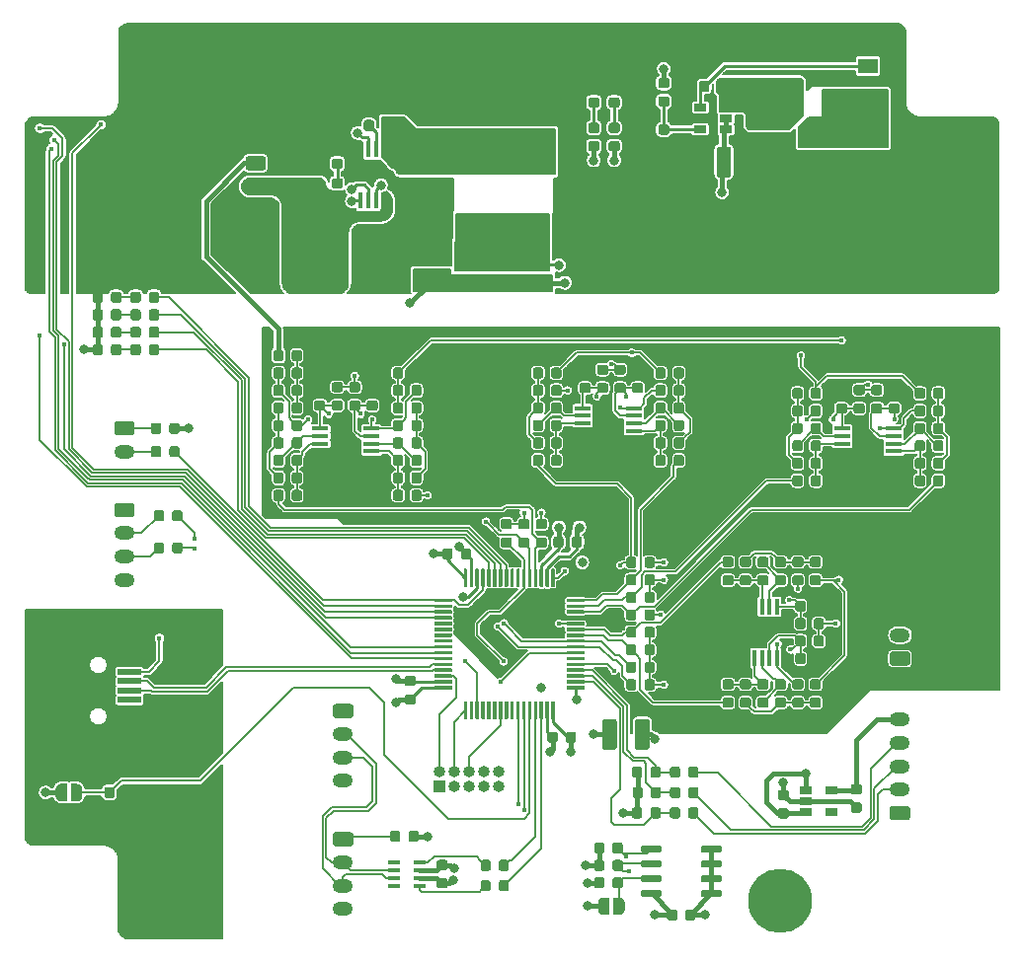
<source format=gtl>
G04 #@! TF.GenerationSoftware,KiCad,Pcbnew,(5.1.4)-1*
G04 #@! TF.CreationDate,2019-11-20T08:15:06+01:00*
G04 #@! TF.ProjectId,hardware_4850,68617264-7761-4726-955f-343835302e6b,rev?*
G04 #@! TF.SameCoordinates,Original*
G04 #@! TF.FileFunction,Copper,L1,Top*
G04 #@! TF.FilePolarity,Positive*
%FSLAX46Y46*%
G04 Gerber Fmt 4.6, Leading zero omitted, Abs format (unit mm)*
G04 Created by KiCad (PCBNEW (5.1.4)-1) date 2019-11-20 08:15:06*
%MOMM*%
%LPD*%
G04 APERTURE LIST*
%ADD10C,5.500000*%
%ADD11C,0.800000*%
%ADD12C,6.400000*%
%ADD13O,1.750000X1.200000*%
%ADD14C,0.100000*%
%ADD15C,1.200000*%
%ADD16R,1.800000X2.500000*%
%ADD17R,1.060000X0.650000*%
%ADD18C,0.600000*%
%ADD19R,1.060000X0.400000*%
%ADD20R,1.450000X0.450000*%
%ADD21R,0.450000X1.450000*%
%ADD22C,0.300000*%
%ADD23C,0.875000*%
%ADD24O,1.000000X1.000000*%
%ADD25R,1.000000X1.000000*%
%ADD26R,7.700000X3.100000*%
%ADD27C,1.250000*%
%ADD28C,0.500000*%
%ADD29R,1.700000X2.000000*%
%ADD30R,2.000000X0.500000*%
%ADD31R,1.700000X1.300000*%
%ADD32C,1.800000*%
%ADD33C,0.450000*%
%ADD34C,0.400000*%
%ADD35C,0.250000*%
%ADD36C,0.150000*%
G04 APERTURE END LIST*
D10*
X245250000Y-134500000D03*
X193250000Y-134500000D03*
D11*
X224697056Y-61052944D03*
X223000000Y-60350000D03*
X221302944Y-61052944D03*
X220600000Y-62750000D03*
X221302944Y-64447056D03*
X223000000Y-65150000D03*
X224697056Y-64447056D03*
X225400000Y-62750000D03*
D12*
X223000000Y-62750000D03*
D13*
X200250000Y-75250000D03*
X200250000Y-73250000D03*
D14*
G36*
X200899505Y-70651204D02*
G01*
X200923773Y-70654804D01*
X200947572Y-70660765D01*
X200970671Y-70669030D01*
X200992850Y-70679520D01*
X201013893Y-70692132D01*
X201033599Y-70706747D01*
X201051777Y-70723223D01*
X201068253Y-70741401D01*
X201082868Y-70761107D01*
X201095480Y-70782150D01*
X201105970Y-70804329D01*
X201114235Y-70827428D01*
X201120196Y-70851227D01*
X201123796Y-70875495D01*
X201125000Y-70899999D01*
X201125000Y-71600001D01*
X201123796Y-71624505D01*
X201120196Y-71648773D01*
X201114235Y-71672572D01*
X201105970Y-71695671D01*
X201095480Y-71717850D01*
X201082868Y-71738893D01*
X201068253Y-71758599D01*
X201051777Y-71776777D01*
X201033599Y-71793253D01*
X201013893Y-71807868D01*
X200992850Y-71820480D01*
X200970671Y-71830970D01*
X200947572Y-71839235D01*
X200923773Y-71845196D01*
X200899505Y-71848796D01*
X200875001Y-71850000D01*
X199624999Y-71850000D01*
X199600495Y-71848796D01*
X199576227Y-71845196D01*
X199552428Y-71839235D01*
X199529329Y-71830970D01*
X199507150Y-71820480D01*
X199486107Y-71807868D01*
X199466401Y-71793253D01*
X199448223Y-71776777D01*
X199431747Y-71758599D01*
X199417132Y-71738893D01*
X199404520Y-71717850D01*
X199394030Y-71695671D01*
X199385765Y-71672572D01*
X199379804Y-71648773D01*
X199376204Y-71624505D01*
X199375000Y-71600001D01*
X199375000Y-70899999D01*
X199376204Y-70875495D01*
X199379804Y-70851227D01*
X199385765Y-70827428D01*
X199394030Y-70804329D01*
X199404520Y-70782150D01*
X199417132Y-70761107D01*
X199431747Y-70741401D01*
X199448223Y-70723223D01*
X199466401Y-70706747D01*
X199486107Y-70692132D01*
X199507150Y-70679520D01*
X199529329Y-70669030D01*
X199552428Y-70660765D01*
X199576227Y-70654804D01*
X199600495Y-70651204D01*
X199624999Y-70650000D01*
X200875001Y-70650000D01*
X200899505Y-70651204D01*
X200899505Y-70651204D01*
G37*
D15*
X200250000Y-71250000D03*
D13*
X207750000Y-135250000D03*
X207750000Y-133250000D03*
X207750000Y-131250000D03*
D14*
G36*
X208399505Y-128651204D02*
G01*
X208423773Y-128654804D01*
X208447572Y-128660765D01*
X208470671Y-128669030D01*
X208492850Y-128679520D01*
X208513893Y-128692132D01*
X208533599Y-128706747D01*
X208551777Y-128723223D01*
X208568253Y-128741401D01*
X208582868Y-128761107D01*
X208595480Y-128782150D01*
X208605970Y-128804329D01*
X208614235Y-128827428D01*
X208620196Y-128851227D01*
X208623796Y-128875495D01*
X208625000Y-128899999D01*
X208625000Y-129600001D01*
X208623796Y-129624505D01*
X208620196Y-129648773D01*
X208614235Y-129672572D01*
X208605970Y-129695671D01*
X208595480Y-129717850D01*
X208582868Y-129738893D01*
X208568253Y-129758599D01*
X208551777Y-129776777D01*
X208533599Y-129793253D01*
X208513893Y-129807868D01*
X208492850Y-129820480D01*
X208470671Y-129830970D01*
X208447572Y-129839235D01*
X208423773Y-129845196D01*
X208399505Y-129848796D01*
X208375001Y-129850000D01*
X207124999Y-129850000D01*
X207100495Y-129848796D01*
X207076227Y-129845196D01*
X207052428Y-129839235D01*
X207029329Y-129830970D01*
X207007150Y-129820480D01*
X206986107Y-129807868D01*
X206966401Y-129793253D01*
X206948223Y-129776777D01*
X206931747Y-129758599D01*
X206917132Y-129738893D01*
X206904520Y-129717850D01*
X206894030Y-129695671D01*
X206885765Y-129672572D01*
X206879804Y-129648773D01*
X206876204Y-129624505D01*
X206875000Y-129600001D01*
X206875000Y-128899999D01*
X206876204Y-128875495D01*
X206879804Y-128851227D01*
X206885765Y-128827428D01*
X206894030Y-128804329D01*
X206904520Y-128782150D01*
X206917132Y-128761107D01*
X206931747Y-128741401D01*
X206948223Y-128723223D01*
X206966401Y-128706747D01*
X206986107Y-128692132D01*
X207007150Y-128679520D01*
X207029329Y-128669030D01*
X207052428Y-128660765D01*
X207076227Y-128654804D01*
X207100495Y-128651204D01*
X207124999Y-128650000D01*
X208375001Y-128650000D01*
X208399505Y-128651204D01*
X208399505Y-128651204D01*
G37*
D15*
X207750000Y-129250000D03*
D13*
X207750000Y-124250000D03*
X207750000Y-122250000D03*
X207750000Y-120250000D03*
D14*
G36*
X208399505Y-117651204D02*
G01*
X208423773Y-117654804D01*
X208447572Y-117660765D01*
X208470671Y-117669030D01*
X208492850Y-117679520D01*
X208513893Y-117692132D01*
X208533599Y-117706747D01*
X208551777Y-117723223D01*
X208568253Y-117741401D01*
X208582868Y-117761107D01*
X208595480Y-117782150D01*
X208605970Y-117804329D01*
X208614235Y-117827428D01*
X208620196Y-117851227D01*
X208623796Y-117875495D01*
X208625000Y-117899999D01*
X208625000Y-118600001D01*
X208623796Y-118624505D01*
X208620196Y-118648773D01*
X208614235Y-118672572D01*
X208605970Y-118695671D01*
X208595480Y-118717850D01*
X208582868Y-118738893D01*
X208568253Y-118758599D01*
X208551777Y-118776777D01*
X208533599Y-118793253D01*
X208513893Y-118807868D01*
X208492850Y-118820480D01*
X208470671Y-118830970D01*
X208447572Y-118839235D01*
X208423773Y-118845196D01*
X208399505Y-118848796D01*
X208375001Y-118850000D01*
X207124999Y-118850000D01*
X207100495Y-118848796D01*
X207076227Y-118845196D01*
X207052428Y-118839235D01*
X207029329Y-118830970D01*
X207007150Y-118820480D01*
X206986107Y-118807868D01*
X206966401Y-118793253D01*
X206948223Y-118776777D01*
X206931747Y-118758599D01*
X206917132Y-118738893D01*
X206904520Y-118717850D01*
X206894030Y-118695671D01*
X206885765Y-118672572D01*
X206879804Y-118648773D01*
X206876204Y-118624505D01*
X206875000Y-118600001D01*
X206875000Y-117899999D01*
X206876204Y-117875495D01*
X206879804Y-117851227D01*
X206885765Y-117827428D01*
X206894030Y-117804329D01*
X206904520Y-117782150D01*
X206917132Y-117761107D01*
X206931747Y-117741401D01*
X206948223Y-117723223D01*
X206966401Y-117706747D01*
X206986107Y-117692132D01*
X207007150Y-117679520D01*
X207029329Y-117669030D01*
X207052428Y-117660765D01*
X207076227Y-117654804D01*
X207100495Y-117651204D01*
X207124999Y-117650000D01*
X208375001Y-117650000D01*
X208399505Y-117651204D01*
X208399505Y-117651204D01*
G37*
D15*
X207750000Y-118250000D03*
D13*
X189000000Y-96000000D03*
D14*
G36*
X189649505Y-93401204D02*
G01*
X189673773Y-93404804D01*
X189697572Y-93410765D01*
X189720671Y-93419030D01*
X189742850Y-93429520D01*
X189763893Y-93442132D01*
X189783599Y-93456747D01*
X189801777Y-93473223D01*
X189818253Y-93491401D01*
X189832868Y-93511107D01*
X189845480Y-93532150D01*
X189855970Y-93554329D01*
X189864235Y-93577428D01*
X189870196Y-93601227D01*
X189873796Y-93625495D01*
X189875000Y-93649999D01*
X189875000Y-94350001D01*
X189873796Y-94374505D01*
X189870196Y-94398773D01*
X189864235Y-94422572D01*
X189855970Y-94445671D01*
X189845480Y-94467850D01*
X189832868Y-94488893D01*
X189818253Y-94508599D01*
X189801777Y-94526777D01*
X189783599Y-94543253D01*
X189763893Y-94557868D01*
X189742850Y-94570480D01*
X189720671Y-94580970D01*
X189697572Y-94589235D01*
X189673773Y-94595196D01*
X189649505Y-94598796D01*
X189625001Y-94600000D01*
X188374999Y-94600000D01*
X188350495Y-94598796D01*
X188326227Y-94595196D01*
X188302428Y-94589235D01*
X188279329Y-94580970D01*
X188257150Y-94570480D01*
X188236107Y-94557868D01*
X188216401Y-94543253D01*
X188198223Y-94526777D01*
X188181747Y-94508599D01*
X188167132Y-94488893D01*
X188154520Y-94467850D01*
X188144030Y-94445671D01*
X188135765Y-94422572D01*
X188129804Y-94398773D01*
X188126204Y-94374505D01*
X188125000Y-94350001D01*
X188125000Y-93649999D01*
X188126204Y-93625495D01*
X188129804Y-93601227D01*
X188135765Y-93577428D01*
X188144030Y-93554329D01*
X188154520Y-93532150D01*
X188167132Y-93511107D01*
X188181747Y-93491401D01*
X188198223Y-93473223D01*
X188216401Y-93456747D01*
X188236107Y-93442132D01*
X188257150Y-93429520D01*
X188279329Y-93419030D01*
X188302428Y-93410765D01*
X188326227Y-93404804D01*
X188350495Y-93401204D01*
X188374999Y-93400000D01*
X189625001Y-93400000D01*
X189649505Y-93401204D01*
X189649505Y-93401204D01*
G37*
D15*
X189000000Y-94000000D03*
D13*
X255500000Y-119000000D03*
X255500000Y-121000000D03*
X255500000Y-123000000D03*
X255500000Y-125000000D03*
D14*
G36*
X256149505Y-126401204D02*
G01*
X256173773Y-126404804D01*
X256197572Y-126410765D01*
X256220671Y-126419030D01*
X256242850Y-126429520D01*
X256263893Y-126442132D01*
X256283599Y-126456747D01*
X256301777Y-126473223D01*
X256318253Y-126491401D01*
X256332868Y-126511107D01*
X256345480Y-126532150D01*
X256355970Y-126554329D01*
X256364235Y-126577428D01*
X256370196Y-126601227D01*
X256373796Y-126625495D01*
X256375000Y-126649999D01*
X256375000Y-127350001D01*
X256373796Y-127374505D01*
X256370196Y-127398773D01*
X256364235Y-127422572D01*
X256355970Y-127445671D01*
X256345480Y-127467850D01*
X256332868Y-127488893D01*
X256318253Y-127508599D01*
X256301777Y-127526777D01*
X256283599Y-127543253D01*
X256263893Y-127557868D01*
X256242850Y-127570480D01*
X256220671Y-127580970D01*
X256197572Y-127589235D01*
X256173773Y-127595196D01*
X256149505Y-127598796D01*
X256125001Y-127600000D01*
X254874999Y-127600000D01*
X254850495Y-127598796D01*
X254826227Y-127595196D01*
X254802428Y-127589235D01*
X254779329Y-127580970D01*
X254757150Y-127570480D01*
X254736107Y-127557868D01*
X254716401Y-127543253D01*
X254698223Y-127526777D01*
X254681747Y-127508599D01*
X254667132Y-127488893D01*
X254654520Y-127467850D01*
X254644030Y-127445671D01*
X254635765Y-127422572D01*
X254629804Y-127398773D01*
X254626204Y-127374505D01*
X254625000Y-127350001D01*
X254625000Y-126649999D01*
X254626204Y-126625495D01*
X254629804Y-126601227D01*
X254635765Y-126577428D01*
X254644030Y-126554329D01*
X254654520Y-126532150D01*
X254667132Y-126511107D01*
X254681747Y-126491401D01*
X254698223Y-126473223D01*
X254716401Y-126456747D01*
X254736107Y-126442132D01*
X254757150Y-126429520D01*
X254779329Y-126419030D01*
X254802428Y-126410765D01*
X254826227Y-126404804D01*
X254850495Y-126401204D01*
X254874999Y-126400000D01*
X256125001Y-126400000D01*
X256149505Y-126401204D01*
X256149505Y-126401204D01*
G37*
D15*
X255500000Y-127000000D03*
D13*
X255500000Y-111750000D03*
D14*
G36*
X256149505Y-113151204D02*
G01*
X256173773Y-113154804D01*
X256197572Y-113160765D01*
X256220671Y-113169030D01*
X256242850Y-113179520D01*
X256263893Y-113192132D01*
X256283599Y-113206747D01*
X256301777Y-113223223D01*
X256318253Y-113241401D01*
X256332868Y-113261107D01*
X256345480Y-113282150D01*
X256355970Y-113304329D01*
X256364235Y-113327428D01*
X256370196Y-113351227D01*
X256373796Y-113375495D01*
X256375000Y-113399999D01*
X256375000Y-114100001D01*
X256373796Y-114124505D01*
X256370196Y-114148773D01*
X256364235Y-114172572D01*
X256355970Y-114195671D01*
X256345480Y-114217850D01*
X256332868Y-114238893D01*
X256318253Y-114258599D01*
X256301777Y-114276777D01*
X256283599Y-114293253D01*
X256263893Y-114307868D01*
X256242850Y-114320480D01*
X256220671Y-114330970D01*
X256197572Y-114339235D01*
X256173773Y-114345196D01*
X256149505Y-114348796D01*
X256125001Y-114350000D01*
X254874999Y-114350000D01*
X254850495Y-114348796D01*
X254826227Y-114345196D01*
X254802428Y-114339235D01*
X254779329Y-114330970D01*
X254757150Y-114320480D01*
X254736107Y-114307868D01*
X254716401Y-114293253D01*
X254698223Y-114276777D01*
X254681747Y-114258599D01*
X254667132Y-114238893D01*
X254654520Y-114217850D01*
X254644030Y-114195671D01*
X254635765Y-114172572D01*
X254629804Y-114148773D01*
X254626204Y-114124505D01*
X254625000Y-114100001D01*
X254625000Y-113399999D01*
X254626204Y-113375495D01*
X254629804Y-113351227D01*
X254635765Y-113327428D01*
X254644030Y-113304329D01*
X254654520Y-113282150D01*
X254667132Y-113261107D01*
X254681747Y-113241401D01*
X254698223Y-113223223D01*
X254716401Y-113206747D01*
X254736107Y-113192132D01*
X254757150Y-113179520D01*
X254779329Y-113169030D01*
X254802428Y-113160765D01*
X254826227Y-113154804D01*
X254850495Y-113151204D01*
X254874999Y-113150000D01*
X256125001Y-113150000D01*
X256149505Y-113151204D01*
X256149505Y-113151204D01*
G37*
D15*
X255500000Y-113750000D03*
D13*
X189000000Y-107000000D03*
X189000000Y-105000000D03*
X189000000Y-103000000D03*
D14*
G36*
X189649505Y-100401204D02*
G01*
X189673773Y-100404804D01*
X189697572Y-100410765D01*
X189720671Y-100419030D01*
X189742850Y-100429520D01*
X189763893Y-100442132D01*
X189783599Y-100456747D01*
X189801777Y-100473223D01*
X189818253Y-100491401D01*
X189832868Y-100511107D01*
X189845480Y-100532150D01*
X189855970Y-100554329D01*
X189864235Y-100577428D01*
X189870196Y-100601227D01*
X189873796Y-100625495D01*
X189875000Y-100649999D01*
X189875000Y-101350001D01*
X189873796Y-101374505D01*
X189870196Y-101398773D01*
X189864235Y-101422572D01*
X189855970Y-101445671D01*
X189845480Y-101467850D01*
X189832868Y-101488893D01*
X189818253Y-101508599D01*
X189801777Y-101526777D01*
X189783599Y-101543253D01*
X189763893Y-101557868D01*
X189742850Y-101570480D01*
X189720671Y-101580970D01*
X189697572Y-101589235D01*
X189673773Y-101595196D01*
X189649505Y-101598796D01*
X189625001Y-101600000D01*
X188374999Y-101600000D01*
X188350495Y-101598796D01*
X188326227Y-101595196D01*
X188302428Y-101589235D01*
X188279329Y-101580970D01*
X188257150Y-101570480D01*
X188236107Y-101557868D01*
X188216401Y-101543253D01*
X188198223Y-101526777D01*
X188181747Y-101508599D01*
X188167132Y-101488893D01*
X188154520Y-101467850D01*
X188144030Y-101445671D01*
X188135765Y-101422572D01*
X188129804Y-101398773D01*
X188126204Y-101374505D01*
X188125000Y-101350001D01*
X188125000Y-100649999D01*
X188126204Y-100625495D01*
X188129804Y-100601227D01*
X188135765Y-100577428D01*
X188144030Y-100554329D01*
X188154520Y-100532150D01*
X188167132Y-100511107D01*
X188181747Y-100491401D01*
X188198223Y-100473223D01*
X188216401Y-100456747D01*
X188236107Y-100442132D01*
X188257150Y-100429520D01*
X188279329Y-100419030D01*
X188302428Y-100410765D01*
X188326227Y-100404804D01*
X188350495Y-100401204D01*
X188374999Y-100400000D01*
X189625001Y-100400000D01*
X189649505Y-100401204D01*
X189649505Y-100401204D01*
G37*
D15*
X189000000Y-101000000D03*
D16*
X243500000Y-71150000D03*
X243500000Y-67150000D03*
D17*
X249600000Y-125050000D03*
X249600000Y-126950000D03*
X247400000Y-126950000D03*
X247400000Y-126000000D03*
X247400000Y-125050000D03*
D14*
G36*
X234914703Y-133605722D02*
G01*
X234929264Y-133607882D01*
X234943543Y-133611459D01*
X234957403Y-133616418D01*
X234970710Y-133622712D01*
X234983336Y-133630280D01*
X234995159Y-133639048D01*
X235006066Y-133648934D01*
X235015952Y-133659841D01*
X235024720Y-133671664D01*
X235032288Y-133684290D01*
X235038582Y-133697597D01*
X235043541Y-133711457D01*
X235047118Y-133725736D01*
X235049278Y-133740297D01*
X235050000Y-133755000D01*
X235050000Y-134055000D01*
X235049278Y-134069703D01*
X235047118Y-134084264D01*
X235043541Y-134098543D01*
X235038582Y-134112403D01*
X235032288Y-134125710D01*
X235024720Y-134138336D01*
X235015952Y-134150159D01*
X235006066Y-134161066D01*
X234995159Y-134170952D01*
X234983336Y-134179720D01*
X234970710Y-134187288D01*
X234957403Y-134193582D01*
X234943543Y-134198541D01*
X234929264Y-134202118D01*
X234914703Y-134204278D01*
X234900000Y-134205000D01*
X233450000Y-134205000D01*
X233435297Y-134204278D01*
X233420736Y-134202118D01*
X233406457Y-134198541D01*
X233392597Y-134193582D01*
X233379290Y-134187288D01*
X233366664Y-134179720D01*
X233354841Y-134170952D01*
X233343934Y-134161066D01*
X233334048Y-134150159D01*
X233325280Y-134138336D01*
X233317712Y-134125710D01*
X233311418Y-134112403D01*
X233306459Y-134098543D01*
X233302882Y-134084264D01*
X233300722Y-134069703D01*
X233300000Y-134055000D01*
X233300000Y-133755000D01*
X233300722Y-133740297D01*
X233302882Y-133725736D01*
X233306459Y-133711457D01*
X233311418Y-133697597D01*
X233317712Y-133684290D01*
X233325280Y-133671664D01*
X233334048Y-133659841D01*
X233343934Y-133648934D01*
X233354841Y-133639048D01*
X233366664Y-133630280D01*
X233379290Y-133622712D01*
X233392597Y-133616418D01*
X233406457Y-133611459D01*
X233420736Y-133607882D01*
X233435297Y-133605722D01*
X233450000Y-133605000D01*
X234900000Y-133605000D01*
X234914703Y-133605722D01*
X234914703Y-133605722D01*
G37*
D18*
X234175000Y-133905000D03*
D14*
G36*
X234914703Y-132335722D02*
G01*
X234929264Y-132337882D01*
X234943543Y-132341459D01*
X234957403Y-132346418D01*
X234970710Y-132352712D01*
X234983336Y-132360280D01*
X234995159Y-132369048D01*
X235006066Y-132378934D01*
X235015952Y-132389841D01*
X235024720Y-132401664D01*
X235032288Y-132414290D01*
X235038582Y-132427597D01*
X235043541Y-132441457D01*
X235047118Y-132455736D01*
X235049278Y-132470297D01*
X235050000Y-132485000D01*
X235050000Y-132785000D01*
X235049278Y-132799703D01*
X235047118Y-132814264D01*
X235043541Y-132828543D01*
X235038582Y-132842403D01*
X235032288Y-132855710D01*
X235024720Y-132868336D01*
X235015952Y-132880159D01*
X235006066Y-132891066D01*
X234995159Y-132900952D01*
X234983336Y-132909720D01*
X234970710Y-132917288D01*
X234957403Y-132923582D01*
X234943543Y-132928541D01*
X234929264Y-132932118D01*
X234914703Y-132934278D01*
X234900000Y-132935000D01*
X233450000Y-132935000D01*
X233435297Y-132934278D01*
X233420736Y-132932118D01*
X233406457Y-132928541D01*
X233392597Y-132923582D01*
X233379290Y-132917288D01*
X233366664Y-132909720D01*
X233354841Y-132900952D01*
X233343934Y-132891066D01*
X233334048Y-132880159D01*
X233325280Y-132868336D01*
X233317712Y-132855710D01*
X233311418Y-132842403D01*
X233306459Y-132828543D01*
X233302882Y-132814264D01*
X233300722Y-132799703D01*
X233300000Y-132785000D01*
X233300000Y-132485000D01*
X233300722Y-132470297D01*
X233302882Y-132455736D01*
X233306459Y-132441457D01*
X233311418Y-132427597D01*
X233317712Y-132414290D01*
X233325280Y-132401664D01*
X233334048Y-132389841D01*
X233343934Y-132378934D01*
X233354841Y-132369048D01*
X233366664Y-132360280D01*
X233379290Y-132352712D01*
X233392597Y-132346418D01*
X233406457Y-132341459D01*
X233420736Y-132337882D01*
X233435297Y-132335722D01*
X233450000Y-132335000D01*
X234900000Y-132335000D01*
X234914703Y-132335722D01*
X234914703Y-132335722D01*
G37*
D18*
X234175000Y-132635000D03*
D14*
G36*
X234914703Y-131065722D02*
G01*
X234929264Y-131067882D01*
X234943543Y-131071459D01*
X234957403Y-131076418D01*
X234970710Y-131082712D01*
X234983336Y-131090280D01*
X234995159Y-131099048D01*
X235006066Y-131108934D01*
X235015952Y-131119841D01*
X235024720Y-131131664D01*
X235032288Y-131144290D01*
X235038582Y-131157597D01*
X235043541Y-131171457D01*
X235047118Y-131185736D01*
X235049278Y-131200297D01*
X235050000Y-131215000D01*
X235050000Y-131515000D01*
X235049278Y-131529703D01*
X235047118Y-131544264D01*
X235043541Y-131558543D01*
X235038582Y-131572403D01*
X235032288Y-131585710D01*
X235024720Y-131598336D01*
X235015952Y-131610159D01*
X235006066Y-131621066D01*
X234995159Y-131630952D01*
X234983336Y-131639720D01*
X234970710Y-131647288D01*
X234957403Y-131653582D01*
X234943543Y-131658541D01*
X234929264Y-131662118D01*
X234914703Y-131664278D01*
X234900000Y-131665000D01*
X233450000Y-131665000D01*
X233435297Y-131664278D01*
X233420736Y-131662118D01*
X233406457Y-131658541D01*
X233392597Y-131653582D01*
X233379290Y-131647288D01*
X233366664Y-131639720D01*
X233354841Y-131630952D01*
X233343934Y-131621066D01*
X233334048Y-131610159D01*
X233325280Y-131598336D01*
X233317712Y-131585710D01*
X233311418Y-131572403D01*
X233306459Y-131558543D01*
X233302882Y-131544264D01*
X233300722Y-131529703D01*
X233300000Y-131515000D01*
X233300000Y-131215000D01*
X233300722Y-131200297D01*
X233302882Y-131185736D01*
X233306459Y-131171457D01*
X233311418Y-131157597D01*
X233317712Y-131144290D01*
X233325280Y-131131664D01*
X233334048Y-131119841D01*
X233343934Y-131108934D01*
X233354841Y-131099048D01*
X233366664Y-131090280D01*
X233379290Y-131082712D01*
X233392597Y-131076418D01*
X233406457Y-131071459D01*
X233420736Y-131067882D01*
X233435297Y-131065722D01*
X233450000Y-131065000D01*
X234900000Y-131065000D01*
X234914703Y-131065722D01*
X234914703Y-131065722D01*
G37*
D18*
X234175000Y-131365000D03*
D14*
G36*
X234914703Y-129795722D02*
G01*
X234929264Y-129797882D01*
X234943543Y-129801459D01*
X234957403Y-129806418D01*
X234970710Y-129812712D01*
X234983336Y-129820280D01*
X234995159Y-129829048D01*
X235006066Y-129838934D01*
X235015952Y-129849841D01*
X235024720Y-129861664D01*
X235032288Y-129874290D01*
X235038582Y-129887597D01*
X235043541Y-129901457D01*
X235047118Y-129915736D01*
X235049278Y-129930297D01*
X235050000Y-129945000D01*
X235050000Y-130245000D01*
X235049278Y-130259703D01*
X235047118Y-130274264D01*
X235043541Y-130288543D01*
X235038582Y-130302403D01*
X235032288Y-130315710D01*
X235024720Y-130328336D01*
X235015952Y-130340159D01*
X235006066Y-130351066D01*
X234995159Y-130360952D01*
X234983336Y-130369720D01*
X234970710Y-130377288D01*
X234957403Y-130383582D01*
X234943543Y-130388541D01*
X234929264Y-130392118D01*
X234914703Y-130394278D01*
X234900000Y-130395000D01*
X233450000Y-130395000D01*
X233435297Y-130394278D01*
X233420736Y-130392118D01*
X233406457Y-130388541D01*
X233392597Y-130383582D01*
X233379290Y-130377288D01*
X233366664Y-130369720D01*
X233354841Y-130360952D01*
X233343934Y-130351066D01*
X233334048Y-130340159D01*
X233325280Y-130328336D01*
X233317712Y-130315710D01*
X233311418Y-130302403D01*
X233306459Y-130288543D01*
X233302882Y-130274264D01*
X233300722Y-130259703D01*
X233300000Y-130245000D01*
X233300000Y-129945000D01*
X233300722Y-129930297D01*
X233302882Y-129915736D01*
X233306459Y-129901457D01*
X233311418Y-129887597D01*
X233317712Y-129874290D01*
X233325280Y-129861664D01*
X233334048Y-129849841D01*
X233343934Y-129838934D01*
X233354841Y-129829048D01*
X233366664Y-129820280D01*
X233379290Y-129812712D01*
X233392597Y-129806418D01*
X233406457Y-129801459D01*
X233420736Y-129797882D01*
X233435297Y-129795722D01*
X233450000Y-129795000D01*
X234900000Y-129795000D01*
X234914703Y-129795722D01*
X234914703Y-129795722D01*
G37*
D18*
X234175000Y-130095000D03*
D14*
G36*
X240064703Y-129795722D02*
G01*
X240079264Y-129797882D01*
X240093543Y-129801459D01*
X240107403Y-129806418D01*
X240120710Y-129812712D01*
X240133336Y-129820280D01*
X240145159Y-129829048D01*
X240156066Y-129838934D01*
X240165952Y-129849841D01*
X240174720Y-129861664D01*
X240182288Y-129874290D01*
X240188582Y-129887597D01*
X240193541Y-129901457D01*
X240197118Y-129915736D01*
X240199278Y-129930297D01*
X240200000Y-129945000D01*
X240200000Y-130245000D01*
X240199278Y-130259703D01*
X240197118Y-130274264D01*
X240193541Y-130288543D01*
X240188582Y-130302403D01*
X240182288Y-130315710D01*
X240174720Y-130328336D01*
X240165952Y-130340159D01*
X240156066Y-130351066D01*
X240145159Y-130360952D01*
X240133336Y-130369720D01*
X240120710Y-130377288D01*
X240107403Y-130383582D01*
X240093543Y-130388541D01*
X240079264Y-130392118D01*
X240064703Y-130394278D01*
X240050000Y-130395000D01*
X238600000Y-130395000D01*
X238585297Y-130394278D01*
X238570736Y-130392118D01*
X238556457Y-130388541D01*
X238542597Y-130383582D01*
X238529290Y-130377288D01*
X238516664Y-130369720D01*
X238504841Y-130360952D01*
X238493934Y-130351066D01*
X238484048Y-130340159D01*
X238475280Y-130328336D01*
X238467712Y-130315710D01*
X238461418Y-130302403D01*
X238456459Y-130288543D01*
X238452882Y-130274264D01*
X238450722Y-130259703D01*
X238450000Y-130245000D01*
X238450000Y-129945000D01*
X238450722Y-129930297D01*
X238452882Y-129915736D01*
X238456459Y-129901457D01*
X238461418Y-129887597D01*
X238467712Y-129874290D01*
X238475280Y-129861664D01*
X238484048Y-129849841D01*
X238493934Y-129838934D01*
X238504841Y-129829048D01*
X238516664Y-129820280D01*
X238529290Y-129812712D01*
X238542597Y-129806418D01*
X238556457Y-129801459D01*
X238570736Y-129797882D01*
X238585297Y-129795722D01*
X238600000Y-129795000D01*
X240050000Y-129795000D01*
X240064703Y-129795722D01*
X240064703Y-129795722D01*
G37*
D18*
X239325000Y-130095000D03*
D14*
G36*
X240064703Y-131065722D02*
G01*
X240079264Y-131067882D01*
X240093543Y-131071459D01*
X240107403Y-131076418D01*
X240120710Y-131082712D01*
X240133336Y-131090280D01*
X240145159Y-131099048D01*
X240156066Y-131108934D01*
X240165952Y-131119841D01*
X240174720Y-131131664D01*
X240182288Y-131144290D01*
X240188582Y-131157597D01*
X240193541Y-131171457D01*
X240197118Y-131185736D01*
X240199278Y-131200297D01*
X240200000Y-131215000D01*
X240200000Y-131515000D01*
X240199278Y-131529703D01*
X240197118Y-131544264D01*
X240193541Y-131558543D01*
X240188582Y-131572403D01*
X240182288Y-131585710D01*
X240174720Y-131598336D01*
X240165952Y-131610159D01*
X240156066Y-131621066D01*
X240145159Y-131630952D01*
X240133336Y-131639720D01*
X240120710Y-131647288D01*
X240107403Y-131653582D01*
X240093543Y-131658541D01*
X240079264Y-131662118D01*
X240064703Y-131664278D01*
X240050000Y-131665000D01*
X238600000Y-131665000D01*
X238585297Y-131664278D01*
X238570736Y-131662118D01*
X238556457Y-131658541D01*
X238542597Y-131653582D01*
X238529290Y-131647288D01*
X238516664Y-131639720D01*
X238504841Y-131630952D01*
X238493934Y-131621066D01*
X238484048Y-131610159D01*
X238475280Y-131598336D01*
X238467712Y-131585710D01*
X238461418Y-131572403D01*
X238456459Y-131558543D01*
X238452882Y-131544264D01*
X238450722Y-131529703D01*
X238450000Y-131515000D01*
X238450000Y-131215000D01*
X238450722Y-131200297D01*
X238452882Y-131185736D01*
X238456459Y-131171457D01*
X238461418Y-131157597D01*
X238467712Y-131144290D01*
X238475280Y-131131664D01*
X238484048Y-131119841D01*
X238493934Y-131108934D01*
X238504841Y-131099048D01*
X238516664Y-131090280D01*
X238529290Y-131082712D01*
X238542597Y-131076418D01*
X238556457Y-131071459D01*
X238570736Y-131067882D01*
X238585297Y-131065722D01*
X238600000Y-131065000D01*
X240050000Y-131065000D01*
X240064703Y-131065722D01*
X240064703Y-131065722D01*
G37*
D18*
X239325000Y-131365000D03*
D14*
G36*
X240064703Y-132335722D02*
G01*
X240079264Y-132337882D01*
X240093543Y-132341459D01*
X240107403Y-132346418D01*
X240120710Y-132352712D01*
X240133336Y-132360280D01*
X240145159Y-132369048D01*
X240156066Y-132378934D01*
X240165952Y-132389841D01*
X240174720Y-132401664D01*
X240182288Y-132414290D01*
X240188582Y-132427597D01*
X240193541Y-132441457D01*
X240197118Y-132455736D01*
X240199278Y-132470297D01*
X240200000Y-132485000D01*
X240200000Y-132785000D01*
X240199278Y-132799703D01*
X240197118Y-132814264D01*
X240193541Y-132828543D01*
X240188582Y-132842403D01*
X240182288Y-132855710D01*
X240174720Y-132868336D01*
X240165952Y-132880159D01*
X240156066Y-132891066D01*
X240145159Y-132900952D01*
X240133336Y-132909720D01*
X240120710Y-132917288D01*
X240107403Y-132923582D01*
X240093543Y-132928541D01*
X240079264Y-132932118D01*
X240064703Y-132934278D01*
X240050000Y-132935000D01*
X238600000Y-132935000D01*
X238585297Y-132934278D01*
X238570736Y-132932118D01*
X238556457Y-132928541D01*
X238542597Y-132923582D01*
X238529290Y-132917288D01*
X238516664Y-132909720D01*
X238504841Y-132900952D01*
X238493934Y-132891066D01*
X238484048Y-132880159D01*
X238475280Y-132868336D01*
X238467712Y-132855710D01*
X238461418Y-132842403D01*
X238456459Y-132828543D01*
X238452882Y-132814264D01*
X238450722Y-132799703D01*
X238450000Y-132785000D01*
X238450000Y-132485000D01*
X238450722Y-132470297D01*
X238452882Y-132455736D01*
X238456459Y-132441457D01*
X238461418Y-132427597D01*
X238467712Y-132414290D01*
X238475280Y-132401664D01*
X238484048Y-132389841D01*
X238493934Y-132378934D01*
X238504841Y-132369048D01*
X238516664Y-132360280D01*
X238529290Y-132352712D01*
X238542597Y-132346418D01*
X238556457Y-132341459D01*
X238570736Y-132337882D01*
X238585297Y-132335722D01*
X238600000Y-132335000D01*
X240050000Y-132335000D01*
X240064703Y-132335722D01*
X240064703Y-132335722D01*
G37*
D18*
X239325000Y-132635000D03*
D14*
G36*
X240064703Y-133605722D02*
G01*
X240079264Y-133607882D01*
X240093543Y-133611459D01*
X240107403Y-133616418D01*
X240120710Y-133622712D01*
X240133336Y-133630280D01*
X240145159Y-133639048D01*
X240156066Y-133648934D01*
X240165952Y-133659841D01*
X240174720Y-133671664D01*
X240182288Y-133684290D01*
X240188582Y-133697597D01*
X240193541Y-133711457D01*
X240197118Y-133725736D01*
X240199278Y-133740297D01*
X240200000Y-133755000D01*
X240200000Y-134055000D01*
X240199278Y-134069703D01*
X240197118Y-134084264D01*
X240193541Y-134098543D01*
X240188582Y-134112403D01*
X240182288Y-134125710D01*
X240174720Y-134138336D01*
X240165952Y-134150159D01*
X240156066Y-134161066D01*
X240145159Y-134170952D01*
X240133336Y-134179720D01*
X240120710Y-134187288D01*
X240107403Y-134193582D01*
X240093543Y-134198541D01*
X240079264Y-134202118D01*
X240064703Y-134204278D01*
X240050000Y-134205000D01*
X238600000Y-134205000D01*
X238585297Y-134204278D01*
X238570736Y-134202118D01*
X238556457Y-134198541D01*
X238542597Y-134193582D01*
X238529290Y-134187288D01*
X238516664Y-134179720D01*
X238504841Y-134170952D01*
X238493934Y-134161066D01*
X238484048Y-134150159D01*
X238475280Y-134138336D01*
X238467712Y-134125710D01*
X238461418Y-134112403D01*
X238456459Y-134098543D01*
X238452882Y-134084264D01*
X238450722Y-134069703D01*
X238450000Y-134055000D01*
X238450000Y-133755000D01*
X238450722Y-133740297D01*
X238452882Y-133725736D01*
X238456459Y-133711457D01*
X238461418Y-133697597D01*
X238467712Y-133684290D01*
X238475280Y-133671664D01*
X238484048Y-133659841D01*
X238493934Y-133648934D01*
X238504841Y-133639048D01*
X238516664Y-133630280D01*
X238529290Y-133622712D01*
X238542597Y-133616418D01*
X238556457Y-133611459D01*
X238570736Y-133607882D01*
X238585297Y-133605722D01*
X238600000Y-133605000D01*
X240050000Y-133605000D01*
X240064703Y-133605722D01*
X240064703Y-133605722D01*
G37*
D18*
X239325000Y-133905000D03*
D19*
X212150000Y-133230000D03*
X212150000Y-132580000D03*
X212150000Y-131920000D03*
X212150000Y-131270000D03*
X214350000Y-131270000D03*
X214350000Y-131920000D03*
X214350000Y-132580000D03*
X214350000Y-133230000D03*
D20*
X228300000Y-94225000D03*
X228300000Y-93575000D03*
X228300000Y-92925000D03*
X228300000Y-92275000D03*
X232700000Y-92275000D03*
X232700000Y-92925000D03*
X232700000Y-93575000D03*
X232700000Y-94225000D03*
X250550000Y-95975000D03*
X250550000Y-95325000D03*
X250550000Y-94675000D03*
X250550000Y-94025000D03*
X254950000Y-94025000D03*
X254950000Y-94675000D03*
X254950000Y-95325000D03*
X254950000Y-95975000D03*
D21*
X243025000Y-109300000D03*
X243675000Y-109300000D03*
X244325000Y-109300000D03*
X244975000Y-109300000D03*
X244975000Y-113700000D03*
X244325000Y-113700000D03*
X243675000Y-113700000D03*
X243025000Y-113700000D03*
D20*
X205800000Y-95975000D03*
X205800000Y-95325000D03*
X205800000Y-94675000D03*
X205800000Y-94025000D03*
X210200000Y-94025000D03*
X210200000Y-94675000D03*
X210200000Y-95325000D03*
X210200000Y-95975000D03*
D14*
G36*
X225832351Y-117400361D02*
G01*
X225839632Y-117401441D01*
X225846771Y-117403229D01*
X225853701Y-117405709D01*
X225860355Y-117408856D01*
X225866668Y-117412640D01*
X225872579Y-117417024D01*
X225878033Y-117421967D01*
X225882976Y-117427421D01*
X225887360Y-117433332D01*
X225891144Y-117439645D01*
X225894291Y-117446299D01*
X225896771Y-117453229D01*
X225898559Y-117460368D01*
X225899639Y-117467649D01*
X225900000Y-117475000D01*
X225900000Y-118875000D01*
X225899639Y-118882351D01*
X225898559Y-118889632D01*
X225896771Y-118896771D01*
X225894291Y-118903701D01*
X225891144Y-118910355D01*
X225887360Y-118916668D01*
X225882976Y-118922579D01*
X225878033Y-118928033D01*
X225872579Y-118932976D01*
X225866668Y-118937360D01*
X225860355Y-118941144D01*
X225853701Y-118944291D01*
X225846771Y-118946771D01*
X225839632Y-118948559D01*
X225832351Y-118949639D01*
X225825000Y-118950000D01*
X225675000Y-118950000D01*
X225667649Y-118949639D01*
X225660368Y-118948559D01*
X225653229Y-118946771D01*
X225646299Y-118944291D01*
X225639645Y-118941144D01*
X225633332Y-118937360D01*
X225627421Y-118932976D01*
X225621967Y-118928033D01*
X225617024Y-118922579D01*
X225612640Y-118916668D01*
X225608856Y-118910355D01*
X225605709Y-118903701D01*
X225603229Y-118896771D01*
X225601441Y-118889632D01*
X225600361Y-118882351D01*
X225600000Y-118875000D01*
X225600000Y-117475000D01*
X225600361Y-117467649D01*
X225601441Y-117460368D01*
X225603229Y-117453229D01*
X225605709Y-117446299D01*
X225608856Y-117439645D01*
X225612640Y-117433332D01*
X225617024Y-117427421D01*
X225621967Y-117421967D01*
X225627421Y-117417024D01*
X225633332Y-117412640D01*
X225639645Y-117408856D01*
X225646299Y-117405709D01*
X225653229Y-117403229D01*
X225660368Y-117401441D01*
X225667649Y-117400361D01*
X225675000Y-117400000D01*
X225825000Y-117400000D01*
X225832351Y-117400361D01*
X225832351Y-117400361D01*
G37*
D22*
X225750000Y-118175000D03*
D14*
G36*
X225332351Y-117400361D02*
G01*
X225339632Y-117401441D01*
X225346771Y-117403229D01*
X225353701Y-117405709D01*
X225360355Y-117408856D01*
X225366668Y-117412640D01*
X225372579Y-117417024D01*
X225378033Y-117421967D01*
X225382976Y-117427421D01*
X225387360Y-117433332D01*
X225391144Y-117439645D01*
X225394291Y-117446299D01*
X225396771Y-117453229D01*
X225398559Y-117460368D01*
X225399639Y-117467649D01*
X225400000Y-117475000D01*
X225400000Y-118875000D01*
X225399639Y-118882351D01*
X225398559Y-118889632D01*
X225396771Y-118896771D01*
X225394291Y-118903701D01*
X225391144Y-118910355D01*
X225387360Y-118916668D01*
X225382976Y-118922579D01*
X225378033Y-118928033D01*
X225372579Y-118932976D01*
X225366668Y-118937360D01*
X225360355Y-118941144D01*
X225353701Y-118944291D01*
X225346771Y-118946771D01*
X225339632Y-118948559D01*
X225332351Y-118949639D01*
X225325000Y-118950000D01*
X225175000Y-118950000D01*
X225167649Y-118949639D01*
X225160368Y-118948559D01*
X225153229Y-118946771D01*
X225146299Y-118944291D01*
X225139645Y-118941144D01*
X225133332Y-118937360D01*
X225127421Y-118932976D01*
X225121967Y-118928033D01*
X225117024Y-118922579D01*
X225112640Y-118916668D01*
X225108856Y-118910355D01*
X225105709Y-118903701D01*
X225103229Y-118896771D01*
X225101441Y-118889632D01*
X225100361Y-118882351D01*
X225100000Y-118875000D01*
X225100000Y-117475000D01*
X225100361Y-117467649D01*
X225101441Y-117460368D01*
X225103229Y-117453229D01*
X225105709Y-117446299D01*
X225108856Y-117439645D01*
X225112640Y-117433332D01*
X225117024Y-117427421D01*
X225121967Y-117421967D01*
X225127421Y-117417024D01*
X225133332Y-117412640D01*
X225139645Y-117408856D01*
X225146299Y-117405709D01*
X225153229Y-117403229D01*
X225160368Y-117401441D01*
X225167649Y-117400361D01*
X225175000Y-117400000D01*
X225325000Y-117400000D01*
X225332351Y-117400361D01*
X225332351Y-117400361D01*
G37*
D22*
X225250000Y-118175000D03*
D14*
G36*
X224832351Y-117400361D02*
G01*
X224839632Y-117401441D01*
X224846771Y-117403229D01*
X224853701Y-117405709D01*
X224860355Y-117408856D01*
X224866668Y-117412640D01*
X224872579Y-117417024D01*
X224878033Y-117421967D01*
X224882976Y-117427421D01*
X224887360Y-117433332D01*
X224891144Y-117439645D01*
X224894291Y-117446299D01*
X224896771Y-117453229D01*
X224898559Y-117460368D01*
X224899639Y-117467649D01*
X224900000Y-117475000D01*
X224900000Y-118875000D01*
X224899639Y-118882351D01*
X224898559Y-118889632D01*
X224896771Y-118896771D01*
X224894291Y-118903701D01*
X224891144Y-118910355D01*
X224887360Y-118916668D01*
X224882976Y-118922579D01*
X224878033Y-118928033D01*
X224872579Y-118932976D01*
X224866668Y-118937360D01*
X224860355Y-118941144D01*
X224853701Y-118944291D01*
X224846771Y-118946771D01*
X224839632Y-118948559D01*
X224832351Y-118949639D01*
X224825000Y-118950000D01*
X224675000Y-118950000D01*
X224667649Y-118949639D01*
X224660368Y-118948559D01*
X224653229Y-118946771D01*
X224646299Y-118944291D01*
X224639645Y-118941144D01*
X224633332Y-118937360D01*
X224627421Y-118932976D01*
X224621967Y-118928033D01*
X224617024Y-118922579D01*
X224612640Y-118916668D01*
X224608856Y-118910355D01*
X224605709Y-118903701D01*
X224603229Y-118896771D01*
X224601441Y-118889632D01*
X224600361Y-118882351D01*
X224600000Y-118875000D01*
X224600000Y-117475000D01*
X224600361Y-117467649D01*
X224601441Y-117460368D01*
X224603229Y-117453229D01*
X224605709Y-117446299D01*
X224608856Y-117439645D01*
X224612640Y-117433332D01*
X224617024Y-117427421D01*
X224621967Y-117421967D01*
X224627421Y-117417024D01*
X224633332Y-117412640D01*
X224639645Y-117408856D01*
X224646299Y-117405709D01*
X224653229Y-117403229D01*
X224660368Y-117401441D01*
X224667649Y-117400361D01*
X224675000Y-117400000D01*
X224825000Y-117400000D01*
X224832351Y-117400361D01*
X224832351Y-117400361D01*
G37*
D22*
X224750000Y-118175000D03*
D14*
G36*
X224332351Y-117400361D02*
G01*
X224339632Y-117401441D01*
X224346771Y-117403229D01*
X224353701Y-117405709D01*
X224360355Y-117408856D01*
X224366668Y-117412640D01*
X224372579Y-117417024D01*
X224378033Y-117421967D01*
X224382976Y-117427421D01*
X224387360Y-117433332D01*
X224391144Y-117439645D01*
X224394291Y-117446299D01*
X224396771Y-117453229D01*
X224398559Y-117460368D01*
X224399639Y-117467649D01*
X224400000Y-117475000D01*
X224400000Y-118875000D01*
X224399639Y-118882351D01*
X224398559Y-118889632D01*
X224396771Y-118896771D01*
X224394291Y-118903701D01*
X224391144Y-118910355D01*
X224387360Y-118916668D01*
X224382976Y-118922579D01*
X224378033Y-118928033D01*
X224372579Y-118932976D01*
X224366668Y-118937360D01*
X224360355Y-118941144D01*
X224353701Y-118944291D01*
X224346771Y-118946771D01*
X224339632Y-118948559D01*
X224332351Y-118949639D01*
X224325000Y-118950000D01*
X224175000Y-118950000D01*
X224167649Y-118949639D01*
X224160368Y-118948559D01*
X224153229Y-118946771D01*
X224146299Y-118944291D01*
X224139645Y-118941144D01*
X224133332Y-118937360D01*
X224127421Y-118932976D01*
X224121967Y-118928033D01*
X224117024Y-118922579D01*
X224112640Y-118916668D01*
X224108856Y-118910355D01*
X224105709Y-118903701D01*
X224103229Y-118896771D01*
X224101441Y-118889632D01*
X224100361Y-118882351D01*
X224100000Y-118875000D01*
X224100000Y-117475000D01*
X224100361Y-117467649D01*
X224101441Y-117460368D01*
X224103229Y-117453229D01*
X224105709Y-117446299D01*
X224108856Y-117439645D01*
X224112640Y-117433332D01*
X224117024Y-117427421D01*
X224121967Y-117421967D01*
X224127421Y-117417024D01*
X224133332Y-117412640D01*
X224139645Y-117408856D01*
X224146299Y-117405709D01*
X224153229Y-117403229D01*
X224160368Y-117401441D01*
X224167649Y-117400361D01*
X224175000Y-117400000D01*
X224325000Y-117400000D01*
X224332351Y-117400361D01*
X224332351Y-117400361D01*
G37*
D22*
X224250000Y-118175000D03*
D14*
G36*
X223832351Y-117400361D02*
G01*
X223839632Y-117401441D01*
X223846771Y-117403229D01*
X223853701Y-117405709D01*
X223860355Y-117408856D01*
X223866668Y-117412640D01*
X223872579Y-117417024D01*
X223878033Y-117421967D01*
X223882976Y-117427421D01*
X223887360Y-117433332D01*
X223891144Y-117439645D01*
X223894291Y-117446299D01*
X223896771Y-117453229D01*
X223898559Y-117460368D01*
X223899639Y-117467649D01*
X223900000Y-117475000D01*
X223900000Y-118875000D01*
X223899639Y-118882351D01*
X223898559Y-118889632D01*
X223896771Y-118896771D01*
X223894291Y-118903701D01*
X223891144Y-118910355D01*
X223887360Y-118916668D01*
X223882976Y-118922579D01*
X223878033Y-118928033D01*
X223872579Y-118932976D01*
X223866668Y-118937360D01*
X223860355Y-118941144D01*
X223853701Y-118944291D01*
X223846771Y-118946771D01*
X223839632Y-118948559D01*
X223832351Y-118949639D01*
X223825000Y-118950000D01*
X223675000Y-118950000D01*
X223667649Y-118949639D01*
X223660368Y-118948559D01*
X223653229Y-118946771D01*
X223646299Y-118944291D01*
X223639645Y-118941144D01*
X223633332Y-118937360D01*
X223627421Y-118932976D01*
X223621967Y-118928033D01*
X223617024Y-118922579D01*
X223612640Y-118916668D01*
X223608856Y-118910355D01*
X223605709Y-118903701D01*
X223603229Y-118896771D01*
X223601441Y-118889632D01*
X223600361Y-118882351D01*
X223600000Y-118875000D01*
X223600000Y-117475000D01*
X223600361Y-117467649D01*
X223601441Y-117460368D01*
X223603229Y-117453229D01*
X223605709Y-117446299D01*
X223608856Y-117439645D01*
X223612640Y-117433332D01*
X223617024Y-117427421D01*
X223621967Y-117421967D01*
X223627421Y-117417024D01*
X223633332Y-117412640D01*
X223639645Y-117408856D01*
X223646299Y-117405709D01*
X223653229Y-117403229D01*
X223660368Y-117401441D01*
X223667649Y-117400361D01*
X223675000Y-117400000D01*
X223825000Y-117400000D01*
X223832351Y-117400361D01*
X223832351Y-117400361D01*
G37*
D22*
X223750000Y-118175000D03*
D14*
G36*
X223332351Y-117400361D02*
G01*
X223339632Y-117401441D01*
X223346771Y-117403229D01*
X223353701Y-117405709D01*
X223360355Y-117408856D01*
X223366668Y-117412640D01*
X223372579Y-117417024D01*
X223378033Y-117421967D01*
X223382976Y-117427421D01*
X223387360Y-117433332D01*
X223391144Y-117439645D01*
X223394291Y-117446299D01*
X223396771Y-117453229D01*
X223398559Y-117460368D01*
X223399639Y-117467649D01*
X223400000Y-117475000D01*
X223400000Y-118875000D01*
X223399639Y-118882351D01*
X223398559Y-118889632D01*
X223396771Y-118896771D01*
X223394291Y-118903701D01*
X223391144Y-118910355D01*
X223387360Y-118916668D01*
X223382976Y-118922579D01*
X223378033Y-118928033D01*
X223372579Y-118932976D01*
X223366668Y-118937360D01*
X223360355Y-118941144D01*
X223353701Y-118944291D01*
X223346771Y-118946771D01*
X223339632Y-118948559D01*
X223332351Y-118949639D01*
X223325000Y-118950000D01*
X223175000Y-118950000D01*
X223167649Y-118949639D01*
X223160368Y-118948559D01*
X223153229Y-118946771D01*
X223146299Y-118944291D01*
X223139645Y-118941144D01*
X223133332Y-118937360D01*
X223127421Y-118932976D01*
X223121967Y-118928033D01*
X223117024Y-118922579D01*
X223112640Y-118916668D01*
X223108856Y-118910355D01*
X223105709Y-118903701D01*
X223103229Y-118896771D01*
X223101441Y-118889632D01*
X223100361Y-118882351D01*
X223100000Y-118875000D01*
X223100000Y-117475000D01*
X223100361Y-117467649D01*
X223101441Y-117460368D01*
X223103229Y-117453229D01*
X223105709Y-117446299D01*
X223108856Y-117439645D01*
X223112640Y-117433332D01*
X223117024Y-117427421D01*
X223121967Y-117421967D01*
X223127421Y-117417024D01*
X223133332Y-117412640D01*
X223139645Y-117408856D01*
X223146299Y-117405709D01*
X223153229Y-117403229D01*
X223160368Y-117401441D01*
X223167649Y-117400361D01*
X223175000Y-117400000D01*
X223325000Y-117400000D01*
X223332351Y-117400361D01*
X223332351Y-117400361D01*
G37*
D22*
X223250000Y-118175000D03*
D14*
G36*
X222832351Y-117400361D02*
G01*
X222839632Y-117401441D01*
X222846771Y-117403229D01*
X222853701Y-117405709D01*
X222860355Y-117408856D01*
X222866668Y-117412640D01*
X222872579Y-117417024D01*
X222878033Y-117421967D01*
X222882976Y-117427421D01*
X222887360Y-117433332D01*
X222891144Y-117439645D01*
X222894291Y-117446299D01*
X222896771Y-117453229D01*
X222898559Y-117460368D01*
X222899639Y-117467649D01*
X222900000Y-117475000D01*
X222900000Y-118875000D01*
X222899639Y-118882351D01*
X222898559Y-118889632D01*
X222896771Y-118896771D01*
X222894291Y-118903701D01*
X222891144Y-118910355D01*
X222887360Y-118916668D01*
X222882976Y-118922579D01*
X222878033Y-118928033D01*
X222872579Y-118932976D01*
X222866668Y-118937360D01*
X222860355Y-118941144D01*
X222853701Y-118944291D01*
X222846771Y-118946771D01*
X222839632Y-118948559D01*
X222832351Y-118949639D01*
X222825000Y-118950000D01*
X222675000Y-118950000D01*
X222667649Y-118949639D01*
X222660368Y-118948559D01*
X222653229Y-118946771D01*
X222646299Y-118944291D01*
X222639645Y-118941144D01*
X222633332Y-118937360D01*
X222627421Y-118932976D01*
X222621967Y-118928033D01*
X222617024Y-118922579D01*
X222612640Y-118916668D01*
X222608856Y-118910355D01*
X222605709Y-118903701D01*
X222603229Y-118896771D01*
X222601441Y-118889632D01*
X222600361Y-118882351D01*
X222600000Y-118875000D01*
X222600000Y-117475000D01*
X222600361Y-117467649D01*
X222601441Y-117460368D01*
X222603229Y-117453229D01*
X222605709Y-117446299D01*
X222608856Y-117439645D01*
X222612640Y-117433332D01*
X222617024Y-117427421D01*
X222621967Y-117421967D01*
X222627421Y-117417024D01*
X222633332Y-117412640D01*
X222639645Y-117408856D01*
X222646299Y-117405709D01*
X222653229Y-117403229D01*
X222660368Y-117401441D01*
X222667649Y-117400361D01*
X222675000Y-117400000D01*
X222825000Y-117400000D01*
X222832351Y-117400361D01*
X222832351Y-117400361D01*
G37*
D22*
X222750000Y-118175000D03*
D14*
G36*
X222332351Y-117400361D02*
G01*
X222339632Y-117401441D01*
X222346771Y-117403229D01*
X222353701Y-117405709D01*
X222360355Y-117408856D01*
X222366668Y-117412640D01*
X222372579Y-117417024D01*
X222378033Y-117421967D01*
X222382976Y-117427421D01*
X222387360Y-117433332D01*
X222391144Y-117439645D01*
X222394291Y-117446299D01*
X222396771Y-117453229D01*
X222398559Y-117460368D01*
X222399639Y-117467649D01*
X222400000Y-117475000D01*
X222400000Y-118875000D01*
X222399639Y-118882351D01*
X222398559Y-118889632D01*
X222396771Y-118896771D01*
X222394291Y-118903701D01*
X222391144Y-118910355D01*
X222387360Y-118916668D01*
X222382976Y-118922579D01*
X222378033Y-118928033D01*
X222372579Y-118932976D01*
X222366668Y-118937360D01*
X222360355Y-118941144D01*
X222353701Y-118944291D01*
X222346771Y-118946771D01*
X222339632Y-118948559D01*
X222332351Y-118949639D01*
X222325000Y-118950000D01*
X222175000Y-118950000D01*
X222167649Y-118949639D01*
X222160368Y-118948559D01*
X222153229Y-118946771D01*
X222146299Y-118944291D01*
X222139645Y-118941144D01*
X222133332Y-118937360D01*
X222127421Y-118932976D01*
X222121967Y-118928033D01*
X222117024Y-118922579D01*
X222112640Y-118916668D01*
X222108856Y-118910355D01*
X222105709Y-118903701D01*
X222103229Y-118896771D01*
X222101441Y-118889632D01*
X222100361Y-118882351D01*
X222100000Y-118875000D01*
X222100000Y-117475000D01*
X222100361Y-117467649D01*
X222101441Y-117460368D01*
X222103229Y-117453229D01*
X222105709Y-117446299D01*
X222108856Y-117439645D01*
X222112640Y-117433332D01*
X222117024Y-117427421D01*
X222121967Y-117421967D01*
X222127421Y-117417024D01*
X222133332Y-117412640D01*
X222139645Y-117408856D01*
X222146299Y-117405709D01*
X222153229Y-117403229D01*
X222160368Y-117401441D01*
X222167649Y-117400361D01*
X222175000Y-117400000D01*
X222325000Y-117400000D01*
X222332351Y-117400361D01*
X222332351Y-117400361D01*
G37*
D22*
X222250000Y-118175000D03*
D14*
G36*
X221832351Y-117400361D02*
G01*
X221839632Y-117401441D01*
X221846771Y-117403229D01*
X221853701Y-117405709D01*
X221860355Y-117408856D01*
X221866668Y-117412640D01*
X221872579Y-117417024D01*
X221878033Y-117421967D01*
X221882976Y-117427421D01*
X221887360Y-117433332D01*
X221891144Y-117439645D01*
X221894291Y-117446299D01*
X221896771Y-117453229D01*
X221898559Y-117460368D01*
X221899639Y-117467649D01*
X221900000Y-117475000D01*
X221900000Y-118875000D01*
X221899639Y-118882351D01*
X221898559Y-118889632D01*
X221896771Y-118896771D01*
X221894291Y-118903701D01*
X221891144Y-118910355D01*
X221887360Y-118916668D01*
X221882976Y-118922579D01*
X221878033Y-118928033D01*
X221872579Y-118932976D01*
X221866668Y-118937360D01*
X221860355Y-118941144D01*
X221853701Y-118944291D01*
X221846771Y-118946771D01*
X221839632Y-118948559D01*
X221832351Y-118949639D01*
X221825000Y-118950000D01*
X221675000Y-118950000D01*
X221667649Y-118949639D01*
X221660368Y-118948559D01*
X221653229Y-118946771D01*
X221646299Y-118944291D01*
X221639645Y-118941144D01*
X221633332Y-118937360D01*
X221627421Y-118932976D01*
X221621967Y-118928033D01*
X221617024Y-118922579D01*
X221612640Y-118916668D01*
X221608856Y-118910355D01*
X221605709Y-118903701D01*
X221603229Y-118896771D01*
X221601441Y-118889632D01*
X221600361Y-118882351D01*
X221600000Y-118875000D01*
X221600000Y-117475000D01*
X221600361Y-117467649D01*
X221601441Y-117460368D01*
X221603229Y-117453229D01*
X221605709Y-117446299D01*
X221608856Y-117439645D01*
X221612640Y-117433332D01*
X221617024Y-117427421D01*
X221621967Y-117421967D01*
X221627421Y-117417024D01*
X221633332Y-117412640D01*
X221639645Y-117408856D01*
X221646299Y-117405709D01*
X221653229Y-117403229D01*
X221660368Y-117401441D01*
X221667649Y-117400361D01*
X221675000Y-117400000D01*
X221825000Y-117400000D01*
X221832351Y-117400361D01*
X221832351Y-117400361D01*
G37*
D22*
X221750000Y-118175000D03*
D14*
G36*
X221332351Y-117400361D02*
G01*
X221339632Y-117401441D01*
X221346771Y-117403229D01*
X221353701Y-117405709D01*
X221360355Y-117408856D01*
X221366668Y-117412640D01*
X221372579Y-117417024D01*
X221378033Y-117421967D01*
X221382976Y-117427421D01*
X221387360Y-117433332D01*
X221391144Y-117439645D01*
X221394291Y-117446299D01*
X221396771Y-117453229D01*
X221398559Y-117460368D01*
X221399639Y-117467649D01*
X221400000Y-117475000D01*
X221400000Y-118875000D01*
X221399639Y-118882351D01*
X221398559Y-118889632D01*
X221396771Y-118896771D01*
X221394291Y-118903701D01*
X221391144Y-118910355D01*
X221387360Y-118916668D01*
X221382976Y-118922579D01*
X221378033Y-118928033D01*
X221372579Y-118932976D01*
X221366668Y-118937360D01*
X221360355Y-118941144D01*
X221353701Y-118944291D01*
X221346771Y-118946771D01*
X221339632Y-118948559D01*
X221332351Y-118949639D01*
X221325000Y-118950000D01*
X221175000Y-118950000D01*
X221167649Y-118949639D01*
X221160368Y-118948559D01*
X221153229Y-118946771D01*
X221146299Y-118944291D01*
X221139645Y-118941144D01*
X221133332Y-118937360D01*
X221127421Y-118932976D01*
X221121967Y-118928033D01*
X221117024Y-118922579D01*
X221112640Y-118916668D01*
X221108856Y-118910355D01*
X221105709Y-118903701D01*
X221103229Y-118896771D01*
X221101441Y-118889632D01*
X221100361Y-118882351D01*
X221100000Y-118875000D01*
X221100000Y-117475000D01*
X221100361Y-117467649D01*
X221101441Y-117460368D01*
X221103229Y-117453229D01*
X221105709Y-117446299D01*
X221108856Y-117439645D01*
X221112640Y-117433332D01*
X221117024Y-117427421D01*
X221121967Y-117421967D01*
X221127421Y-117417024D01*
X221133332Y-117412640D01*
X221139645Y-117408856D01*
X221146299Y-117405709D01*
X221153229Y-117403229D01*
X221160368Y-117401441D01*
X221167649Y-117400361D01*
X221175000Y-117400000D01*
X221325000Y-117400000D01*
X221332351Y-117400361D01*
X221332351Y-117400361D01*
G37*
D22*
X221250000Y-118175000D03*
D14*
G36*
X220832351Y-117400361D02*
G01*
X220839632Y-117401441D01*
X220846771Y-117403229D01*
X220853701Y-117405709D01*
X220860355Y-117408856D01*
X220866668Y-117412640D01*
X220872579Y-117417024D01*
X220878033Y-117421967D01*
X220882976Y-117427421D01*
X220887360Y-117433332D01*
X220891144Y-117439645D01*
X220894291Y-117446299D01*
X220896771Y-117453229D01*
X220898559Y-117460368D01*
X220899639Y-117467649D01*
X220900000Y-117475000D01*
X220900000Y-118875000D01*
X220899639Y-118882351D01*
X220898559Y-118889632D01*
X220896771Y-118896771D01*
X220894291Y-118903701D01*
X220891144Y-118910355D01*
X220887360Y-118916668D01*
X220882976Y-118922579D01*
X220878033Y-118928033D01*
X220872579Y-118932976D01*
X220866668Y-118937360D01*
X220860355Y-118941144D01*
X220853701Y-118944291D01*
X220846771Y-118946771D01*
X220839632Y-118948559D01*
X220832351Y-118949639D01*
X220825000Y-118950000D01*
X220675000Y-118950000D01*
X220667649Y-118949639D01*
X220660368Y-118948559D01*
X220653229Y-118946771D01*
X220646299Y-118944291D01*
X220639645Y-118941144D01*
X220633332Y-118937360D01*
X220627421Y-118932976D01*
X220621967Y-118928033D01*
X220617024Y-118922579D01*
X220612640Y-118916668D01*
X220608856Y-118910355D01*
X220605709Y-118903701D01*
X220603229Y-118896771D01*
X220601441Y-118889632D01*
X220600361Y-118882351D01*
X220600000Y-118875000D01*
X220600000Y-117475000D01*
X220600361Y-117467649D01*
X220601441Y-117460368D01*
X220603229Y-117453229D01*
X220605709Y-117446299D01*
X220608856Y-117439645D01*
X220612640Y-117433332D01*
X220617024Y-117427421D01*
X220621967Y-117421967D01*
X220627421Y-117417024D01*
X220633332Y-117412640D01*
X220639645Y-117408856D01*
X220646299Y-117405709D01*
X220653229Y-117403229D01*
X220660368Y-117401441D01*
X220667649Y-117400361D01*
X220675000Y-117400000D01*
X220825000Y-117400000D01*
X220832351Y-117400361D01*
X220832351Y-117400361D01*
G37*
D22*
X220750000Y-118175000D03*
D14*
G36*
X220332351Y-117400361D02*
G01*
X220339632Y-117401441D01*
X220346771Y-117403229D01*
X220353701Y-117405709D01*
X220360355Y-117408856D01*
X220366668Y-117412640D01*
X220372579Y-117417024D01*
X220378033Y-117421967D01*
X220382976Y-117427421D01*
X220387360Y-117433332D01*
X220391144Y-117439645D01*
X220394291Y-117446299D01*
X220396771Y-117453229D01*
X220398559Y-117460368D01*
X220399639Y-117467649D01*
X220400000Y-117475000D01*
X220400000Y-118875000D01*
X220399639Y-118882351D01*
X220398559Y-118889632D01*
X220396771Y-118896771D01*
X220394291Y-118903701D01*
X220391144Y-118910355D01*
X220387360Y-118916668D01*
X220382976Y-118922579D01*
X220378033Y-118928033D01*
X220372579Y-118932976D01*
X220366668Y-118937360D01*
X220360355Y-118941144D01*
X220353701Y-118944291D01*
X220346771Y-118946771D01*
X220339632Y-118948559D01*
X220332351Y-118949639D01*
X220325000Y-118950000D01*
X220175000Y-118950000D01*
X220167649Y-118949639D01*
X220160368Y-118948559D01*
X220153229Y-118946771D01*
X220146299Y-118944291D01*
X220139645Y-118941144D01*
X220133332Y-118937360D01*
X220127421Y-118932976D01*
X220121967Y-118928033D01*
X220117024Y-118922579D01*
X220112640Y-118916668D01*
X220108856Y-118910355D01*
X220105709Y-118903701D01*
X220103229Y-118896771D01*
X220101441Y-118889632D01*
X220100361Y-118882351D01*
X220100000Y-118875000D01*
X220100000Y-117475000D01*
X220100361Y-117467649D01*
X220101441Y-117460368D01*
X220103229Y-117453229D01*
X220105709Y-117446299D01*
X220108856Y-117439645D01*
X220112640Y-117433332D01*
X220117024Y-117427421D01*
X220121967Y-117421967D01*
X220127421Y-117417024D01*
X220133332Y-117412640D01*
X220139645Y-117408856D01*
X220146299Y-117405709D01*
X220153229Y-117403229D01*
X220160368Y-117401441D01*
X220167649Y-117400361D01*
X220175000Y-117400000D01*
X220325000Y-117400000D01*
X220332351Y-117400361D01*
X220332351Y-117400361D01*
G37*
D22*
X220250000Y-118175000D03*
D14*
G36*
X219832351Y-117400361D02*
G01*
X219839632Y-117401441D01*
X219846771Y-117403229D01*
X219853701Y-117405709D01*
X219860355Y-117408856D01*
X219866668Y-117412640D01*
X219872579Y-117417024D01*
X219878033Y-117421967D01*
X219882976Y-117427421D01*
X219887360Y-117433332D01*
X219891144Y-117439645D01*
X219894291Y-117446299D01*
X219896771Y-117453229D01*
X219898559Y-117460368D01*
X219899639Y-117467649D01*
X219900000Y-117475000D01*
X219900000Y-118875000D01*
X219899639Y-118882351D01*
X219898559Y-118889632D01*
X219896771Y-118896771D01*
X219894291Y-118903701D01*
X219891144Y-118910355D01*
X219887360Y-118916668D01*
X219882976Y-118922579D01*
X219878033Y-118928033D01*
X219872579Y-118932976D01*
X219866668Y-118937360D01*
X219860355Y-118941144D01*
X219853701Y-118944291D01*
X219846771Y-118946771D01*
X219839632Y-118948559D01*
X219832351Y-118949639D01*
X219825000Y-118950000D01*
X219675000Y-118950000D01*
X219667649Y-118949639D01*
X219660368Y-118948559D01*
X219653229Y-118946771D01*
X219646299Y-118944291D01*
X219639645Y-118941144D01*
X219633332Y-118937360D01*
X219627421Y-118932976D01*
X219621967Y-118928033D01*
X219617024Y-118922579D01*
X219612640Y-118916668D01*
X219608856Y-118910355D01*
X219605709Y-118903701D01*
X219603229Y-118896771D01*
X219601441Y-118889632D01*
X219600361Y-118882351D01*
X219600000Y-118875000D01*
X219600000Y-117475000D01*
X219600361Y-117467649D01*
X219601441Y-117460368D01*
X219603229Y-117453229D01*
X219605709Y-117446299D01*
X219608856Y-117439645D01*
X219612640Y-117433332D01*
X219617024Y-117427421D01*
X219621967Y-117421967D01*
X219627421Y-117417024D01*
X219633332Y-117412640D01*
X219639645Y-117408856D01*
X219646299Y-117405709D01*
X219653229Y-117403229D01*
X219660368Y-117401441D01*
X219667649Y-117400361D01*
X219675000Y-117400000D01*
X219825000Y-117400000D01*
X219832351Y-117400361D01*
X219832351Y-117400361D01*
G37*
D22*
X219750000Y-118175000D03*
D14*
G36*
X219332351Y-117400361D02*
G01*
X219339632Y-117401441D01*
X219346771Y-117403229D01*
X219353701Y-117405709D01*
X219360355Y-117408856D01*
X219366668Y-117412640D01*
X219372579Y-117417024D01*
X219378033Y-117421967D01*
X219382976Y-117427421D01*
X219387360Y-117433332D01*
X219391144Y-117439645D01*
X219394291Y-117446299D01*
X219396771Y-117453229D01*
X219398559Y-117460368D01*
X219399639Y-117467649D01*
X219400000Y-117475000D01*
X219400000Y-118875000D01*
X219399639Y-118882351D01*
X219398559Y-118889632D01*
X219396771Y-118896771D01*
X219394291Y-118903701D01*
X219391144Y-118910355D01*
X219387360Y-118916668D01*
X219382976Y-118922579D01*
X219378033Y-118928033D01*
X219372579Y-118932976D01*
X219366668Y-118937360D01*
X219360355Y-118941144D01*
X219353701Y-118944291D01*
X219346771Y-118946771D01*
X219339632Y-118948559D01*
X219332351Y-118949639D01*
X219325000Y-118950000D01*
X219175000Y-118950000D01*
X219167649Y-118949639D01*
X219160368Y-118948559D01*
X219153229Y-118946771D01*
X219146299Y-118944291D01*
X219139645Y-118941144D01*
X219133332Y-118937360D01*
X219127421Y-118932976D01*
X219121967Y-118928033D01*
X219117024Y-118922579D01*
X219112640Y-118916668D01*
X219108856Y-118910355D01*
X219105709Y-118903701D01*
X219103229Y-118896771D01*
X219101441Y-118889632D01*
X219100361Y-118882351D01*
X219100000Y-118875000D01*
X219100000Y-117475000D01*
X219100361Y-117467649D01*
X219101441Y-117460368D01*
X219103229Y-117453229D01*
X219105709Y-117446299D01*
X219108856Y-117439645D01*
X219112640Y-117433332D01*
X219117024Y-117427421D01*
X219121967Y-117421967D01*
X219127421Y-117417024D01*
X219133332Y-117412640D01*
X219139645Y-117408856D01*
X219146299Y-117405709D01*
X219153229Y-117403229D01*
X219160368Y-117401441D01*
X219167649Y-117400361D01*
X219175000Y-117400000D01*
X219325000Y-117400000D01*
X219332351Y-117400361D01*
X219332351Y-117400361D01*
G37*
D22*
X219250000Y-118175000D03*
D14*
G36*
X218832351Y-117400361D02*
G01*
X218839632Y-117401441D01*
X218846771Y-117403229D01*
X218853701Y-117405709D01*
X218860355Y-117408856D01*
X218866668Y-117412640D01*
X218872579Y-117417024D01*
X218878033Y-117421967D01*
X218882976Y-117427421D01*
X218887360Y-117433332D01*
X218891144Y-117439645D01*
X218894291Y-117446299D01*
X218896771Y-117453229D01*
X218898559Y-117460368D01*
X218899639Y-117467649D01*
X218900000Y-117475000D01*
X218900000Y-118875000D01*
X218899639Y-118882351D01*
X218898559Y-118889632D01*
X218896771Y-118896771D01*
X218894291Y-118903701D01*
X218891144Y-118910355D01*
X218887360Y-118916668D01*
X218882976Y-118922579D01*
X218878033Y-118928033D01*
X218872579Y-118932976D01*
X218866668Y-118937360D01*
X218860355Y-118941144D01*
X218853701Y-118944291D01*
X218846771Y-118946771D01*
X218839632Y-118948559D01*
X218832351Y-118949639D01*
X218825000Y-118950000D01*
X218675000Y-118950000D01*
X218667649Y-118949639D01*
X218660368Y-118948559D01*
X218653229Y-118946771D01*
X218646299Y-118944291D01*
X218639645Y-118941144D01*
X218633332Y-118937360D01*
X218627421Y-118932976D01*
X218621967Y-118928033D01*
X218617024Y-118922579D01*
X218612640Y-118916668D01*
X218608856Y-118910355D01*
X218605709Y-118903701D01*
X218603229Y-118896771D01*
X218601441Y-118889632D01*
X218600361Y-118882351D01*
X218600000Y-118875000D01*
X218600000Y-117475000D01*
X218600361Y-117467649D01*
X218601441Y-117460368D01*
X218603229Y-117453229D01*
X218605709Y-117446299D01*
X218608856Y-117439645D01*
X218612640Y-117433332D01*
X218617024Y-117427421D01*
X218621967Y-117421967D01*
X218627421Y-117417024D01*
X218633332Y-117412640D01*
X218639645Y-117408856D01*
X218646299Y-117405709D01*
X218653229Y-117403229D01*
X218660368Y-117401441D01*
X218667649Y-117400361D01*
X218675000Y-117400000D01*
X218825000Y-117400000D01*
X218832351Y-117400361D01*
X218832351Y-117400361D01*
G37*
D22*
X218750000Y-118175000D03*
D14*
G36*
X218332351Y-117400361D02*
G01*
X218339632Y-117401441D01*
X218346771Y-117403229D01*
X218353701Y-117405709D01*
X218360355Y-117408856D01*
X218366668Y-117412640D01*
X218372579Y-117417024D01*
X218378033Y-117421967D01*
X218382976Y-117427421D01*
X218387360Y-117433332D01*
X218391144Y-117439645D01*
X218394291Y-117446299D01*
X218396771Y-117453229D01*
X218398559Y-117460368D01*
X218399639Y-117467649D01*
X218400000Y-117475000D01*
X218400000Y-118875000D01*
X218399639Y-118882351D01*
X218398559Y-118889632D01*
X218396771Y-118896771D01*
X218394291Y-118903701D01*
X218391144Y-118910355D01*
X218387360Y-118916668D01*
X218382976Y-118922579D01*
X218378033Y-118928033D01*
X218372579Y-118932976D01*
X218366668Y-118937360D01*
X218360355Y-118941144D01*
X218353701Y-118944291D01*
X218346771Y-118946771D01*
X218339632Y-118948559D01*
X218332351Y-118949639D01*
X218325000Y-118950000D01*
X218175000Y-118950000D01*
X218167649Y-118949639D01*
X218160368Y-118948559D01*
X218153229Y-118946771D01*
X218146299Y-118944291D01*
X218139645Y-118941144D01*
X218133332Y-118937360D01*
X218127421Y-118932976D01*
X218121967Y-118928033D01*
X218117024Y-118922579D01*
X218112640Y-118916668D01*
X218108856Y-118910355D01*
X218105709Y-118903701D01*
X218103229Y-118896771D01*
X218101441Y-118889632D01*
X218100361Y-118882351D01*
X218100000Y-118875000D01*
X218100000Y-117475000D01*
X218100361Y-117467649D01*
X218101441Y-117460368D01*
X218103229Y-117453229D01*
X218105709Y-117446299D01*
X218108856Y-117439645D01*
X218112640Y-117433332D01*
X218117024Y-117427421D01*
X218121967Y-117421967D01*
X218127421Y-117417024D01*
X218133332Y-117412640D01*
X218139645Y-117408856D01*
X218146299Y-117405709D01*
X218153229Y-117403229D01*
X218160368Y-117401441D01*
X218167649Y-117400361D01*
X218175000Y-117400000D01*
X218325000Y-117400000D01*
X218332351Y-117400361D01*
X218332351Y-117400361D01*
G37*
D22*
X218250000Y-118175000D03*
D14*
G36*
X217032351Y-116100361D02*
G01*
X217039632Y-116101441D01*
X217046771Y-116103229D01*
X217053701Y-116105709D01*
X217060355Y-116108856D01*
X217066668Y-116112640D01*
X217072579Y-116117024D01*
X217078033Y-116121967D01*
X217082976Y-116127421D01*
X217087360Y-116133332D01*
X217091144Y-116139645D01*
X217094291Y-116146299D01*
X217096771Y-116153229D01*
X217098559Y-116160368D01*
X217099639Y-116167649D01*
X217100000Y-116175000D01*
X217100000Y-116325000D01*
X217099639Y-116332351D01*
X217098559Y-116339632D01*
X217096771Y-116346771D01*
X217094291Y-116353701D01*
X217091144Y-116360355D01*
X217087360Y-116366668D01*
X217082976Y-116372579D01*
X217078033Y-116378033D01*
X217072579Y-116382976D01*
X217066668Y-116387360D01*
X217060355Y-116391144D01*
X217053701Y-116394291D01*
X217046771Y-116396771D01*
X217039632Y-116398559D01*
X217032351Y-116399639D01*
X217025000Y-116400000D01*
X215625000Y-116400000D01*
X215617649Y-116399639D01*
X215610368Y-116398559D01*
X215603229Y-116396771D01*
X215596299Y-116394291D01*
X215589645Y-116391144D01*
X215583332Y-116387360D01*
X215577421Y-116382976D01*
X215571967Y-116378033D01*
X215567024Y-116372579D01*
X215562640Y-116366668D01*
X215558856Y-116360355D01*
X215555709Y-116353701D01*
X215553229Y-116346771D01*
X215551441Y-116339632D01*
X215550361Y-116332351D01*
X215550000Y-116325000D01*
X215550000Y-116175000D01*
X215550361Y-116167649D01*
X215551441Y-116160368D01*
X215553229Y-116153229D01*
X215555709Y-116146299D01*
X215558856Y-116139645D01*
X215562640Y-116133332D01*
X215567024Y-116127421D01*
X215571967Y-116121967D01*
X215577421Y-116117024D01*
X215583332Y-116112640D01*
X215589645Y-116108856D01*
X215596299Y-116105709D01*
X215603229Y-116103229D01*
X215610368Y-116101441D01*
X215617649Y-116100361D01*
X215625000Y-116100000D01*
X217025000Y-116100000D01*
X217032351Y-116100361D01*
X217032351Y-116100361D01*
G37*
D22*
X216325000Y-116250000D03*
D14*
G36*
X217032351Y-115600361D02*
G01*
X217039632Y-115601441D01*
X217046771Y-115603229D01*
X217053701Y-115605709D01*
X217060355Y-115608856D01*
X217066668Y-115612640D01*
X217072579Y-115617024D01*
X217078033Y-115621967D01*
X217082976Y-115627421D01*
X217087360Y-115633332D01*
X217091144Y-115639645D01*
X217094291Y-115646299D01*
X217096771Y-115653229D01*
X217098559Y-115660368D01*
X217099639Y-115667649D01*
X217100000Y-115675000D01*
X217100000Y-115825000D01*
X217099639Y-115832351D01*
X217098559Y-115839632D01*
X217096771Y-115846771D01*
X217094291Y-115853701D01*
X217091144Y-115860355D01*
X217087360Y-115866668D01*
X217082976Y-115872579D01*
X217078033Y-115878033D01*
X217072579Y-115882976D01*
X217066668Y-115887360D01*
X217060355Y-115891144D01*
X217053701Y-115894291D01*
X217046771Y-115896771D01*
X217039632Y-115898559D01*
X217032351Y-115899639D01*
X217025000Y-115900000D01*
X215625000Y-115900000D01*
X215617649Y-115899639D01*
X215610368Y-115898559D01*
X215603229Y-115896771D01*
X215596299Y-115894291D01*
X215589645Y-115891144D01*
X215583332Y-115887360D01*
X215577421Y-115882976D01*
X215571967Y-115878033D01*
X215567024Y-115872579D01*
X215562640Y-115866668D01*
X215558856Y-115860355D01*
X215555709Y-115853701D01*
X215553229Y-115846771D01*
X215551441Y-115839632D01*
X215550361Y-115832351D01*
X215550000Y-115825000D01*
X215550000Y-115675000D01*
X215550361Y-115667649D01*
X215551441Y-115660368D01*
X215553229Y-115653229D01*
X215555709Y-115646299D01*
X215558856Y-115639645D01*
X215562640Y-115633332D01*
X215567024Y-115627421D01*
X215571967Y-115621967D01*
X215577421Y-115617024D01*
X215583332Y-115612640D01*
X215589645Y-115608856D01*
X215596299Y-115605709D01*
X215603229Y-115603229D01*
X215610368Y-115601441D01*
X215617649Y-115600361D01*
X215625000Y-115600000D01*
X217025000Y-115600000D01*
X217032351Y-115600361D01*
X217032351Y-115600361D01*
G37*
D22*
X216325000Y-115750000D03*
D14*
G36*
X217032351Y-115100361D02*
G01*
X217039632Y-115101441D01*
X217046771Y-115103229D01*
X217053701Y-115105709D01*
X217060355Y-115108856D01*
X217066668Y-115112640D01*
X217072579Y-115117024D01*
X217078033Y-115121967D01*
X217082976Y-115127421D01*
X217087360Y-115133332D01*
X217091144Y-115139645D01*
X217094291Y-115146299D01*
X217096771Y-115153229D01*
X217098559Y-115160368D01*
X217099639Y-115167649D01*
X217100000Y-115175000D01*
X217100000Y-115325000D01*
X217099639Y-115332351D01*
X217098559Y-115339632D01*
X217096771Y-115346771D01*
X217094291Y-115353701D01*
X217091144Y-115360355D01*
X217087360Y-115366668D01*
X217082976Y-115372579D01*
X217078033Y-115378033D01*
X217072579Y-115382976D01*
X217066668Y-115387360D01*
X217060355Y-115391144D01*
X217053701Y-115394291D01*
X217046771Y-115396771D01*
X217039632Y-115398559D01*
X217032351Y-115399639D01*
X217025000Y-115400000D01*
X215625000Y-115400000D01*
X215617649Y-115399639D01*
X215610368Y-115398559D01*
X215603229Y-115396771D01*
X215596299Y-115394291D01*
X215589645Y-115391144D01*
X215583332Y-115387360D01*
X215577421Y-115382976D01*
X215571967Y-115378033D01*
X215567024Y-115372579D01*
X215562640Y-115366668D01*
X215558856Y-115360355D01*
X215555709Y-115353701D01*
X215553229Y-115346771D01*
X215551441Y-115339632D01*
X215550361Y-115332351D01*
X215550000Y-115325000D01*
X215550000Y-115175000D01*
X215550361Y-115167649D01*
X215551441Y-115160368D01*
X215553229Y-115153229D01*
X215555709Y-115146299D01*
X215558856Y-115139645D01*
X215562640Y-115133332D01*
X215567024Y-115127421D01*
X215571967Y-115121967D01*
X215577421Y-115117024D01*
X215583332Y-115112640D01*
X215589645Y-115108856D01*
X215596299Y-115105709D01*
X215603229Y-115103229D01*
X215610368Y-115101441D01*
X215617649Y-115100361D01*
X215625000Y-115100000D01*
X217025000Y-115100000D01*
X217032351Y-115100361D01*
X217032351Y-115100361D01*
G37*
D22*
X216325000Y-115250000D03*
D14*
G36*
X217032351Y-114600361D02*
G01*
X217039632Y-114601441D01*
X217046771Y-114603229D01*
X217053701Y-114605709D01*
X217060355Y-114608856D01*
X217066668Y-114612640D01*
X217072579Y-114617024D01*
X217078033Y-114621967D01*
X217082976Y-114627421D01*
X217087360Y-114633332D01*
X217091144Y-114639645D01*
X217094291Y-114646299D01*
X217096771Y-114653229D01*
X217098559Y-114660368D01*
X217099639Y-114667649D01*
X217100000Y-114675000D01*
X217100000Y-114825000D01*
X217099639Y-114832351D01*
X217098559Y-114839632D01*
X217096771Y-114846771D01*
X217094291Y-114853701D01*
X217091144Y-114860355D01*
X217087360Y-114866668D01*
X217082976Y-114872579D01*
X217078033Y-114878033D01*
X217072579Y-114882976D01*
X217066668Y-114887360D01*
X217060355Y-114891144D01*
X217053701Y-114894291D01*
X217046771Y-114896771D01*
X217039632Y-114898559D01*
X217032351Y-114899639D01*
X217025000Y-114900000D01*
X215625000Y-114900000D01*
X215617649Y-114899639D01*
X215610368Y-114898559D01*
X215603229Y-114896771D01*
X215596299Y-114894291D01*
X215589645Y-114891144D01*
X215583332Y-114887360D01*
X215577421Y-114882976D01*
X215571967Y-114878033D01*
X215567024Y-114872579D01*
X215562640Y-114866668D01*
X215558856Y-114860355D01*
X215555709Y-114853701D01*
X215553229Y-114846771D01*
X215551441Y-114839632D01*
X215550361Y-114832351D01*
X215550000Y-114825000D01*
X215550000Y-114675000D01*
X215550361Y-114667649D01*
X215551441Y-114660368D01*
X215553229Y-114653229D01*
X215555709Y-114646299D01*
X215558856Y-114639645D01*
X215562640Y-114633332D01*
X215567024Y-114627421D01*
X215571967Y-114621967D01*
X215577421Y-114617024D01*
X215583332Y-114612640D01*
X215589645Y-114608856D01*
X215596299Y-114605709D01*
X215603229Y-114603229D01*
X215610368Y-114601441D01*
X215617649Y-114600361D01*
X215625000Y-114600000D01*
X217025000Y-114600000D01*
X217032351Y-114600361D01*
X217032351Y-114600361D01*
G37*
D22*
X216325000Y-114750000D03*
D14*
G36*
X217032351Y-114100361D02*
G01*
X217039632Y-114101441D01*
X217046771Y-114103229D01*
X217053701Y-114105709D01*
X217060355Y-114108856D01*
X217066668Y-114112640D01*
X217072579Y-114117024D01*
X217078033Y-114121967D01*
X217082976Y-114127421D01*
X217087360Y-114133332D01*
X217091144Y-114139645D01*
X217094291Y-114146299D01*
X217096771Y-114153229D01*
X217098559Y-114160368D01*
X217099639Y-114167649D01*
X217100000Y-114175000D01*
X217100000Y-114325000D01*
X217099639Y-114332351D01*
X217098559Y-114339632D01*
X217096771Y-114346771D01*
X217094291Y-114353701D01*
X217091144Y-114360355D01*
X217087360Y-114366668D01*
X217082976Y-114372579D01*
X217078033Y-114378033D01*
X217072579Y-114382976D01*
X217066668Y-114387360D01*
X217060355Y-114391144D01*
X217053701Y-114394291D01*
X217046771Y-114396771D01*
X217039632Y-114398559D01*
X217032351Y-114399639D01*
X217025000Y-114400000D01*
X215625000Y-114400000D01*
X215617649Y-114399639D01*
X215610368Y-114398559D01*
X215603229Y-114396771D01*
X215596299Y-114394291D01*
X215589645Y-114391144D01*
X215583332Y-114387360D01*
X215577421Y-114382976D01*
X215571967Y-114378033D01*
X215567024Y-114372579D01*
X215562640Y-114366668D01*
X215558856Y-114360355D01*
X215555709Y-114353701D01*
X215553229Y-114346771D01*
X215551441Y-114339632D01*
X215550361Y-114332351D01*
X215550000Y-114325000D01*
X215550000Y-114175000D01*
X215550361Y-114167649D01*
X215551441Y-114160368D01*
X215553229Y-114153229D01*
X215555709Y-114146299D01*
X215558856Y-114139645D01*
X215562640Y-114133332D01*
X215567024Y-114127421D01*
X215571967Y-114121967D01*
X215577421Y-114117024D01*
X215583332Y-114112640D01*
X215589645Y-114108856D01*
X215596299Y-114105709D01*
X215603229Y-114103229D01*
X215610368Y-114101441D01*
X215617649Y-114100361D01*
X215625000Y-114100000D01*
X217025000Y-114100000D01*
X217032351Y-114100361D01*
X217032351Y-114100361D01*
G37*
D22*
X216325000Y-114250000D03*
D14*
G36*
X217032351Y-113600361D02*
G01*
X217039632Y-113601441D01*
X217046771Y-113603229D01*
X217053701Y-113605709D01*
X217060355Y-113608856D01*
X217066668Y-113612640D01*
X217072579Y-113617024D01*
X217078033Y-113621967D01*
X217082976Y-113627421D01*
X217087360Y-113633332D01*
X217091144Y-113639645D01*
X217094291Y-113646299D01*
X217096771Y-113653229D01*
X217098559Y-113660368D01*
X217099639Y-113667649D01*
X217100000Y-113675000D01*
X217100000Y-113825000D01*
X217099639Y-113832351D01*
X217098559Y-113839632D01*
X217096771Y-113846771D01*
X217094291Y-113853701D01*
X217091144Y-113860355D01*
X217087360Y-113866668D01*
X217082976Y-113872579D01*
X217078033Y-113878033D01*
X217072579Y-113882976D01*
X217066668Y-113887360D01*
X217060355Y-113891144D01*
X217053701Y-113894291D01*
X217046771Y-113896771D01*
X217039632Y-113898559D01*
X217032351Y-113899639D01*
X217025000Y-113900000D01*
X215625000Y-113900000D01*
X215617649Y-113899639D01*
X215610368Y-113898559D01*
X215603229Y-113896771D01*
X215596299Y-113894291D01*
X215589645Y-113891144D01*
X215583332Y-113887360D01*
X215577421Y-113882976D01*
X215571967Y-113878033D01*
X215567024Y-113872579D01*
X215562640Y-113866668D01*
X215558856Y-113860355D01*
X215555709Y-113853701D01*
X215553229Y-113846771D01*
X215551441Y-113839632D01*
X215550361Y-113832351D01*
X215550000Y-113825000D01*
X215550000Y-113675000D01*
X215550361Y-113667649D01*
X215551441Y-113660368D01*
X215553229Y-113653229D01*
X215555709Y-113646299D01*
X215558856Y-113639645D01*
X215562640Y-113633332D01*
X215567024Y-113627421D01*
X215571967Y-113621967D01*
X215577421Y-113617024D01*
X215583332Y-113612640D01*
X215589645Y-113608856D01*
X215596299Y-113605709D01*
X215603229Y-113603229D01*
X215610368Y-113601441D01*
X215617649Y-113600361D01*
X215625000Y-113600000D01*
X217025000Y-113600000D01*
X217032351Y-113600361D01*
X217032351Y-113600361D01*
G37*
D22*
X216325000Y-113750000D03*
D14*
G36*
X217032351Y-113100361D02*
G01*
X217039632Y-113101441D01*
X217046771Y-113103229D01*
X217053701Y-113105709D01*
X217060355Y-113108856D01*
X217066668Y-113112640D01*
X217072579Y-113117024D01*
X217078033Y-113121967D01*
X217082976Y-113127421D01*
X217087360Y-113133332D01*
X217091144Y-113139645D01*
X217094291Y-113146299D01*
X217096771Y-113153229D01*
X217098559Y-113160368D01*
X217099639Y-113167649D01*
X217100000Y-113175000D01*
X217100000Y-113325000D01*
X217099639Y-113332351D01*
X217098559Y-113339632D01*
X217096771Y-113346771D01*
X217094291Y-113353701D01*
X217091144Y-113360355D01*
X217087360Y-113366668D01*
X217082976Y-113372579D01*
X217078033Y-113378033D01*
X217072579Y-113382976D01*
X217066668Y-113387360D01*
X217060355Y-113391144D01*
X217053701Y-113394291D01*
X217046771Y-113396771D01*
X217039632Y-113398559D01*
X217032351Y-113399639D01*
X217025000Y-113400000D01*
X215625000Y-113400000D01*
X215617649Y-113399639D01*
X215610368Y-113398559D01*
X215603229Y-113396771D01*
X215596299Y-113394291D01*
X215589645Y-113391144D01*
X215583332Y-113387360D01*
X215577421Y-113382976D01*
X215571967Y-113378033D01*
X215567024Y-113372579D01*
X215562640Y-113366668D01*
X215558856Y-113360355D01*
X215555709Y-113353701D01*
X215553229Y-113346771D01*
X215551441Y-113339632D01*
X215550361Y-113332351D01*
X215550000Y-113325000D01*
X215550000Y-113175000D01*
X215550361Y-113167649D01*
X215551441Y-113160368D01*
X215553229Y-113153229D01*
X215555709Y-113146299D01*
X215558856Y-113139645D01*
X215562640Y-113133332D01*
X215567024Y-113127421D01*
X215571967Y-113121967D01*
X215577421Y-113117024D01*
X215583332Y-113112640D01*
X215589645Y-113108856D01*
X215596299Y-113105709D01*
X215603229Y-113103229D01*
X215610368Y-113101441D01*
X215617649Y-113100361D01*
X215625000Y-113100000D01*
X217025000Y-113100000D01*
X217032351Y-113100361D01*
X217032351Y-113100361D01*
G37*
D22*
X216325000Y-113250000D03*
D14*
G36*
X217032351Y-112600361D02*
G01*
X217039632Y-112601441D01*
X217046771Y-112603229D01*
X217053701Y-112605709D01*
X217060355Y-112608856D01*
X217066668Y-112612640D01*
X217072579Y-112617024D01*
X217078033Y-112621967D01*
X217082976Y-112627421D01*
X217087360Y-112633332D01*
X217091144Y-112639645D01*
X217094291Y-112646299D01*
X217096771Y-112653229D01*
X217098559Y-112660368D01*
X217099639Y-112667649D01*
X217100000Y-112675000D01*
X217100000Y-112825000D01*
X217099639Y-112832351D01*
X217098559Y-112839632D01*
X217096771Y-112846771D01*
X217094291Y-112853701D01*
X217091144Y-112860355D01*
X217087360Y-112866668D01*
X217082976Y-112872579D01*
X217078033Y-112878033D01*
X217072579Y-112882976D01*
X217066668Y-112887360D01*
X217060355Y-112891144D01*
X217053701Y-112894291D01*
X217046771Y-112896771D01*
X217039632Y-112898559D01*
X217032351Y-112899639D01*
X217025000Y-112900000D01*
X215625000Y-112900000D01*
X215617649Y-112899639D01*
X215610368Y-112898559D01*
X215603229Y-112896771D01*
X215596299Y-112894291D01*
X215589645Y-112891144D01*
X215583332Y-112887360D01*
X215577421Y-112882976D01*
X215571967Y-112878033D01*
X215567024Y-112872579D01*
X215562640Y-112866668D01*
X215558856Y-112860355D01*
X215555709Y-112853701D01*
X215553229Y-112846771D01*
X215551441Y-112839632D01*
X215550361Y-112832351D01*
X215550000Y-112825000D01*
X215550000Y-112675000D01*
X215550361Y-112667649D01*
X215551441Y-112660368D01*
X215553229Y-112653229D01*
X215555709Y-112646299D01*
X215558856Y-112639645D01*
X215562640Y-112633332D01*
X215567024Y-112627421D01*
X215571967Y-112621967D01*
X215577421Y-112617024D01*
X215583332Y-112612640D01*
X215589645Y-112608856D01*
X215596299Y-112605709D01*
X215603229Y-112603229D01*
X215610368Y-112601441D01*
X215617649Y-112600361D01*
X215625000Y-112600000D01*
X217025000Y-112600000D01*
X217032351Y-112600361D01*
X217032351Y-112600361D01*
G37*
D22*
X216325000Y-112750000D03*
D14*
G36*
X217032351Y-112100361D02*
G01*
X217039632Y-112101441D01*
X217046771Y-112103229D01*
X217053701Y-112105709D01*
X217060355Y-112108856D01*
X217066668Y-112112640D01*
X217072579Y-112117024D01*
X217078033Y-112121967D01*
X217082976Y-112127421D01*
X217087360Y-112133332D01*
X217091144Y-112139645D01*
X217094291Y-112146299D01*
X217096771Y-112153229D01*
X217098559Y-112160368D01*
X217099639Y-112167649D01*
X217100000Y-112175000D01*
X217100000Y-112325000D01*
X217099639Y-112332351D01*
X217098559Y-112339632D01*
X217096771Y-112346771D01*
X217094291Y-112353701D01*
X217091144Y-112360355D01*
X217087360Y-112366668D01*
X217082976Y-112372579D01*
X217078033Y-112378033D01*
X217072579Y-112382976D01*
X217066668Y-112387360D01*
X217060355Y-112391144D01*
X217053701Y-112394291D01*
X217046771Y-112396771D01*
X217039632Y-112398559D01*
X217032351Y-112399639D01*
X217025000Y-112400000D01*
X215625000Y-112400000D01*
X215617649Y-112399639D01*
X215610368Y-112398559D01*
X215603229Y-112396771D01*
X215596299Y-112394291D01*
X215589645Y-112391144D01*
X215583332Y-112387360D01*
X215577421Y-112382976D01*
X215571967Y-112378033D01*
X215567024Y-112372579D01*
X215562640Y-112366668D01*
X215558856Y-112360355D01*
X215555709Y-112353701D01*
X215553229Y-112346771D01*
X215551441Y-112339632D01*
X215550361Y-112332351D01*
X215550000Y-112325000D01*
X215550000Y-112175000D01*
X215550361Y-112167649D01*
X215551441Y-112160368D01*
X215553229Y-112153229D01*
X215555709Y-112146299D01*
X215558856Y-112139645D01*
X215562640Y-112133332D01*
X215567024Y-112127421D01*
X215571967Y-112121967D01*
X215577421Y-112117024D01*
X215583332Y-112112640D01*
X215589645Y-112108856D01*
X215596299Y-112105709D01*
X215603229Y-112103229D01*
X215610368Y-112101441D01*
X215617649Y-112100361D01*
X215625000Y-112100000D01*
X217025000Y-112100000D01*
X217032351Y-112100361D01*
X217032351Y-112100361D01*
G37*
D22*
X216325000Y-112250000D03*
D14*
G36*
X217032351Y-111600361D02*
G01*
X217039632Y-111601441D01*
X217046771Y-111603229D01*
X217053701Y-111605709D01*
X217060355Y-111608856D01*
X217066668Y-111612640D01*
X217072579Y-111617024D01*
X217078033Y-111621967D01*
X217082976Y-111627421D01*
X217087360Y-111633332D01*
X217091144Y-111639645D01*
X217094291Y-111646299D01*
X217096771Y-111653229D01*
X217098559Y-111660368D01*
X217099639Y-111667649D01*
X217100000Y-111675000D01*
X217100000Y-111825000D01*
X217099639Y-111832351D01*
X217098559Y-111839632D01*
X217096771Y-111846771D01*
X217094291Y-111853701D01*
X217091144Y-111860355D01*
X217087360Y-111866668D01*
X217082976Y-111872579D01*
X217078033Y-111878033D01*
X217072579Y-111882976D01*
X217066668Y-111887360D01*
X217060355Y-111891144D01*
X217053701Y-111894291D01*
X217046771Y-111896771D01*
X217039632Y-111898559D01*
X217032351Y-111899639D01*
X217025000Y-111900000D01*
X215625000Y-111900000D01*
X215617649Y-111899639D01*
X215610368Y-111898559D01*
X215603229Y-111896771D01*
X215596299Y-111894291D01*
X215589645Y-111891144D01*
X215583332Y-111887360D01*
X215577421Y-111882976D01*
X215571967Y-111878033D01*
X215567024Y-111872579D01*
X215562640Y-111866668D01*
X215558856Y-111860355D01*
X215555709Y-111853701D01*
X215553229Y-111846771D01*
X215551441Y-111839632D01*
X215550361Y-111832351D01*
X215550000Y-111825000D01*
X215550000Y-111675000D01*
X215550361Y-111667649D01*
X215551441Y-111660368D01*
X215553229Y-111653229D01*
X215555709Y-111646299D01*
X215558856Y-111639645D01*
X215562640Y-111633332D01*
X215567024Y-111627421D01*
X215571967Y-111621967D01*
X215577421Y-111617024D01*
X215583332Y-111612640D01*
X215589645Y-111608856D01*
X215596299Y-111605709D01*
X215603229Y-111603229D01*
X215610368Y-111601441D01*
X215617649Y-111600361D01*
X215625000Y-111600000D01*
X217025000Y-111600000D01*
X217032351Y-111600361D01*
X217032351Y-111600361D01*
G37*
D22*
X216325000Y-111750000D03*
D14*
G36*
X217032351Y-111100361D02*
G01*
X217039632Y-111101441D01*
X217046771Y-111103229D01*
X217053701Y-111105709D01*
X217060355Y-111108856D01*
X217066668Y-111112640D01*
X217072579Y-111117024D01*
X217078033Y-111121967D01*
X217082976Y-111127421D01*
X217087360Y-111133332D01*
X217091144Y-111139645D01*
X217094291Y-111146299D01*
X217096771Y-111153229D01*
X217098559Y-111160368D01*
X217099639Y-111167649D01*
X217100000Y-111175000D01*
X217100000Y-111325000D01*
X217099639Y-111332351D01*
X217098559Y-111339632D01*
X217096771Y-111346771D01*
X217094291Y-111353701D01*
X217091144Y-111360355D01*
X217087360Y-111366668D01*
X217082976Y-111372579D01*
X217078033Y-111378033D01*
X217072579Y-111382976D01*
X217066668Y-111387360D01*
X217060355Y-111391144D01*
X217053701Y-111394291D01*
X217046771Y-111396771D01*
X217039632Y-111398559D01*
X217032351Y-111399639D01*
X217025000Y-111400000D01*
X215625000Y-111400000D01*
X215617649Y-111399639D01*
X215610368Y-111398559D01*
X215603229Y-111396771D01*
X215596299Y-111394291D01*
X215589645Y-111391144D01*
X215583332Y-111387360D01*
X215577421Y-111382976D01*
X215571967Y-111378033D01*
X215567024Y-111372579D01*
X215562640Y-111366668D01*
X215558856Y-111360355D01*
X215555709Y-111353701D01*
X215553229Y-111346771D01*
X215551441Y-111339632D01*
X215550361Y-111332351D01*
X215550000Y-111325000D01*
X215550000Y-111175000D01*
X215550361Y-111167649D01*
X215551441Y-111160368D01*
X215553229Y-111153229D01*
X215555709Y-111146299D01*
X215558856Y-111139645D01*
X215562640Y-111133332D01*
X215567024Y-111127421D01*
X215571967Y-111121967D01*
X215577421Y-111117024D01*
X215583332Y-111112640D01*
X215589645Y-111108856D01*
X215596299Y-111105709D01*
X215603229Y-111103229D01*
X215610368Y-111101441D01*
X215617649Y-111100361D01*
X215625000Y-111100000D01*
X217025000Y-111100000D01*
X217032351Y-111100361D01*
X217032351Y-111100361D01*
G37*
D22*
X216325000Y-111250000D03*
D14*
G36*
X217032351Y-110600361D02*
G01*
X217039632Y-110601441D01*
X217046771Y-110603229D01*
X217053701Y-110605709D01*
X217060355Y-110608856D01*
X217066668Y-110612640D01*
X217072579Y-110617024D01*
X217078033Y-110621967D01*
X217082976Y-110627421D01*
X217087360Y-110633332D01*
X217091144Y-110639645D01*
X217094291Y-110646299D01*
X217096771Y-110653229D01*
X217098559Y-110660368D01*
X217099639Y-110667649D01*
X217100000Y-110675000D01*
X217100000Y-110825000D01*
X217099639Y-110832351D01*
X217098559Y-110839632D01*
X217096771Y-110846771D01*
X217094291Y-110853701D01*
X217091144Y-110860355D01*
X217087360Y-110866668D01*
X217082976Y-110872579D01*
X217078033Y-110878033D01*
X217072579Y-110882976D01*
X217066668Y-110887360D01*
X217060355Y-110891144D01*
X217053701Y-110894291D01*
X217046771Y-110896771D01*
X217039632Y-110898559D01*
X217032351Y-110899639D01*
X217025000Y-110900000D01*
X215625000Y-110900000D01*
X215617649Y-110899639D01*
X215610368Y-110898559D01*
X215603229Y-110896771D01*
X215596299Y-110894291D01*
X215589645Y-110891144D01*
X215583332Y-110887360D01*
X215577421Y-110882976D01*
X215571967Y-110878033D01*
X215567024Y-110872579D01*
X215562640Y-110866668D01*
X215558856Y-110860355D01*
X215555709Y-110853701D01*
X215553229Y-110846771D01*
X215551441Y-110839632D01*
X215550361Y-110832351D01*
X215550000Y-110825000D01*
X215550000Y-110675000D01*
X215550361Y-110667649D01*
X215551441Y-110660368D01*
X215553229Y-110653229D01*
X215555709Y-110646299D01*
X215558856Y-110639645D01*
X215562640Y-110633332D01*
X215567024Y-110627421D01*
X215571967Y-110621967D01*
X215577421Y-110617024D01*
X215583332Y-110612640D01*
X215589645Y-110608856D01*
X215596299Y-110605709D01*
X215603229Y-110603229D01*
X215610368Y-110601441D01*
X215617649Y-110600361D01*
X215625000Y-110600000D01*
X217025000Y-110600000D01*
X217032351Y-110600361D01*
X217032351Y-110600361D01*
G37*
D22*
X216325000Y-110750000D03*
D14*
G36*
X217032351Y-110100361D02*
G01*
X217039632Y-110101441D01*
X217046771Y-110103229D01*
X217053701Y-110105709D01*
X217060355Y-110108856D01*
X217066668Y-110112640D01*
X217072579Y-110117024D01*
X217078033Y-110121967D01*
X217082976Y-110127421D01*
X217087360Y-110133332D01*
X217091144Y-110139645D01*
X217094291Y-110146299D01*
X217096771Y-110153229D01*
X217098559Y-110160368D01*
X217099639Y-110167649D01*
X217100000Y-110175000D01*
X217100000Y-110325000D01*
X217099639Y-110332351D01*
X217098559Y-110339632D01*
X217096771Y-110346771D01*
X217094291Y-110353701D01*
X217091144Y-110360355D01*
X217087360Y-110366668D01*
X217082976Y-110372579D01*
X217078033Y-110378033D01*
X217072579Y-110382976D01*
X217066668Y-110387360D01*
X217060355Y-110391144D01*
X217053701Y-110394291D01*
X217046771Y-110396771D01*
X217039632Y-110398559D01*
X217032351Y-110399639D01*
X217025000Y-110400000D01*
X215625000Y-110400000D01*
X215617649Y-110399639D01*
X215610368Y-110398559D01*
X215603229Y-110396771D01*
X215596299Y-110394291D01*
X215589645Y-110391144D01*
X215583332Y-110387360D01*
X215577421Y-110382976D01*
X215571967Y-110378033D01*
X215567024Y-110372579D01*
X215562640Y-110366668D01*
X215558856Y-110360355D01*
X215555709Y-110353701D01*
X215553229Y-110346771D01*
X215551441Y-110339632D01*
X215550361Y-110332351D01*
X215550000Y-110325000D01*
X215550000Y-110175000D01*
X215550361Y-110167649D01*
X215551441Y-110160368D01*
X215553229Y-110153229D01*
X215555709Y-110146299D01*
X215558856Y-110139645D01*
X215562640Y-110133332D01*
X215567024Y-110127421D01*
X215571967Y-110121967D01*
X215577421Y-110117024D01*
X215583332Y-110112640D01*
X215589645Y-110108856D01*
X215596299Y-110105709D01*
X215603229Y-110103229D01*
X215610368Y-110101441D01*
X215617649Y-110100361D01*
X215625000Y-110100000D01*
X217025000Y-110100000D01*
X217032351Y-110100361D01*
X217032351Y-110100361D01*
G37*
D22*
X216325000Y-110250000D03*
D14*
G36*
X217032351Y-109600361D02*
G01*
X217039632Y-109601441D01*
X217046771Y-109603229D01*
X217053701Y-109605709D01*
X217060355Y-109608856D01*
X217066668Y-109612640D01*
X217072579Y-109617024D01*
X217078033Y-109621967D01*
X217082976Y-109627421D01*
X217087360Y-109633332D01*
X217091144Y-109639645D01*
X217094291Y-109646299D01*
X217096771Y-109653229D01*
X217098559Y-109660368D01*
X217099639Y-109667649D01*
X217100000Y-109675000D01*
X217100000Y-109825000D01*
X217099639Y-109832351D01*
X217098559Y-109839632D01*
X217096771Y-109846771D01*
X217094291Y-109853701D01*
X217091144Y-109860355D01*
X217087360Y-109866668D01*
X217082976Y-109872579D01*
X217078033Y-109878033D01*
X217072579Y-109882976D01*
X217066668Y-109887360D01*
X217060355Y-109891144D01*
X217053701Y-109894291D01*
X217046771Y-109896771D01*
X217039632Y-109898559D01*
X217032351Y-109899639D01*
X217025000Y-109900000D01*
X215625000Y-109900000D01*
X215617649Y-109899639D01*
X215610368Y-109898559D01*
X215603229Y-109896771D01*
X215596299Y-109894291D01*
X215589645Y-109891144D01*
X215583332Y-109887360D01*
X215577421Y-109882976D01*
X215571967Y-109878033D01*
X215567024Y-109872579D01*
X215562640Y-109866668D01*
X215558856Y-109860355D01*
X215555709Y-109853701D01*
X215553229Y-109846771D01*
X215551441Y-109839632D01*
X215550361Y-109832351D01*
X215550000Y-109825000D01*
X215550000Y-109675000D01*
X215550361Y-109667649D01*
X215551441Y-109660368D01*
X215553229Y-109653229D01*
X215555709Y-109646299D01*
X215558856Y-109639645D01*
X215562640Y-109633332D01*
X215567024Y-109627421D01*
X215571967Y-109621967D01*
X215577421Y-109617024D01*
X215583332Y-109612640D01*
X215589645Y-109608856D01*
X215596299Y-109605709D01*
X215603229Y-109603229D01*
X215610368Y-109601441D01*
X215617649Y-109600361D01*
X215625000Y-109600000D01*
X217025000Y-109600000D01*
X217032351Y-109600361D01*
X217032351Y-109600361D01*
G37*
D22*
X216325000Y-109750000D03*
D14*
G36*
X217032351Y-109100361D02*
G01*
X217039632Y-109101441D01*
X217046771Y-109103229D01*
X217053701Y-109105709D01*
X217060355Y-109108856D01*
X217066668Y-109112640D01*
X217072579Y-109117024D01*
X217078033Y-109121967D01*
X217082976Y-109127421D01*
X217087360Y-109133332D01*
X217091144Y-109139645D01*
X217094291Y-109146299D01*
X217096771Y-109153229D01*
X217098559Y-109160368D01*
X217099639Y-109167649D01*
X217100000Y-109175000D01*
X217100000Y-109325000D01*
X217099639Y-109332351D01*
X217098559Y-109339632D01*
X217096771Y-109346771D01*
X217094291Y-109353701D01*
X217091144Y-109360355D01*
X217087360Y-109366668D01*
X217082976Y-109372579D01*
X217078033Y-109378033D01*
X217072579Y-109382976D01*
X217066668Y-109387360D01*
X217060355Y-109391144D01*
X217053701Y-109394291D01*
X217046771Y-109396771D01*
X217039632Y-109398559D01*
X217032351Y-109399639D01*
X217025000Y-109400000D01*
X215625000Y-109400000D01*
X215617649Y-109399639D01*
X215610368Y-109398559D01*
X215603229Y-109396771D01*
X215596299Y-109394291D01*
X215589645Y-109391144D01*
X215583332Y-109387360D01*
X215577421Y-109382976D01*
X215571967Y-109378033D01*
X215567024Y-109372579D01*
X215562640Y-109366668D01*
X215558856Y-109360355D01*
X215555709Y-109353701D01*
X215553229Y-109346771D01*
X215551441Y-109339632D01*
X215550361Y-109332351D01*
X215550000Y-109325000D01*
X215550000Y-109175000D01*
X215550361Y-109167649D01*
X215551441Y-109160368D01*
X215553229Y-109153229D01*
X215555709Y-109146299D01*
X215558856Y-109139645D01*
X215562640Y-109133332D01*
X215567024Y-109127421D01*
X215571967Y-109121967D01*
X215577421Y-109117024D01*
X215583332Y-109112640D01*
X215589645Y-109108856D01*
X215596299Y-109105709D01*
X215603229Y-109103229D01*
X215610368Y-109101441D01*
X215617649Y-109100361D01*
X215625000Y-109100000D01*
X217025000Y-109100000D01*
X217032351Y-109100361D01*
X217032351Y-109100361D01*
G37*
D22*
X216325000Y-109250000D03*
D14*
G36*
X217032351Y-108600361D02*
G01*
X217039632Y-108601441D01*
X217046771Y-108603229D01*
X217053701Y-108605709D01*
X217060355Y-108608856D01*
X217066668Y-108612640D01*
X217072579Y-108617024D01*
X217078033Y-108621967D01*
X217082976Y-108627421D01*
X217087360Y-108633332D01*
X217091144Y-108639645D01*
X217094291Y-108646299D01*
X217096771Y-108653229D01*
X217098559Y-108660368D01*
X217099639Y-108667649D01*
X217100000Y-108675000D01*
X217100000Y-108825000D01*
X217099639Y-108832351D01*
X217098559Y-108839632D01*
X217096771Y-108846771D01*
X217094291Y-108853701D01*
X217091144Y-108860355D01*
X217087360Y-108866668D01*
X217082976Y-108872579D01*
X217078033Y-108878033D01*
X217072579Y-108882976D01*
X217066668Y-108887360D01*
X217060355Y-108891144D01*
X217053701Y-108894291D01*
X217046771Y-108896771D01*
X217039632Y-108898559D01*
X217032351Y-108899639D01*
X217025000Y-108900000D01*
X215625000Y-108900000D01*
X215617649Y-108899639D01*
X215610368Y-108898559D01*
X215603229Y-108896771D01*
X215596299Y-108894291D01*
X215589645Y-108891144D01*
X215583332Y-108887360D01*
X215577421Y-108882976D01*
X215571967Y-108878033D01*
X215567024Y-108872579D01*
X215562640Y-108866668D01*
X215558856Y-108860355D01*
X215555709Y-108853701D01*
X215553229Y-108846771D01*
X215551441Y-108839632D01*
X215550361Y-108832351D01*
X215550000Y-108825000D01*
X215550000Y-108675000D01*
X215550361Y-108667649D01*
X215551441Y-108660368D01*
X215553229Y-108653229D01*
X215555709Y-108646299D01*
X215558856Y-108639645D01*
X215562640Y-108633332D01*
X215567024Y-108627421D01*
X215571967Y-108621967D01*
X215577421Y-108617024D01*
X215583332Y-108612640D01*
X215589645Y-108608856D01*
X215596299Y-108605709D01*
X215603229Y-108603229D01*
X215610368Y-108601441D01*
X215617649Y-108600361D01*
X215625000Y-108600000D01*
X217025000Y-108600000D01*
X217032351Y-108600361D01*
X217032351Y-108600361D01*
G37*
D22*
X216325000Y-108750000D03*
D14*
G36*
X218332351Y-106050361D02*
G01*
X218339632Y-106051441D01*
X218346771Y-106053229D01*
X218353701Y-106055709D01*
X218360355Y-106058856D01*
X218366668Y-106062640D01*
X218372579Y-106067024D01*
X218378033Y-106071967D01*
X218382976Y-106077421D01*
X218387360Y-106083332D01*
X218391144Y-106089645D01*
X218394291Y-106096299D01*
X218396771Y-106103229D01*
X218398559Y-106110368D01*
X218399639Y-106117649D01*
X218400000Y-106125000D01*
X218400000Y-107525000D01*
X218399639Y-107532351D01*
X218398559Y-107539632D01*
X218396771Y-107546771D01*
X218394291Y-107553701D01*
X218391144Y-107560355D01*
X218387360Y-107566668D01*
X218382976Y-107572579D01*
X218378033Y-107578033D01*
X218372579Y-107582976D01*
X218366668Y-107587360D01*
X218360355Y-107591144D01*
X218353701Y-107594291D01*
X218346771Y-107596771D01*
X218339632Y-107598559D01*
X218332351Y-107599639D01*
X218325000Y-107600000D01*
X218175000Y-107600000D01*
X218167649Y-107599639D01*
X218160368Y-107598559D01*
X218153229Y-107596771D01*
X218146299Y-107594291D01*
X218139645Y-107591144D01*
X218133332Y-107587360D01*
X218127421Y-107582976D01*
X218121967Y-107578033D01*
X218117024Y-107572579D01*
X218112640Y-107566668D01*
X218108856Y-107560355D01*
X218105709Y-107553701D01*
X218103229Y-107546771D01*
X218101441Y-107539632D01*
X218100361Y-107532351D01*
X218100000Y-107525000D01*
X218100000Y-106125000D01*
X218100361Y-106117649D01*
X218101441Y-106110368D01*
X218103229Y-106103229D01*
X218105709Y-106096299D01*
X218108856Y-106089645D01*
X218112640Y-106083332D01*
X218117024Y-106077421D01*
X218121967Y-106071967D01*
X218127421Y-106067024D01*
X218133332Y-106062640D01*
X218139645Y-106058856D01*
X218146299Y-106055709D01*
X218153229Y-106053229D01*
X218160368Y-106051441D01*
X218167649Y-106050361D01*
X218175000Y-106050000D01*
X218325000Y-106050000D01*
X218332351Y-106050361D01*
X218332351Y-106050361D01*
G37*
D22*
X218250000Y-106825000D03*
D14*
G36*
X218832351Y-106050361D02*
G01*
X218839632Y-106051441D01*
X218846771Y-106053229D01*
X218853701Y-106055709D01*
X218860355Y-106058856D01*
X218866668Y-106062640D01*
X218872579Y-106067024D01*
X218878033Y-106071967D01*
X218882976Y-106077421D01*
X218887360Y-106083332D01*
X218891144Y-106089645D01*
X218894291Y-106096299D01*
X218896771Y-106103229D01*
X218898559Y-106110368D01*
X218899639Y-106117649D01*
X218900000Y-106125000D01*
X218900000Y-107525000D01*
X218899639Y-107532351D01*
X218898559Y-107539632D01*
X218896771Y-107546771D01*
X218894291Y-107553701D01*
X218891144Y-107560355D01*
X218887360Y-107566668D01*
X218882976Y-107572579D01*
X218878033Y-107578033D01*
X218872579Y-107582976D01*
X218866668Y-107587360D01*
X218860355Y-107591144D01*
X218853701Y-107594291D01*
X218846771Y-107596771D01*
X218839632Y-107598559D01*
X218832351Y-107599639D01*
X218825000Y-107600000D01*
X218675000Y-107600000D01*
X218667649Y-107599639D01*
X218660368Y-107598559D01*
X218653229Y-107596771D01*
X218646299Y-107594291D01*
X218639645Y-107591144D01*
X218633332Y-107587360D01*
X218627421Y-107582976D01*
X218621967Y-107578033D01*
X218617024Y-107572579D01*
X218612640Y-107566668D01*
X218608856Y-107560355D01*
X218605709Y-107553701D01*
X218603229Y-107546771D01*
X218601441Y-107539632D01*
X218600361Y-107532351D01*
X218600000Y-107525000D01*
X218600000Y-106125000D01*
X218600361Y-106117649D01*
X218601441Y-106110368D01*
X218603229Y-106103229D01*
X218605709Y-106096299D01*
X218608856Y-106089645D01*
X218612640Y-106083332D01*
X218617024Y-106077421D01*
X218621967Y-106071967D01*
X218627421Y-106067024D01*
X218633332Y-106062640D01*
X218639645Y-106058856D01*
X218646299Y-106055709D01*
X218653229Y-106053229D01*
X218660368Y-106051441D01*
X218667649Y-106050361D01*
X218675000Y-106050000D01*
X218825000Y-106050000D01*
X218832351Y-106050361D01*
X218832351Y-106050361D01*
G37*
D22*
X218750000Y-106825000D03*
D14*
G36*
X219332351Y-106050361D02*
G01*
X219339632Y-106051441D01*
X219346771Y-106053229D01*
X219353701Y-106055709D01*
X219360355Y-106058856D01*
X219366668Y-106062640D01*
X219372579Y-106067024D01*
X219378033Y-106071967D01*
X219382976Y-106077421D01*
X219387360Y-106083332D01*
X219391144Y-106089645D01*
X219394291Y-106096299D01*
X219396771Y-106103229D01*
X219398559Y-106110368D01*
X219399639Y-106117649D01*
X219400000Y-106125000D01*
X219400000Y-107525000D01*
X219399639Y-107532351D01*
X219398559Y-107539632D01*
X219396771Y-107546771D01*
X219394291Y-107553701D01*
X219391144Y-107560355D01*
X219387360Y-107566668D01*
X219382976Y-107572579D01*
X219378033Y-107578033D01*
X219372579Y-107582976D01*
X219366668Y-107587360D01*
X219360355Y-107591144D01*
X219353701Y-107594291D01*
X219346771Y-107596771D01*
X219339632Y-107598559D01*
X219332351Y-107599639D01*
X219325000Y-107600000D01*
X219175000Y-107600000D01*
X219167649Y-107599639D01*
X219160368Y-107598559D01*
X219153229Y-107596771D01*
X219146299Y-107594291D01*
X219139645Y-107591144D01*
X219133332Y-107587360D01*
X219127421Y-107582976D01*
X219121967Y-107578033D01*
X219117024Y-107572579D01*
X219112640Y-107566668D01*
X219108856Y-107560355D01*
X219105709Y-107553701D01*
X219103229Y-107546771D01*
X219101441Y-107539632D01*
X219100361Y-107532351D01*
X219100000Y-107525000D01*
X219100000Y-106125000D01*
X219100361Y-106117649D01*
X219101441Y-106110368D01*
X219103229Y-106103229D01*
X219105709Y-106096299D01*
X219108856Y-106089645D01*
X219112640Y-106083332D01*
X219117024Y-106077421D01*
X219121967Y-106071967D01*
X219127421Y-106067024D01*
X219133332Y-106062640D01*
X219139645Y-106058856D01*
X219146299Y-106055709D01*
X219153229Y-106053229D01*
X219160368Y-106051441D01*
X219167649Y-106050361D01*
X219175000Y-106050000D01*
X219325000Y-106050000D01*
X219332351Y-106050361D01*
X219332351Y-106050361D01*
G37*
D22*
X219250000Y-106825000D03*
D14*
G36*
X219832351Y-106050361D02*
G01*
X219839632Y-106051441D01*
X219846771Y-106053229D01*
X219853701Y-106055709D01*
X219860355Y-106058856D01*
X219866668Y-106062640D01*
X219872579Y-106067024D01*
X219878033Y-106071967D01*
X219882976Y-106077421D01*
X219887360Y-106083332D01*
X219891144Y-106089645D01*
X219894291Y-106096299D01*
X219896771Y-106103229D01*
X219898559Y-106110368D01*
X219899639Y-106117649D01*
X219900000Y-106125000D01*
X219900000Y-107525000D01*
X219899639Y-107532351D01*
X219898559Y-107539632D01*
X219896771Y-107546771D01*
X219894291Y-107553701D01*
X219891144Y-107560355D01*
X219887360Y-107566668D01*
X219882976Y-107572579D01*
X219878033Y-107578033D01*
X219872579Y-107582976D01*
X219866668Y-107587360D01*
X219860355Y-107591144D01*
X219853701Y-107594291D01*
X219846771Y-107596771D01*
X219839632Y-107598559D01*
X219832351Y-107599639D01*
X219825000Y-107600000D01*
X219675000Y-107600000D01*
X219667649Y-107599639D01*
X219660368Y-107598559D01*
X219653229Y-107596771D01*
X219646299Y-107594291D01*
X219639645Y-107591144D01*
X219633332Y-107587360D01*
X219627421Y-107582976D01*
X219621967Y-107578033D01*
X219617024Y-107572579D01*
X219612640Y-107566668D01*
X219608856Y-107560355D01*
X219605709Y-107553701D01*
X219603229Y-107546771D01*
X219601441Y-107539632D01*
X219600361Y-107532351D01*
X219600000Y-107525000D01*
X219600000Y-106125000D01*
X219600361Y-106117649D01*
X219601441Y-106110368D01*
X219603229Y-106103229D01*
X219605709Y-106096299D01*
X219608856Y-106089645D01*
X219612640Y-106083332D01*
X219617024Y-106077421D01*
X219621967Y-106071967D01*
X219627421Y-106067024D01*
X219633332Y-106062640D01*
X219639645Y-106058856D01*
X219646299Y-106055709D01*
X219653229Y-106053229D01*
X219660368Y-106051441D01*
X219667649Y-106050361D01*
X219675000Y-106050000D01*
X219825000Y-106050000D01*
X219832351Y-106050361D01*
X219832351Y-106050361D01*
G37*
D22*
X219750000Y-106825000D03*
D14*
G36*
X220332351Y-106050361D02*
G01*
X220339632Y-106051441D01*
X220346771Y-106053229D01*
X220353701Y-106055709D01*
X220360355Y-106058856D01*
X220366668Y-106062640D01*
X220372579Y-106067024D01*
X220378033Y-106071967D01*
X220382976Y-106077421D01*
X220387360Y-106083332D01*
X220391144Y-106089645D01*
X220394291Y-106096299D01*
X220396771Y-106103229D01*
X220398559Y-106110368D01*
X220399639Y-106117649D01*
X220400000Y-106125000D01*
X220400000Y-107525000D01*
X220399639Y-107532351D01*
X220398559Y-107539632D01*
X220396771Y-107546771D01*
X220394291Y-107553701D01*
X220391144Y-107560355D01*
X220387360Y-107566668D01*
X220382976Y-107572579D01*
X220378033Y-107578033D01*
X220372579Y-107582976D01*
X220366668Y-107587360D01*
X220360355Y-107591144D01*
X220353701Y-107594291D01*
X220346771Y-107596771D01*
X220339632Y-107598559D01*
X220332351Y-107599639D01*
X220325000Y-107600000D01*
X220175000Y-107600000D01*
X220167649Y-107599639D01*
X220160368Y-107598559D01*
X220153229Y-107596771D01*
X220146299Y-107594291D01*
X220139645Y-107591144D01*
X220133332Y-107587360D01*
X220127421Y-107582976D01*
X220121967Y-107578033D01*
X220117024Y-107572579D01*
X220112640Y-107566668D01*
X220108856Y-107560355D01*
X220105709Y-107553701D01*
X220103229Y-107546771D01*
X220101441Y-107539632D01*
X220100361Y-107532351D01*
X220100000Y-107525000D01*
X220100000Y-106125000D01*
X220100361Y-106117649D01*
X220101441Y-106110368D01*
X220103229Y-106103229D01*
X220105709Y-106096299D01*
X220108856Y-106089645D01*
X220112640Y-106083332D01*
X220117024Y-106077421D01*
X220121967Y-106071967D01*
X220127421Y-106067024D01*
X220133332Y-106062640D01*
X220139645Y-106058856D01*
X220146299Y-106055709D01*
X220153229Y-106053229D01*
X220160368Y-106051441D01*
X220167649Y-106050361D01*
X220175000Y-106050000D01*
X220325000Y-106050000D01*
X220332351Y-106050361D01*
X220332351Y-106050361D01*
G37*
D22*
X220250000Y-106825000D03*
D14*
G36*
X220832351Y-106050361D02*
G01*
X220839632Y-106051441D01*
X220846771Y-106053229D01*
X220853701Y-106055709D01*
X220860355Y-106058856D01*
X220866668Y-106062640D01*
X220872579Y-106067024D01*
X220878033Y-106071967D01*
X220882976Y-106077421D01*
X220887360Y-106083332D01*
X220891144Y-106089645D01*
X220894291Y-106096299D01*
X220896771Y-106103229D01*
X220898559Y-106110368D01*
X220899639Y-106117649D01*
X220900000Y-106125000D01*
X220900000Y-107525000D01*
X220899639Y-107532351D01*
X220898559Y-107539632D01*
X220896771Y-107546771D01*
X220894291Y-107553701D01*
X220891144Y-107560355D01*
X220887360Y-107566668D01*
X220882976Y-107572579D01*
X220878033Y-107578033D01*
X220872579Y-107582976D01*
X220866668Y-107587360D01*
X220860355Y-107591144D01*
X220853701Y-107594291D01*
X220846771Y-107596771D01*
X220839632Y-107598559D01*
X220832351Y-107599639D01*
X220825000Y-107600000D01*
X220675000Y-107600000D01*
X220667649Y-107599639D01*
X220660368Y-107598559D01*
X220653229Y-107596771D01*
X220646299Y-107594291D01*
X220639645Y-107591144D01*
X220633332Y-107587360D01*
X220627421Y-107582976D01*
X220621967Y-107578033D01*
X220617024Y-107572579D01*
X220612640Y-107566668D01*
X220608856Y-107560355D01*
X220605709Y-107553701D01*
X220603229Y-107546771D01*
X220601441Y-107539632D01*
X220600361Y-107532351D01*
X220600000Y-107525000D01*
X220600000Y-106125000D01*
X220600361Y-106117649D01*
X220601441Y-106110368D01*
X220603229Y-106103229D01*
X220605709Y-106096299D01*
X220608856Y-106089645D01*
X220612640Y-106083332D01*
X220617024Y-106077421D01*
X220621967Y-106071967D01*
X220627421Y-106067024D01*
X220633332Y-106062640D01*
X220639645Y-106058856D01*
X220646299Y-106055709D01*
X220653229Y-106053229D01*
X220660368Y-106051441D01*
X220667649Y-106050361D01*
X220675000Y-106050000D01*
X220825000Y-106050000D01*
X220832351Y-106050361D01*
X220832351Y-106050361D01*
G37*
D22*
X220750000Y-106825000D03*
D14*
G36*
X221332351Y-106050361D02*
G01*
X221339632Y-106051441D01*
X221346771Y-106053229D01*
X221353701Y-106055709D01*
X221360355Y-106058856D01*
X221366668Y-106062640D01*
X221372579Y-106067024D01*
X221378033Y-106071967D01*
X221382976Y-106077421D01*
X221387360Y-106083332D01*
X221391144Y-106089645D01*
X221394291Y-106096299D01*
X221396771Y-106103229D01*
X221398559Y-106110368D01*
X221399639Y-106117649D01*
X221400000Y-106125000D01*
X221400000Y-107525000D01*
X221399639Y-107532351D01*
X221398559Y-107539632D01*
X221396771Y-107546771D01*
X221394291Y-107553701D01*
X221391144Y-107560355D01*
X221387360Y-107566668D01*
X221382976Y-107572579D01*
X221378033Y-107578033D01*
X221372579Y-107582976D01*
X221366668Y-107587360D01*
X221360355Y-107591144D01*
X221353701Y-107594291D01*
X221346771Y-107596771D01*
X221339632Y-107598559D01*
X221332351Y-107599639D01*
X221325000Y-107600000D01*
X221175000Y-107600000D01*
X221167649Y-107599639D01*
X221160368Y-107598559D01*
X221153229Y-107596771D01*
X221146299Y-107594291D01*
X221139645Y-107591144D01*
X221133332Y-107587360D01*
X221127421Y-107582976D01*
X221121967Y-107578033D01*
X221117024Y-107572579D01*
X221112640Y-107566668D01*
X221108856Y-107560355D01*
X221105709Y-107553701D01*
X221103229Y-107546771D01*
X221101441Y-107539632D01*
X221100361Y-107532351D01*
X221100000Y-107525000D01*
X221100000Y-106125000D01*
X221100361Y-106117649D01*
X221101441Y-106110368D01*
X221103229Y-106103229D01*
X221105709Y-106096299D01*
X221108856Y-106089645D01*
X221112640Y-106083332D01*
X221117024Y-106077421D01*
X221121967Y-106071967D01*
X221127421Y-106067024D01*
X221133332Y-106062640D01*
X221139645Y-106058856D01*
X221146299Y-106055709D01*
X221153229Y-106053229D01*
X221160368Y-106051441D01*
X221167649Y-106050361D01*
X221175000Y-106050000D01*
X221325000Y-106050000D01*
X221332351Y-106050361D01*
X221332351Y-106050361D01*
G37*
D22*
X221250000Y-106825000D03*
D14*
G36*
X221832351Y-106050361D02*
G01*
X221839632Y-106051441D01*
X221846771Y-106053229D01*
X221853701Y-106055709D01*
X221860355Y-106058856D01*
X221866668Y-106062640D01*
X221872579Y-106067024D01*
X221878033Y-106071967D01*
X221882976Y-106077421D01*
X221887360Y-106083332D01*
X221891144Y-106089645D01*
X221894291Y-106096299D01*
X221896771Y-106103229D01*
X221898559Y-106110368D01*
X221899639Y-106117649D01*
X221900000Y-106125000D01*
X221900000Y-107525000D01*
X221899639Y-107532351D01*
X221898559Y-107539632D01*
X221896771Y-107546771D01*
X221894291Y-107553701D01*
X221891144Y-107560355D01*
X221887360Y-107566668D01*
X221882976Y-107572579D01*
X221878033Y-107578033D01*
X221872579Y-107582976D01*
X221866668Y-107587360D01*
X221860355Y-107591144D01*
X221853701Y-107594291D01*
X221846771Y-107596771D01*
X221839632Y-107598559D01*
X221832351Y-107599639D01*
X221825000Y-107600000D01*
X221675000Y-107600000D01*
X221667649Y-107599639D01*
X221660368Y-107598559D01*
X221653229Y-107596771D01*
X221646299Y-107594291D01*
X221639645Y-107591144D01*
X221633332Y-107587360D01*
X221627421Y-107582976D01*
X221621967Y-107578033D01*
X221617024Y-107572579D01*
X221612640Y-107566668D01*
X221608856Y-107560355D01*
X221605709Y-107553701D01*
X221603229Y-107546771D01*
X221601441Y-107539632D01*
X221600361Y-107532351D01*
X221600000Y-107525000D01*
X221600000Y-106125000D01*
X221600361Y-106117649D01*
X221601441Y-106110368D01*
X221603229Y-106103229D01*
X221605709Y-106096299D01*
X221608856Y-106089645D01*
X221612640Y-106083332D01*
X221617024Y-106077421D01*
X221621967Y-106071967D01*
X221627421Y-106067024D01*
X221633332Y-106062640D01*
X221639645Y-106058856D01*
X221646299Y-106055709D01*
X221653229Y-106053229D01*
X221660368Y-106051441D01*
X221667649Y-106050361D01*
X221675000Y-106050000D01*
X221825000Y-106050000D01*
X221832351Y-106050361D01*
X221832351Y-106050361D01*
G37*
D22*
X221750000Y-106825000D03*
D14*
G36*
X222332351Y-106050361D02*
G01*
X222339632Y-106051441D01*
X222346771Y-106053229D01*
X222353701Y-106055709D01*
X222360355Y-106058856D01*
X222366668Y-106062640D01*
X222372579Y-106067024D01*
X222378033Y-106071967D01*
X222382976Y-106077421D01*
X222387360Y-106083332D01*
X222391144Y-106089645D01*
X222394291Y-106096299D01*
X222396771Y-106103229D01*
X222398559Y-106110368D01*
X222399639Y-106117649D01*
X222400000Y-106125000D01*
X222400000Y-107525000D01*
X222399639Y-107532351D01*
X222398559Y-107539632D01*
X222396771Y-107546771D01*
X222394291Y-107553701D01*
X222391144Y-107560355D01*
X222387360Y-107566668D01*
X222382976Y-107572579D01*
X222378033Y-107578033D01*
X222372579Y-107582976D01*
X222366668Y-107587360D01*
X222360355Y-107591144D01*
X222353701Y-107594291D01*
X222346771Y-107596771D01*
X222339632Y-107598559D01*
X222332351Y-107599639D01*
X222325000Y-107600000D01*
X222175000Y-107600000D01*
X222167649Y-107599639D01*
X222160368Y-107598559D01*
X222153229Y-107596771D01*
X222146299Y-107594291D01*
X222139645Y-107591144D01*
X222133332Y-107587360D01*
X222127421Y-107582976D01*
X222121967Y-107578033D01*
X222117024Y-107572579D01*
X222112640Y-107566668D01*
X222108856Y-107560355D01*
X222105709Y-107553701D01*
X222103229Y-107546771D01*
X222101441Y-107539632D01*
X222100361Y-107532351D01*
X222100000Y-107525000D01*
X222100000Y-106125000D01*
X222100361Y-106117649D01*
X222101441Y-106110368D01*
X222103229Y-106103229D01*
X222105709Y-106096299D01*
X222108856Y-106089645D01*
X222112640Y-106083332D01*
X222117024Y-106077421D01*
X222121967Y-106071967D01*
X222127421Y-106067024D01*
X222133332Y-106062640D01*
X222139645Y-106058856D01*
X222146299Y-106055709D01*
X222153229Y-106053229D01*
X222160368Y-106051441D01*
X222167649Y-106050361D01*
X222175000Y-106050000D01*
X222325000Y-106050000D01*
X222332351Y-106050361D01*
X222332351Y-106050361D01*
G37*
D22*
X222250000Y-106825000D03*
D14*
G36*
X222832351Y-106050361D02*
G01*
X222839632Y-106051441D01*
X222846771Y-106053229D01*
X222853701Y-106055709D01*
X222860355Y-106058856D01*
X222866668Y-106062640D01*
X222872579Y-106067024D01*
X222878033Y-106071967D01*
X222882976Y-106077421D01*
X222887360Y-106083332D01*
X222891144Y-106089645D01*
X222894291Y-106096299D01*
X222896771Y-106103229D01*
X222898559Y-106110368D01*
X222899639Y-106117649D01*
X222900000Y-106125000D01*
X222900000Y-107525000D01*
X222899639Y-107532351D01*
X222898559Y-107539632D01*
X222896771Y-107546771D01*
X222894291Y-107553701D01*
X222891144Y-107560355D01*
X222887360Y-107566668D01*
X222882976Y-107572579D01*
X222878033Y-107578033D01*
X222872579Y-107582976D01*
X222866668Y-107587360D01*
X222860355Y-107591144D01*
X222853701Y-107594291D01*
X222846771Y-107596771D01*
X222839632Y-107598559D01*
X222832351Y-107599639D01*
X222825000Y-107600000D01*
X222675000Y-107600000D01*
X222667649Y-107599639D01*
X222660368Y-107598559D01*
X222653229Y-107596771D01*
X222646299Y-107594291D01*
X222639645Y-107591144D01*
X222633332Y-107587360D01*
X222627421Y-107582976D01*
X222621967Y-107578033D01*
X222617024Y-107572579D01*
X222612640Y-107566668D01*
X222608856Y-107560355D01*
X222605709Y-107553701D01*
X222603229Y-107546771D01*
X222601441Y-107539632D01*
X222600361Y-107532351D01*
X222600000Y-107525000D01*
X222600000Y-106125000D01*
X222600361Y-106117649D01*
X222601441Y-106110368D01*
X222603229Y-106103229D01*
X222605709Y-106096299D01*
X222608856Y-106089645D01*
X222612640Y-106083332D01*
X222617024Y-106077421D01*
X222621967Y-106071967D01*
X222627421Y-106067024D01*
X222633332Y-106062640D01*
X222639645Y-106058856D01*
X222646299Y-106055709D01*
X222653229Y-106053229D01*
X222660368Y-106051441D01*
X222667649Y-106050361D01*
X222675000Y-106050000D01*
X222825000Y-106050000D01*
X222832351Y-106050361D01*
X222832351Y-106050361D01*
G37*
D22*
X222750000Y-106825000D03*
D14*
G36*
X223332351Y-106050361D02*
G01*
X223339632Y-106051441D01*
X223346771Y-106053229D01*
X223353701Y-106055709D01*
X223360355Y-106058856D01*
X223366668Y-106062640D01*
X223372579Y-106067024D01*
X223378033Y-106071967D01*
X223382976Y-106077421D01*
X223387360Y-106083332D01*
X223391144Y-106089645D01*
X223394291Y-106096299D01*
X223396771Y-106103229D01*
X223398559Y-106110368D01*
X223399639Y-106117649D01*
X223400000Y-106125000D01*
X223400000Y-107525000D01*
X223399639Y-107532351D01*
X223398559Y-107539632D01*
X223396771Y-107546771D01*
X223394291Y-107553701D01*
X223391144Y-107560355D01*
X223387360Y-107566668D01*
X223382976Y-107572579D01*
X223378033Y-107578033D01*
X223372579Y-107582976D01*
X223366668Y-107587360D01*
X223360355Y-107591144D01*
X223353701Y-107594291D01*
X223346771Y-107596771D01*
X223339632Y-107598559D01*
X223332351Y-107599639D01*
X223325000Y-107600000D01*
X223175000Y-107600000D01*
X223167649Y-107599639D01*
X223160368Y-107598559D01*
X223153229Y-107596771D01*
X223146299Y-107594291D01*
X223139645Y-107591144D01*
X223133332Y-107587360D01*
X223127421Y-107582976D01*
X223121967Y-107578033D01*
X223117024Y-107572579D01*
X223112640Y-107566668D01*
X223108856Y-107560355D01*
X223105709Y-107553701D01*
X223103229Y-107546771D01*
X223101441Y-107539632D01*
X223100361Y-107532351D01*
X223100000Y-107525000D01*
X223100000Y-106125000D01*
X223100361Y-106117649D01*
X223101441Y-106110368D01*
X223103229Y-106103229D01*
X223105709Y-106096299D01*
X223108856Y-106089645D01*
X223112640Y-106083332D01*
X223117024Y-106077421D01*
X223121967Y-106071967D01*
X223127421Y-106067024D01*
X223133332Y-106062640D01*
X223139645Y-106058856D01*
X223146299Y-106055709D01*
X223153229Y-106053229D01*
X223160368Y-106051441D01*
X223167649Y-106050361D01*
X223175000Y-106050000D01*
X223325000Y-106050000D01*
X223332351Y-106050361D01*
X223332351Y-106050361D01*
G37*
D22*
X223250000Y-106825000D03*
D14*
G36*
X223832351Y-106050361D02*
G01*
X223839632Y-106051441D01*
X223846771Y-106053229D01*
X223853701Y-106055709D01*
X223860355Y-106058856D01*
X223866668Y-106062640D01*
X223872579Y-106067024D01*
X223878033Y-106071967D01*
X223882976Y-106077421D01*
X223887360Y-106083332D01*
X223891144Y-106089645D01*
X223894291Y-106096299D01*
X223896771Y-106103229D01*
X223898559Y-106110368D01*
X223899639Y-106117649D01*
X223900000Y-106125000D01*
X223900000Y-107525000D01*
X223899639Y-107532351D01*
X223898559Y-107539632D01*
X223896771Y-107546771D01*
X223894291Y-107553701D01*
X223891144Y-107560355D01*
X223887360Y-107566668D01*
X223882976Y-107572579D01*
X223878033Y-107578033D01*
X223872579Y-107582976D01*
X223866668Y-107587360D01*
X223860355Y-107591144D01*
X223853701Y-107594291D01*
X223846771Y-107596771D01*
X223839632Y-107598559D01*
X223832351Y-107599639D01*
X223825000Y-107600000D01*
X223675000Y-107600000D01*
X223667649Y-107599639D01*
X223660368Y-107598559D01*
X223653229Y-107596771D01*
X223646299Y-107594291D01*
X223639645Y-107591144D01*
X223633332Y-107587360D01*
X223627421Y-107582976D01*
X223621967Y-107578033D01*
X223617024Y-107572579D01*
X223612640Y-107566668D01*
X223608856Y-107560355D01*
X223605709Y-107553701D01*
X223603229Y-107546771D01*
X223601441Y-107539632D01*
X223600361Y-107532351D01*
X223600000Y-107525000D01*
X223600000Y-106125000D01*
X223600361Y-106117649D01*
X223601441Y-106110368D01*
X223603229Y-106103229D01*
X223605709Y-106096299D01*
X223608856Y-106089645D01*
X223612640Y-106083332D01*
X223617024Y-106077421D01*
X223621967Y-106071967D01*
X223627421Y-106067024D01*
X223633332Y-106062640D01*
X223639645Y-106058856D01*
X223646299Y-106055709D01*
X223653229Y-106053229D01*
X223660368Y-106051441D01*
X223667649Y-106050361D01*
X223675000Y-106050000D01*
X223825000Y-106050000D01*
X223832351Y-106050361D01*
X223832351Y-106050361D01*
G37*
D22*
X223750000Y-106825000D03*
D14*
G36*
X224332351Y-106050361D02*
G01*
X224339632Y-106051441D01*
X224346771Y-106053229D01*
X224353701Y-106055709D01*
X224360355Y-106058856D01*
X224366668Y-106062640D01*
X224372579Y-106067024D01*
X224378033Y-106071967D01*
X224382976Y-106077421D01*
X224387360Y-106083332D01*
X224391144Y-106089645D01*
X224394291Y-106096299D01*
X224396771Y-106103229D01*
X224398559Y-106110368D01*
X224399639Y-106117649D01*
X224400000Y-106125000D01*
X224400000Y-107525000D01*
X224399639Y-107532351D01*
X224398559Y-107539632D01*
X224396771Y-107546771D01*
X224394291Y-107553701D01*
X224391144Y-107560355D01*
X224387360Y-107566668D01*
X224382976Y-107572579D01*
X224378033Y-107578033D01*
X224372579Y-107582976D01*
X224366668Y-107587360D01*
X224360355Y-107591144D01*
X224353701Y-107594291D01*
X224346771Y-107596771D01*
X224339632Y-107598559D01*
X224332351Y-107599639D01*
X224325000Y-107600000D01*
X224175000Y-107600000D01*
X224167649Y-107599639D01*
X224160368Y-107598559D01*
X224153229Y-107596771D01*
X224146299Y-107594291D01*
X224139645Y-107591144D01*
X224133332Y-107587360D01*
X224127421Y-107582976D01*
X224121967Y-107578033D01*
X224117024Y-107572579D01*
X224112640Y-107566668D01*
X224108856Y-107560355D01*
X224105709Y-107553701D01*
X224103229Y-107546771D01*
X224101441Y-107539632D01*
X224100361Y-107532351D01*
X224100000Y-107525000D01*
X224100000Y-106125000D01*
X224100361Y-106117649D01*
X224101441Y-106110368D01*
X224103229Y-106103229D01*
X224105709Y-106096299D01*
X224108856Y-106089645D01*
X224112640Y-106083332D01*
X224117024Y-106077421D01*
X224121967Y-106071967D01*
X224127421Y-106067024D01*
X224133332Y-106062640D01*
X224139645Y-106058856D01*
X224146299Y-106055709D01*
X224153229Y-106053229D01*
X224160368Y-106051441D01*
X224167649Y-106050361D01*
X224175000Y-106050000D01*
X224325000Y-106050000D01*
X224332351Y-106050361D01*
X224332351Y-106050361D01*
G37*
D22*
X224250000Y-106825000D03*
D14*
G36*
X224832351Y-106050361D02*
G01*
X224839632Y-106051441D01*
X224846771Y-106053229D01*
X224853701Y-106055709D01*
X224860355Y-106058856D01*
X224866668Y-106062640D01*
X224872579Y-106067024D01*
X224878033Y-106071967D01*
X224882976Y-106077421D01*
X224887360Y-106083332D01*
X224891144Y-106089645D01*
X224894291Y-106096299D01*
X224896771Y-106103229D01*
X224898559Y-106110368D01*
X224899639Y-106117649D01*
X224900000Y-106125000D01*
X224900000Y-107525000D01*
X224899639Y-107532351D01*
X224898559Y-107539632D01*
X224896771Y-107546771D01*
X224894291Y-107553701D01*
X224891144Y-107560355D01*
X224887360Y-107566668D01*
X224882976Y-107572579D01*
X224878033Y-107578033D01*
X224872579Y-107582976D01*
X224866668Y-107587360D01*
X224860355Y-107591144D01*
X224853701Y-107594291D01*
X224846771Y-107596771D01*
X224839632Y-107598559D01*
X224832351Y-107599639D01*
X224825000Y-107600000D01*
X224675000Y-107600000D01*
X224667649Y-107599639D01*
X224660368Y-107598559D01*
X224653229Y-107596771D01*
X224646299Y-107594291D01*
X224639645Y-107591144D01*
X224633332Y-107587360D01*
X224627421Y-107582976D01*
X224621967Y-107578033D01*
X224617024Y-107572579D01*
X224612640Y-107566668D01*
X224608856Y-107560355D01*
X224605709Y-107553701D01*
X224603229Y-107546771D01*
X224601441Y-107539632D01*
X224600361Y-107532351D01*
X224600000Y-107525000D01*
X224600000Y-106125000D01*
X224600361Y-106117649D01*
X224601441Y-106110368D01*
X224603229Y-106103229D01*
X224605709Y-106096299D01*
X224608856Y-106089645D01*
X224612640Y-106083332D01*
X224617024Y-106077421D01*
X224621967Y-106071967D01*
X224627421Y-106067024D01*
X224633332Y-106062640D01*
X224639645Y-106058856D01*
X224646299Y-106055709D01*
X224653229Y-106053229D01*
X224660368Y-106051441D01*
X224667649Y-106050361D01*
X224675000Y-106050000D01*
X224825000Y-106050000D01*
X224832351Y-106050361D01*
X224832351Y-106050361D01*
G37*
D22*
X224750000Y-106825000D03*
D14*
G36*
X225332351Y-106050361D02*
G01*
X225339632Y-106051441D01*
X225346771Y-106053229D01*
X225353701Y-106055709D01*
X225360355Y-106058856D01*
X225366668Y-106062640D01*
X225372579Y-106067024D01*
X225378033Y-106071967D01*
X225382976Y-106077421D01*
X225387360Y-106083332D01*
X225391144Y-106089645D01*
X225394291Y-106096299D01*
X225396771Y-106103229D01*
X225398559Y-106110368D01*
X225399639Y-106117649D01*
X225400000Y-106125000D01*
X225400000Y-107525000D01*
X225399639Y-107532351D01*
X225398559Y-107539632D01*
X225396771Y-107546771D01*
X225394291Y-107553701D01*
X225391144Y-107560355D01*
X225387360Y-107566668D01*
X225382976Y-107572579D01*
X225378033Y-107578033D01*
X225372579Y-107582976D01*
X225366668Y-107587360D01*
X225360355Y-107591144D01*
X225353701Y-107594291D01*
X225346771Y-107596771D01*
X225339632Y-107598559D01*
X225332351Y-107599639D01*
X225325000Y-107600000D01*
X225175000Y-107600000D01*
X225167649Y-107599639D01*
X225160368Y-107598559D01*
X225153229Y-107596771D01*
X225146299Y-107594291D01*
X225139645Y-107591144D01*
X225133332Y-107587360D01*
X225127421Y-107582976D01*
X225121967Y-107578033D01*
X225117024Y-107572579D01*
X225112640Y-107566668D01*
X225108856Y-107560355D01*
X225105709Y-107553701D01*
X225103229Y-107546771D01*
X225101441Y-107539632D01*
X225100361Y-107532351D01*
X225100000Y-107525000D01*
X225100000Y-106125000D01*
X225100361Y-106117649D01*
X225101441Y-106110368D01*
X225103229Y-106103229D01*
X225105709Y-106096299D01*
X225108856Y-106089645D01*
X225112640Y-106083332D01*
X225117024Y-106077421D01*
X225121967Y-106071967D01*
X225127421Y-106067024D01*
X225133332Y-106062640D01*
X225139645Y-106058856D01*
X225146299Y-106055709D01*
X225153229Y-106053229D01*
X225160368Y-106051441D01*
X225167649Y-106050361D01*
X225175000Y-106050000D01*
X225325000Y-106050000D01*
X225332351Y-106050361D01*
X225332351Y-106050361D01*
G37*
D22*
X225250000Y-106825000D03*
D14*
G36*
X225832351Y-106050361D02*
G01*
X225839632Y-106051441D01*
X225846771Y-106053229D01*
X225853701Y-106055709D01*
X225860355Y-106058856D01*
X225866668Y-106062640D01*
X225872579Y-106067024D01*
X225878033Y-106071967D01*
X225882976Y-106077421D01*
X225887360Y-106083332D01*
X225891144Y-106089645D01*
X225894291Y-106096299D01*
X225896771Y-106103229D01*
X225898559Y-106110368D01*
X225899639Y-106117649D01*
X225900000Y-106125000D01*
X225900000Y-107525000D01*
X225899639Y-107532351D01*
X225898559Y-107539632D01*
X225896771Y-107546771D01*
X225894291Y-107553701D01*
X225891144Y-107560355D01*
X225887360Y-107566668D01*
X225882976Y-107572579D01*
X225878033Y-107578033D01*
X225872579Y-107582976D01*
X225866668Y-107587360D01*
X225860355Y-107591144D01*
X225853701Y-107594291D01*
X225846771Y-107596771D01*
X225839632Y-107598559D01*
X225832351Y-107599639D01*
X225825000Y-107600000D01*
X225675000Y-107600000D01*
X225667649Y-107599639D01*
X225660368Y-107598559D01*
X225653229Y-107596771D01*
X225646299Y-107594291D01*
X225639645Y-107591144D01*
X225633332Y-107587360D01*
X225627421Y-107582976D01*
X225621967Y-107578033D01*
X225617024Y-107572579D01*
X225612640Y-107566668D01*
X225608856Y-107560355D01*
X225605709Y-107553701D01*
X225603229Y-107546771D01*
X225601441Y-107539632D01*
X225600361Y-107532351D01*
X225600000Y-107525000D01*
X225600000Y-106125000D01*
X225600361Y-106117649D01*
X225601441Y-106110368D01*
X225603229Y-106103229D01*
X225605709Y-106096299D01*
X225608856Y-106089645D01*
X225612640Y-106083332D01*
X225617024Y-106077421D01*
X225621967Y-106071967D01*
X225627421Y-106067024D01*
X225633332Y-106062640D01*
X225639645Y-106058856D01*
X225646299Y-106055709D01*
X225653229Y-106053229D01*
X225660368Y-106051441D01*
X225667649Y-106050361D01*
X225675000Y-106050000D01*
X225825000Y-106050000D01*
X225832351Y-106050361D01*
X225832351Y-106050361D01*
G37*
D22*
X225750000Y-106825000D03*
D14*
G36*
X228382351Y-108600361D02*
G01*
X228389632Y-108601441D01*
X228396771Y-108603229D01*
X228403701Y-108605709D01*
X228410355Y-108608856D01*
X228416668Y-108612640D01*
X228422579Y-108617024D01*
X228428033Y-108621967D01*
X228432976Y-108627421D01*
X228437360Y-108633332D01*
X228441144Y-108639645D01*
X228444291Y-108646299D01*
X228446771Y-108653229D01*
X228448559Y-108660368D01*
X228449639Y-108667649D01*
X228450000Y-108675000D01*
X228450000Y-108825000D01*
X228449639Y-108832351D01*
X228448559Y-108839632D01*
X228446771Y-108846771D01*
X228444291Y-108853701D01*
X228441144Y-108860355D01*
X228437360Y-108866668D01*
X228432976Y-108872579D01*
X228428033Y-108878033D01*
X228422579Y-108882976D01*
X228416668Y-108887360D01*
X228410355Y-108891144D01*
X228403701Y-108894291D01*
X228396771Y-108896771D01*
X228389632Y-108898559D01*
X228382351Y-108899639D01*
X228375000Y-108900000D01*
X226975000Y-108900000D01*
X226967649Y-108899639D01*
X226960368Y-108898559D01*
X226953229Y-108896771D01*
X226946299Y-108894291D01*
X226939645Y-108891144D01*
X226933332Y-108887360D01*
X226927421Y-108882976D01*
X226921967Y-108878033D01*
X226917024Y-108872579D01*
X226912640Y-108866668D01*
X226908856Y-108860355D01*
X226905709Y-108853701D01*
X226903229Y-108846771D01*
X226901441Y-108839632D01*
X226900361Y-108832351D01*
X226900000Y-108825000D01*
X226900000Y-108675000D01*
X226900361Y-108667649D01*
X226901441Y-108660368D01*
X226903229Y-108653229D01*
X226905709Y-108646299D01*
X226908856Y-108639645D01*
X226912640Y-108633332D01*
X226917024Y-108627421D01*
X226921967Y-108621967D01*
X226927421Y-108617024D01*
X226933332Y-108612640D01*
X226939645Y-108608856D01*
X226946299Y-108605709D01*
X226953229Y-108603229D01*
X226960368Y-108601441D01*
X226967649Y-108600361D01*
X226975000Y-108600000D01*
X228375000Y-108600000D01*
X228382351Y-108600361D01*
X228382351Y-108600361D01*
G37*
D22*
X227675000Y-108750000D03*
D14*
G36*
X228382351Y-109100361D02*
G01*
X228389632Y-109101441D01*
X228396771Y-109103229D01*
X228403701Y-109105709D01*
X228410355Y-109108856D01*
X228416668Y-109112640D01*
X228422579Y-109117024D01*
X228428033Y-109121967D01*
X228432976Y-109127421D01*
X228437360Y-109133332D01*
X228441144Y-109139645D01*
X228444291Y-109146299D01*
X228446771Y-109153229D01*
X228448559Y-109160368D01*
X228449639Y-109167649D01*
X228450000Y-109175000D01*
X228450000Y-109325000D01*
X228449639Y-109332351D01*
X228448559Y-109339632D01*
X228446771Y-109346771D01*
X228444291Y-109353701D01*
X228441144Y-109360355D01*
X228437360Y-109366668D01*
X228432976Y-109372579D01*
X228428033Y-109378033D01*
X228422579Y-109382976D01*
X228416668Y-109387360D01*
X228410355Y-109391144D01*
X228403701Y-109394291D01*
X228396771Y-109396771D01*
X228389632Y-109398559D01*
X228382351Y-109399639D01*
X228375000Y-109400000D01*
X226975000Y-109400000D01*
X226967649Y-109399639D01*
X226960368Y-109398559D01*
X226953229Y-109396771D01*
X226946299Y-109394291D01*
X226939645Y-109391144D01*
X226933332Y-109387360D01*
X226927421Y-109382976D01*
X226921967Y-109378033D01*
X226917024Y-109372579D01*
X226912640Y-109366668D01*
X226908856Y-109360355D01*
X226905709Y-109353701D01*
X226903229Y-109346771D01*
X226901441Y-109339632D01*
X226900361Y-109332351D01*
X226900000Y-109325000D01*
X226900000Y-109175000D01*
X226900361Y-109167649D01*
X226901441Y-109160368D01*
X226903229Y-109153229D01*
X226905709Y-109146299D01*
X226908856Y-109139645D01*
X226912640Y-109133332D01*
X226917024Y-109127421D01*
X226921967Y-109121967D01*
X226927421Y-109117024D01*
X226933332Y-109112640D01*
X226939645Y-109108856D01*
X226946299Y-109105709D01*
X226953229Y-109103229D01*
X226960368Y-109101441D01*
X226967649Y-109100361D01*
X226975000Y-109100000D01*
X228375000Y-109100000D01*
X228382351Y-109100361D01*
X228382351Y-109100361D01*
G37*
D22*
X227675000Y-109250000D03*
D14*
G36*
X228382351Y-109600361D02*
G01*
X228389632Y-109601441D01*
X228396771Y-109603229D01*
X228403701Y-109605709D01*
X228410355Y-109608856D01*
X228416668Y-109612640D01*
X228422579Y-109617024D01*
X228428033Y-109621967D01*
X228432976Y-109627421D01*
X228437360Y-109633332D01*
X228441144Y-109639645D01*
X228444291Y-109646299D01*
X228446771Y-109653229D01*
X228448559Y-109660368D01*
X228449639Y-109667649D01*
X228450000Y-109675000D01*
X228450000Y-109825000D01*
X228449639Y-109832351D01*
X228448559Y-109839632D01*
X228446771Y-109846771D01*
X228444291Y-109853701D01*
X228441144Y-109860355D01*
X228437360Y-109866668D01*
X228432976Y-109872579D01*
X228428033Y-109878033D01*
X228422579Y-109882976D01*
X228416668Y-109887360D01*
X228410355Y-109891144D01*
X228403701Y-109894291D01*
X228396771Y-109896771D01*
X228389632Y-109898559D01*
X228382351Y-109899639D01*
X228375000Y-109900000D01*
X226975000Y-109900000D01*
X226967649Y-109899639D01*
X226960368Y-109898559D01*
X226953229Y-109896771D01*
X226946299Y-109894291D01*
X226939645Y-109891144D01*
X226933332Y-109887360D01*
X226927421Y-109882976D01*
X226921967Y-109878033D01*
X226917024Y-109872579D01*
X226912640Y-109866668D01*
X226908856Y-109860355D01*
X226905709Y-109853701D01*
X226903229Y-109846771D01*
X226901441Y-109839632D01*
X226900361Y-109832351D01*
X226900000Y-109825000D01*
X226900000Y-109675000D01*
X226900361Y-109667649D01*
X226901441Y-109660368D01*
X226903229Y-109653229D01*
X226905709Y-109646299D01*
X226908856Y-109639645D01*
X226912640Y-109633332D01*
X226917024Y-109627421D01*
X226921967Y-109621967D01*
X226927421Y-109617024D01*
X226933332Y-109612640D01*
X226939645Y-109608856D01*
X226946299Y-109605709D01*
X226953229Y-109603229D01*
X226960368Y-109601441D01*
X226967649Y-109600361D01*
X226975000Y-109600000D01*
X228375000Y-109600000D01*
X228382351Y-109600361D01*
X228382351Y-109600361D01*
G37*
D22*
X227675000Y-109750000D03*
D14*
G36*
X228382351Y-110100361D02*
G01*
X228389632Y-110101441D01*
X228396771Y-110103229D01*
X228403701Y-110105709D01*
X228410355Y-110108856D01*
X228416668Y-110112640D01*
X228422579Y-110117024D01*
X228428033Y-110121967D01*
X228432976Y-110127421D01*
X228437360Y-110133332D01*
X228441144Y-110139645D01*
X228444291Y-110146299D01*
X228446771Y-110153229D01*
X228448559Y-110160368D01*
X228449639Y-110167649D01*
X228450000Y-110175000D01*
X228450000Y-110325000D01*
X228449639Y-110332351D01*
X228448559Y-110339632D01*
X228446771Y-110346771D01*
X228444291Y-110353701D01*
X228441144Y-110360355D01*
X228437360Y-110366668D01*
X228432976Y-110372579D01*
X228428033Y-110378033D01*
X228422579Y-110382976D01*
X228416668Y-110387360D01*
X228410355Y-110391144D01*
X228403701Y-110394291D01*
X228396771Y-110396771D01*
X228389632Y-110398559D01*
X228382351Y-110399639D01*
X228375000Y-110400000D01*
X226975000Y-110400000D01*
X226967649Y-110399639D01*
X226960368Y-110398559D01*
X226953229Y-110396771D01*
X226946299Y-110394291D01*
X226939645Y-110391144D01*
X226933332Y-110387360D01*
X226927421Y-110382976D01*
X226921967Y-110378033D01*
X226917024Y-110372579D01*
X226912640Y-110366668D01*
X226908856Y-110360355D01*
X226905709Y-110353701D01*
X226903229Y-110346771D01*
X226901441Y-110339632D01*
X226900361Y-110332351D01*
X226900000Y-110325000D01*
X226900000Y-110175000D01*
X226900361Y-110167649D01*
X226901441Y-110160368D01*
X226903229Y-110153229D01*
X226905709Y-110146299D01*
X226908856Y-110139645D01*
X226912640Y-110133332D01*
X226917024Y-110127421D01*
X226921967Y-110121967D01*
X226927421Y-110117024D01*
X226933332Y-110112640D01*
X226939645Y-110108856D01*
X226946299Y-110105709D01*
X226953229Y-110103229D01*
X226960368Y-110101441D01*
X226967649Y-110100361D01*
X226975000Y-110100000D01*
X228375000Y-110100000D01*
X228382351Y-110100361D01*
X228382351Y-110100361D01*
G37*
D22*
X227675000Y-110250000D03*
D14*
G36*
X228382351Y-110600361D02*
G01*
X228389632Y-110601441D01*
X228396771Y-110603229D01*
X228403701Y-110605709D01*
X228410355Y-110608856D01*
X228416668Y-110612640D01*
X228422579Y-110617024D01*
X228428033Y-110621967D01*
X228432976Y-110627421D01*
X228437360Y-110633332D01*
X228441144Y-110639645D01*
X228444291Y-110646299D01*
X228446771Y-110653229D01*
X228448559Y-110660368D01*
X228449639Y-110667649D01*
X228450000Y-110675000D01*
X228450000Y-110825000D01*
X228449639Y-110832351D01*
X228448559Y-110839632D01*
X228446771Y-110846771D01*
X228444291Y-110853701D01*
X228441144Y-110860355D01*
X228437360Y-110866668D01*
X228432976Y-110872579D01*
X228428033Y-110878033D01*
X228422579Y-110882976D01*
X228416668Y-110887360D01*
X228410355Y-110891144D01*
X228403701Y-110894291D01*
X228396771Y-110896771D01*
X228389632Y-110898559D01*
X228382351Y-110899639D01*
X228375000Y-110900000D01*
X226975000Y-110900000D01*
X226967649Y-110899639D01*
X226960368Y-110898559D01*
X226953229Y-110896771D01*
X226946299Y-110894291D01*
X226939645Y-110891144D01*
X226933332Y-110887360D01*
X226927421Y-110882976D01*
X226921967Y-110878033D01*
X226917024Y-110872579D01*
X226912640Y-110866668D01*
X226908856Y-110860355D01*
X226905709Y-110853701D01*
X226903229Y-110846771D01*
X226901441Y-110839632D01*
X226900361Y-110832351D01*
X226900000Y-110825000D01*
X226900000Y-110675000D01*
X226900361Y-110667649D01*
X226901441Y-110660368D01*
X226903229Y-110653229D01*
X226905709Y-110646299D01*
X226908856Y-110639645D01*
X226912640Y-110633332D01*
X226917024Y-110627421D01*
X226921967Y-110621967D01*
X226927421Y-110617024D01*
X226933332Y-110612640D01*
X226939645Y-110608856D01*
X226946299Y-110605709D01*
X226953229Y-110603229D01*
X226960368Y-110601441D01*
X226967649Y-110600361D01*
X226975000Y-110600000D01*
X228375000Y-110600000D01*
X228382351Y-110600361D01*
X228382351Y-110600361D01*
G37*
D22*
X227675000Y-110750000D03*
D14*
G36*
X228382351Y-111100361D02*
G01*
X228389632Y-111101441D01*
X228396771Y-111103229D01*
X228403701Y-111105709D01*
X228410355Y-111108856D01*
X228416668Y-111112640D01*
X228422579Y-111117024D01*
X228428033Y-111121967D01*
X228432976Y-111127421D01*
X228437360Y-111133332D01*
X228441144Y-111139645D01*
X228444291Y-111146299D01*
X228446771Y-111153229D01*
X228448559Y-111160368D01*
X228449639Y-111167649D01*
X228450000Y-111175000D01*
X228450000Y-111325000D01*
X228449639Y-111332351D01*
X228448559Y-111339632D01*
X228446771Y-111346771D01*
X228444291Y-111353701D01*
X228441144Y-111360355D01*
X228437360Y-111366668D01*
X228432976Y-111372579D01*
X228428033Y-111378033D01*
X228422579Y-111382976D01*
X228416668Y-111387360D01*
X228410355Y-111391144D01*
X228403701Y-111394291D01*
X228396771Y-111396771D01*
X228389632Y-111398559D01*
X228382351Y-111399639D01*
X228375000Y-111400000D01*
X226975000Y-111400000D01*
X226967649Y-111399639D01*
X226960368Y-111398559D01*
X226953229Y-111396771D01*
X226946299Y-111394291D01*
X226939645Y-111391144D01*
X226933332Y-111387360D01*
X226927421Y-111382976D01*
X226921967Y-111378033D01*
X226917024Y-111372579D01*
X226912640Y-111366668D01*
X226908856Y-111360355D01*
X226905709Y-111353701D01*
X226903229Y-111346771D01*
X226901441Y-111339632D01*
X226900361Y-111332351D01*
X226900000Y-111325000D01*
X226900000Y-111175000D01*
X226900361Y-111167649D01*
X226901441Y-111160368D01*
X226903229Y-111153229D01*
X226905709Y-111146299D01*
X226908856Y-111139645D01*
X226912640Y-111133332D01*
X226917024Y-111127421D01*
X226921967Y-111121967D01*
X226927421Y-111117024D01*
X226933332Y-111112640D01*
X226939645Y-111108856D01*
X226946299Y-111105709D01*
X226953229Y-111103229D01*
X226960368Y-111101441D01*
X226967649Y-111100361D01*
X226975000Y-111100000D01*
X228375000Y-111100000D01*
X228382351Y-111100361D01*
X228382351Y-111100361D01*
G37*
D22*
X227675000Y-111250000D03*
D14*
G36*
X228382351Y-111600361D02*
G01*
X228389632Y-111601441D01*
X228396771Y-111603229D01*
X228403701Y-111605709D01*
X228410355Y-111608856D01*
X228416668Y-111612640D01*
X228422579Y-111617024D01*
X228428033Y-111621967D01*
X228432976Y-111627421D01*
X228437360Y-111633332D01*
X228441144Y-111639645D01*
X228444291Y-111646299D01*
X228446771Y-111653229D01*
X228448559Y-111660368D01*
X228449639Y-111667649D01*
X228450000Y-111675000D01*
X228450000Y-111825000D01*
X228449639Y-111832351D01*
X228448559Y-111839632D01*
X228446771Y-111846771D01*
X228444291Y-111853701D01*
X228441144Y-111860355D01*
X228437360Y-111866668D01*
X228432976Y-111872579D01*
X228428033Y-111878033D01*
X228422579Y-111882976D01*
X228416668Y-111887360D01*
X228410355Y-111891144D01*
X228403701Y-111894291D01*
X228396771Y-111896771D01*
X228389632Y-111898559D01*
X228382351Y-111899639D01*
X228375000Y-111900000D01*
X226975000Y-111900000D01*
X226967649Y-111899639D01*
X226960368Y-111898559D01*
X226953229Y-111896771D01*
X226946299Y-111894291D01*
X226939645Y-111891144D01*
X226933332Y-111887360D01*
X226927421Y-111882976D01*
X226921967Y-111878033D01*
X226917024Y-111872579D01*
X226912640Y-111866668D01*
X226908856Y-111860355D01*
X226905709Y-111853701D01*
X226903229Y-111846771D01*
X226901441Y-111839632D01*
X226900361Y-111832351D01*
X226900000Y-111825000D01*
X226900000Y-111675000D01*
X226900361Y-111667649D01*
X226901441Y-111660368D01*
X226903229Y-111653229D01*
X226905709Y-111646299D01*
X226908856Y-111639645D01*
X226912640Y-111633332D01*
X226917024Y-111627421D01*
X226921967Y-111621967D01*
X226927421Y-111617024D01*
X226933332Y-111612640D01*
X226939645Y-111608856D01*
X226946299Y-111605709D01*
X226953229Y-111603229D01*
X226960368Y-111601441D01*
X226967649Y-111600361D01*
X226975000Y-111600000D01*
X228375000Y-111600000D01*
X228382351Y-111600361D01*
X228382351Y-111600361D01*
G37*
D22*
X227675000Y-111750000D03*
D14*
G36*
X228382351Y-112100361D02*
G01*
X228389632Y-112101441D01*
X228396771Y-112103229D01*
X228403701Y-112105709D01*
X228410355Y-112108856D01*
X228416668Y-112112640D01*
X228422579Y-112117024D01*
X228428033Y-112121967D01*
X228432976Y-112127421D01*
X228437360Y-112133332D01*
X228441144Y-112139645D01*
X228444291Y-112146299D01*
X228446771Y-112153229D01*
X228448559Y-112160368D01*
X228449639Y-112167649D01*
X228450000Y-112175000D01*
X228450000Y-112325000D01*
X228449639Y-112332351D01*
X228448559Y-112339632D01*
X228446771Y-112346771D01*
X228444291Y-112353701D01*
X228441144Y-112360355D01*
X228437360Y-112366668D01*
X228432976Y-112372579D01*
X228428033Y-112378033D01*
X228422579Y-112382976D01*
X228416668Y-112387360D01*
X228410355Y-112391144D01*
X228403701Y-112394291D01*
X228396771Y-112396771D01*
X228389632Y-112398559D01*
X228382351Y-112399639D01*
X228375000Y-112400000D01*
X226975000Y-112400000D01*
X226967649Y-112399639D01*
X226960368Y-112398559D01*
X226953229Y-112396771D01*
X226946299Y-112394291D01*
X226939645Y-112391144D01*
X226933332Y-112387360D01*
X226927421Y-112382976D01*
X226921967Y-112378033D01*
X226917024Y-112372579D01*
X226912640Y-112366668D01*
X226908856Y-112360355D01*
X226905709Y-112353701D01*
X226903229Y-112346771D01*
X226901441Y-112339632D01*
X226900361Y-112332351D01*
X226900000Y-112325000D01*
X226900000Y-112175000D01*
X226900361Y-112167649D01*
X226901441Y-112160368D01*
X226903229Y-112153229D01*
X226905709Y-112146299D01*
X226908856Y-112139645D01*
X226912640Y-112133332D01*
X226917024Y-112127421D01*
X226921967Y-112121967D01*
X226927421Y-112117024D01*
X226933332Y-112112640D01*
X226939645Y-112108856D01*
X226946299Y-112105709D01*
X226953229Y-112103229D01*
X226960368Y-112101441D01*
X226967649Y-112100361D01*
X226975000Y-112100000D01*
X228375000Y-112100000D01*
X228382351Y-112100361D01*
X228382351Y-112100361D01*
G37*
D22*
X227675000Y-112250000D03*
D14*
G36*
X228382351Y-112600361D02*
G01*
X228389632Y-112601441D01*
X228396771Y-112603229D01*
X228403701Y-112605709D01*
X228410355Y-112608856D01*
X228416668Y-112612640D01*
X228422579Y-112617024D01*
X228428033Y-112621967D01*
X228432976Y-112627421D01*
X228437360Y-112633332D01*
X228441144Y-112639645D01*
X228444291Y-112646299D01*
X228446771Y-112653229D01*
X228448559Y-112660368D01*
X228449639Y-112667649D01*
X228450000Y-112675000D01*
X228450000Y-112825000D01*
X228449639Y-112832351D01*
X228448559Y-112839632D01*
X228446771Y-112846771D01*
X228444291Y-112853701D01*
X228441144Y-112860355D01*
X228437360Y-112866668D01*
X228432976Y-112872579D01*
X228428033Y-112878033D01*
X228422579Y-112882976D01*
X228416668Y-112887360D01*
X228410355Y-112891144D01*
X228403701Y-112894291D01*
X228396771Y-112896771D01*
X228389632Y-112898559D01*
X228382351Y-112899639D01*
X228375000Y-112900000D01*
X226975000Y-112900000D01*
X226967649Y-112899639D01*
X226960368Y-112898559D01*
X226953229Y-112896771D01*
X226946299Y-112894291D01*
X226939645Y-112891144D01*
X226933332Y-112887360D01*
X226927421Y-112882976D01*
X226921967Y-112878033D01*
X226917024Y-112872579D01*
X226912640Y-112866668D01*
X226908856Y-112860355D01*
X226905709Y-112853701D01*
X226903229Y-112846771D01*
X226901441Y-112839632D01*
X226900361Y-112832351D01*
X226900000Y-112825000D01*
X226900000Y-112675000D01*
X226900361Y-112667649D01*
X226901441Y-112660368D01*
X226903229Y-112653229D01*
X226905709Y-112646299D01*
X226908856Y-112639645D01*
X226912640Y-112633332D01*
X226917024Y-112627421D01*
X226921967Y-112621967D01*
X226927421Y-112617024D01*
X226933332Y-112612640D01*
X226939645Y-112608856D01*
X226946299Y-112605709D01*
X226953229Y-112603229D01*
X226960368Y-112601441D01*
X226967649Y-112600361D01*
X226975000Y-112600000D01*
X228375000Y-112600000D01*
X228382351Y-112600361D01*
X228382351Y-112600361D01*
G37*
D22*
X227675000Y-112750000D03*
D14*
G36*
X228382351Y-113100361D02*
G01*
X228389632Y-113101441D01*
X228396771Y-113103229D01*
X228403701Y-113105709D01*
X228410355Y-113108856D01*
X228416668Y-113112640D01*
X228422579Y-113117024D01*
X228428033Y-113121967D01*
X228432976Y-113127421D01*
X228437360Y-113133332D01*
X228441144Y-113139645D01*
X228444291Y-113146299D01*
X228446771Y-113153229D01*
X228448559Y-113160368D01*
X228449639Y-113167649D01*
X228450000Y-113175000D01*
X228450000Y-113325000D01*
X228449639Y-113332351D01*
X228448559Y-113339632D01*
X228446771Y-113346771D01*
X228444291Y-113353701D01*
X228441144Y-113360355D01*
X228437360Y-113366668D01*
X228432976Y-113372579D01*
X228428033Y-113378033D01*
X228422579Y-113382976D01*
X228416668Y-113387360D01*
X228410355Y-113391144D01*
X228403701Y-113394291D01*
X228396771Y-113396771D01*
X228389632Y-113398559D01*
X228382351Y-113399639D01*
X228375000Y-113400000D01*
X226975000Y-113400000D01*
X226967649Y-113399639D01*
X226960368Y-113398559D01*
X226953229Y-113396771D01*
X226946299Y-113394291D01*
X226939645Y-113391144D01*
X226933332Y-113387360D01*
X226927421Y-113382976D01*
X226921967Y-113378033D01*
X226917024Y-113372579D01*
X226912640Y-113366668D01*
X226908856Y-113360355D01*
X226905709Y-113353701D01*
X226903229Y-113346771D01*
X226901441Y-113339632D01*
X226900361Y-113332351D01*
X226900000Y-113325000D01*
X226900000Y-113175000D01*
X226900361Y-113167649D01*
X226901441Y-113160368D01*
X226903229Y-113153229D01*
X226905709Y-113146299D01*
X226908856Y-113139645D01*
X226912640Y-113133332D01*
X226917024Y-113127421D01*
X226921967Y-113121967D01*
X226927421Y-113117024D01*
X226933332Y-113112640D01*
X226939645Y-113108856D01*
X226946299Y-113105709D01*
X226953229Y-113103229D01*
X226960368Y-113101441D01*
X226967649Y-113100361D01*
X226975000Y-113100000D01*
X228375000Y-113100000D01*
X228382351Y-113100361D01*
X228382351Y-113100361D01*
G37*
D22*
X227675000Y-113250000D03*
D14*
G36*
X228382351Y-113600361D02*
G01*
X228389632Y-113601441D01*
X228396771Y-113603229D01*
X228403701Y-113605709D01*
X228410355Y-113608856D01*
X228416668Y-113612640D01*
X228422579Y-113617024D01*
X228428033Y-113621967D01*
X228432976Y-113627421D01*
X228437360Y-113633332D01*
X228441144Y-113639645D01*
X228444291Y-113646299D01*
X228446771Y-113653229D01*
X228448559Y-113660368D01*
X228449639Y-113667649D01*
X228450000Y-113675000D01*
X228450000Y-113825000D01*
X228449639Y-113832351D01*
X228448559Y-113839632D01*
X228446771Y-113846771D01*
X228444291Y-113853701D01*
X228441144Y-113860355D01*
X228437360Y-113866668D01*
X228432976Y-113872579D01*
X228428033Y-113878033D01*
X228422579Y-113882976D01*
X228416668Y-113887360D01*
X228410355Y-113891144D01*
X228403701Y-113894291D01*
X228396771Y-113896771D01*
X228389632Y-113898559D01*
X228382351Y-113899639D01*
X228375000Y-113900000D01*
X226975000Y-113900000D01*
X226967649Y-113899639D01*
X226960368Y-113898559D01*
X226953229Y-113896771D01*
X226946299Y-113894291D01*
X226939645Y-113891144D01*
X226933332Y-113887360D01*
X226927421Y-113882976D01*
X226921967Y-113878033D01*
X226917024Y-113872579D01*
X226912640Y-113866668D01*
X226908856Y-113860355D01*
X226905709Y-113853701D01*
X226903229Y-113846771D01*
X226901441Y-113839632D01*
X226900361Y-113832351D01*
X226900000Y-113825000D01*
X226900000Y-113675000D01*
X226900361Y-113667649D01*
X226901441Y-113660368D01*
X226903229Y-113653229D01*
X226905709Y-113646299D01*
X226908856Y-113639645D01*
X226912640Y-113633332D01*
X226917024Y-113627421D01*
X226921967Y-113621967D01*
X226927421Y-113617024D01*
X226933332Y-113612640D01*
X226939645Y-113608856D01*
X226946299Y-113605709D01*
X226953229Y-113603229D01*
X226960368Y-113601441D01*
X226967649Y-113600361D01*
X226975000Y-113600000D01*
X228375000Y-113600000D01*
X228382351Y-113600361D01*
X228382351Y-113600361D01*
G37*
D22*
X227675000Y-113750000D03*
D14*
G36*
X228382351Y-114100361D02*
G01*
X228389632Y-114101441D01*
X228396771Y-114103229D01*
X228403701Y-114105709D01*
X228410355Y-114108856D01*
X228416668Y-114112640D01*
X228422579Y-114117024D01*
X228428033Y-114121967D01*
X228432976Y-114127421D01*
X228437360Y-114133332D01*
X228441144Y-114139645D01*
X228444291Y-114146299D01*
X228446771Y-114153229D01*
X228448559Y-114160368D01*
X228449639Y-114167649D01*
X228450000Y-114175000D01*
X228450000Y-114325000D01*
X228449639Y-114332351D01*
X228448559Y-114339632D01*
X228446771Y-114346771D01*
X228444291Y-114353701D01*
X228441144Y-114360355D01*
X228437360Y-114366668D01*
X228432976Y-114372579D01*
X228428033Y-114378033D01*
X228422579Y-114382976D01*
X228416668Y-114387360D01*
X228410355Y-114391144D01*
X228403701Y-114394291D01*
X228396771Y-114396771D01*
X228389632Y-114398559D01*
X228382351Y-114399639D01*
X228375000Y-114400000D01*
X226975000Y-114400000D01*
X226967649Y-114399639D01*
X226960368Y-114398559D01*
X226953229Y-114396771D01*
X226946299Y-114394291D01*
X226939645Y-114391144D01*
X226933332Y-114387360D01*
X226927421Y-114382976D01*
X226921967Y-114378033D01*
X226917024Y-114372579D01*
X226912640Y-114366668D01*
X226908856Y-114360355D01*
X226905709Y-114353701D01*
X226903229Y-114346771D01*
X226901441Y-114339632D01*
X226900361Y-114332351D01*
X226900000Y-114325000D01*
X226900000Y-114175000D01*
X226900361Y-114167649D01*
X226901441Y-114160368D01*
X226903229Y-114153229D01*
X226905709Y-114146299D01*
X226908856Y-114139645D01*
X226912640Y-114133332D01*
X226917024Y-114127421D01*
X226921967Y-114121967D01*
X226927421Y-114117024D01*
X226933332Y-114112640D01*
X226939645Y-114108856D01*
X226946299Y-114105709D01*
X226953229Y-114103229D01*
X226960368Y-114101441D01*
X226967649Y-114100361D01*
X226975000Y-114100000D01*
X228375000Y-114100000D01*
X228382351Y-114100361D01*
X228382351Y-114100361D01*
G37*
D22*
X227675000Y-114250000D03*
D14*
G36*
X228382351Y-114600361D02*
G01*
X228389632Y-114601441D01*
X228396771Y-114603229D01*
X228403701Y-114605709D01*
X228410355Y-114608856D01*
X228416668Y-114612640D01*
X228422579Y-114617024D01*
X228428033Y-114621967D01*
X228432976Y-114627421D01*
X228437360Y-114633332D01*
X228441144Y-114639645D01*
X228444291Y-114646299D01*
X228446771Y-114653229D01*
X228448559Y-114660368D01*
X228449639Y-114667649D01*
X228450000Y-114675000D01*
X228450000Y-114825000D01*
X228449639Y-114832351D01*
X228448559Y-114839632D01*
X228446771Y-114846771D01*
X228444291Y-114853701D01*
X228441144Y-114860355D01*
X228437360Y-114866668D01*
X228432976Y-114872579D01*
X228428033Y-114878033D01*
X228422579Y-114882976D01*
X228416668Y-114887360D01*
X228410355Y-114891144D01*
X228403701Y-114894291D01*
X228396771Y-114896771D01*
X228389632Y-114898559D01*
X228382351Y-114899639D01*
X228375000Y-114900000D01*
X226975000Y-114900000D01*
X226967649Y-114899639D01*
X226960368Y-114898559D01*
X226953229Y-114896771D01*
X226946299Y-114894291D01*
X226939645Y-114891144D01*
X226933332Y-114887360D01*
X226927421Y-114882976D01*
X226921967Y-114878033D01*
X226917024Y-114872579D01*
X226912640Y-114866668D01*
X226908856Y-114860355D01*
X226905709Y-114853701D01*
X226903229Y-114846771D01*
X226901441Y-114839632D01*
X226900361Y-114832351D01*
X226900000Y-114825000D01*
X226900000Y-114675000D01*
X226900361Y-114667649D01*
X226901441Y-114660368D01*
X226903229Y-114653229D01*
X226905709Y-114646299D01*
X226908856Y-114639645D01*
X226912640Y-114633332D01*
X226917024Y-114627421D01*
X226921967Y-114621967D01*
X226927421Y-114617024D01*
X226933332Y-114612640D01*
X226939645Y-114608856D01*
X226946299Y-114605709D01*
X226953229Y-114603229D01*
X226960368Y-114601441D01*
X226967649Y-114600361D01*
X226975000Y-114600000D01*
X228375000Y-114600000D01*
X228382351Y-114600361D01*
X228382351Y-114600361D01*
G37*
D22*
X227675000Y-114750000D03*
D14*
G36*
X228382351Y-115100361D02*
G01*
X228389632Y-115101441D01*
X228396771Y-115103229D01*
X228403701Y-115105709D01*
X228410355Y-115108856D01*
X228416668Y-115112640D01*
X228422579Y-115117024D01*
X228428033Y-115121967D01*
X228432976Y-115127421D01*
X228437360Y-115133332D01*
X228441144Y-115139645D01*
X228444291Y-115146299D01*
X228446771Y-115153229D01*
X228448559Y-115160368D01*
X228449639Y-115167649D01*
X228450000Y-115175000D01*
X228450000Y-115325000D01*
X228449639Y-115332351D01*
X228448559Y-115339632D01*
X228446771Y-115346771D01*
X228444291Y-115353701D01*
X228441144Y-115360355D01*
X228437360Y-115366668D01*
X228432976Y-115372579D01*
X228428033Y-115378033D01*
X228422579Y-115382976D01*
X228416668Y-115387360D01*
X228410355Y-115391144D01*
X228403701Y-115394291D01*
X228396771Y-115396771D01*
X228389632Y-115398559D01*
X228382351Y-115399639D01*
X228375000Y-115400000D01*
X226975000Y-115400000D01*
X226967649Y-115399639D01*
X226960368Y-115398559D01*
X226953229Y-115396771D01*
X226946299Y-115394291D01*
X226939645Y-115391144D01*
X226933332Y-115387360D01*
X226927421Y-115382976D01*
X226921967Y-115378033D01*
X226917024Y-115372579D01*
X226912640Y-115366668D01*
X226908856Y-115360355D01*
X226905709Y-115353701D01*
X226903229Y-115346771D01*
X226901441Y-115339632D01*
X226900361Y-115332351D01*
X226900000Y-115325000D01*
X226900000Y-115175000D01*
X226900361Y-115167649D01*
X226901441Y-115160368D01*
X226903229Y-115153229D01*
X226905709Y-115146299D01*
X226908856Y-115139645D01*
X226912640Y-115133332D01*
X226917024Y-115127421D01*
X226921967Y-115121967D01*
X226927421Y-115117024D01*
X226933332Y-115112640D01*
X226939645Y-115108856D01*
X226946299Y-115105709D01*
X226953229Y-115103229D01*
X226960368Y-115101441D01*
X226967649Y-115100361D01*
X226975000Y-115100000D01*
X228375000Y-115100000D01*
X228382351Y-115100361D01*
X228382351Y-115100361D01*
G37*
D22*
X227675000Y-115250000D03*
D14*
G36*
X228382351Y-115600361D02*
G01*
X228389632Y-115601441D01*
X228396771Y-115603229D01*
X228403701Y-115605709D01*
X228410355Y-115608856D01*
X228416668Y-115612640D01*
X228422579Y-115617024D01*
X228428033Y-115621967D01*
X228432976Y-115627421D01*
X228437360Y-115633332D01*
X228441144Y-115639645D01*
X228444291Y-115646299D01*
X228446771Y-115653229D01*
X228448559Y-115660368D01*
X228449639Y-115667649D01*
X228450000Y-115675000D01*
X228450000Y-115825000D01*
X228449639Y-115832351D01*
X228448559Y-115839632D01*
X228446771Y-115846771D01*
X228444291Y-115853701D01*
X228441144Y-115860355D01*
X228437360Y-115866668D01*
X228432976Y-115872579D01*
X228428033Y-115878033D01*
X228422579Y-115882976D01*
X228416668Y-115887360D01*
X228410355Y-115891144D01*
X228403701Y-115894291D01*
X228396771Y-115896771D01*
X228389632Y-115898559D01*
X228382351Y-115899639D01*
X228375000Y-115900000D01*
X226975000Y-115900000D01*
X226967649Y-115899639D01*
X226960368Y-115898559D01*
X226953229Y-115896771D01*
X226946299Y-115894291D01*
X226939645Y-115891144D01*
X226933332Y-115887360D01*
X226927421Y-115882976D01*
X226921967Y-115878033D01*
X226917024Y-115872579D01*
X226912640Y-115866668D01*
X226908856Y-115860355D01*
X226905709Y-115853701D01*
X226903229Y-115846771D01*
X226901441Y-115839632D01*
X226900361Y-115832351D01*
X226900000Y-115825000D01*
X226900000Y-115675000D01*
X226900361Y-115667649D01*
X226901441Y-115660368D01*
X226903229Y-115653229D01*
X226905709Y-115646299D01*
X226908856Y-115639645D01*
X226912640Y-115633332D01*
X226917024Y-115627421D01*
X226921967Y-115621967D01*
X226927421Y-115617024D01*
X226933332Y-115612640D01*
X226939645Y-115608856D01*
X226946299Y-115605709D01*
X226953229Y-115603229D01*
X226960368Y-115601441D01*
X226967649Y-115600361D01*
X226975000Y-115600000D01*
X228375000Y-115600000D01*
X228382351Y-115600361D01*
X228382351Y-115600361D01*
G37*
D22*
X227675000Y-115750000D03*
D14*
G36*
X228382351Y-116100361D02*
G01*
X228389632Y-116101441D01*
X228396771Y-116103229D01*
X228403701Y-116105709D01*
X228410355Y-116108856D01*
X228416668Y-116112640D01*
X228422579Y-116117024D01*
X228428033Y-116121967D01*
X228432976Y-116127421D01*
X228437360Y-116133332D01*
X228441144Y-116139645D01*
X228444291Y-116146299D01*
X228446771Y-116153229D01*
X228448559Y-116160368D01*
X228449639Y-116167649D01*
X228450000Y-116175000D01*
X228450000Y-116325000D01*
X228449639Y-116332351D01*
X228448559Y-116339632D01*
X228446771Y-116346771D01*
X228444291Y-116353701D01*
X228441144Y-116360355D01*
X228437360Y-116366668D01*
X228432976Y-116372579D01*
X228428033Y-116378033D01*
X228422579Y-116382976D01*
X228416668Y-116387360D01*
X228410355Y-116391144D01*
X228403701Y-116394291D01*
X228396771Y-116396771D01*
X228389632Y-116398559D01*
X228382351Y-116399639D01*
X228375000Y-116400000D01*
X226975000Y-116400000D01*
X226967649Y-116399639D01*
X226960368Y-116398559D01*
X226953229Y-116396771D01*
X226946299Y-116394291D01*
X226939645Y-116391144D01*
X226933332Y-116387360D01*
X226927421Y-116382976D01*
X226921967Y-116378033D01*
X226917024Y-116372579D01*
X226912640Y-116366668D01*
X226908856Y-116360355D01*
X226905709Y-116353701D01*
X226903229Y-116346771D01*
X226901441Y-116339632D01*
X226900361Y-116332351D01*
X226900000Y-116325000D01*
X226900000Y-116175000D01*
X226900361Y-116167649D01*
X226901441Y-116160368D01*
X226903229Y-116153229D01*
X226905709Y-116146299D01*
X226908856Y-116139645D01*
X226912640Y-116133332D01*
X226917024Y-116127421D01*
X226921967Y-116121967D01*
X226927421Y-116117024D01*
X226933332Y-116112640D01*
X226939645Y-116108856D01*
X226946299Y-116105709D01*
X226953229Y-116103229D01*
X226960368Y-116101441D01*
X226967649Y-116100361D01*
X226975000Y-116100000D01*
X228375000Y-116100000D01*
X228382351Y-116100361D01*
X228382351Y-116100361D01*
G37*
D22*
X227675000Y-116250000D03*
D21*
X211225000Y-74450000D03*
X210575000Y-74450000D03*
X209925000Y-74450000D03*
X209275000Y-74450000D03*
X209275000Y-70050000D03*
X209925000Y-70050000D03*
X210575000Y-70050000D03*
X211225000Y-70050000D03*
D17*
X240600000Y-67400000D03*
X240600000Y-66450000D03*
X240600000Y-68350000D03*
X238400000Y-68350000D03*
X238400000Y-67400000D03*
X238400000Y-66450000D03*
D14*
G36*
X229952691Y-132526053D02*
G01*
X229973926Y-132529203D01*
X229994750Y-132534419D01*
X230014962Y-132541651D01*
X230034368Y-132550830D01*
X230052781Y-132561866D01*
X230070024Y-132574654D01*
X230085930Y-132589070D01*
X230100346Y-132604976D01*
X230113134Y-132622219D01*
X230124170Y-132640632D01*
X230133349Y-132660038D01*
X230140581Y-132680250D01*
X230145797Y-132701074D01*
X230148947Y-132722309D01*
X230150000Y-132743750D01*
X230150000Y-133256250D01*
X230148947Y-133277691D01*
X230145797Y-133298926D01*
X230140581Y-133319750D01*
X230133349Y-133339962D01*
X230124170Y-133359368D01*
X230113134Y-133377781D01*
X230100346Y-133395024D01*
X230085930Y-133410930D01*
X230070024Y-133425346D01*
X230052781Y-133438134D01*
X230034368Y-133449170D01*
X230014962Y-133458349D01*
X229994750Y-133465581D01*
X229973926Y-133470797D01*
X229952691Y-133473947D01*
X229931250Y-133475000D01*
X229493750Y-133475000D01*
X229472309Y-133473947D01*
X229451074Y-133470797D01*
X229430250Y-133465581D01*
X229410038Y-133458349D01*
X229390632Y-133449170D01*
X229372219Y-133438134D01*
X229354976Y-133425346D01*
X229339070Y-133410930D01*
X229324654Y-133395024D01*
X229311866Y-133377781D01*
X229300830Y-133359368D01*
X229291651Y-133339962D01*
X229284419Y-133319750D01*
X229279203Y-133298926D01*
X229276053Y-133277691D01*
X229275000Y-133256250D01*
X229275000Y-132743750D01*
X229276053Y-132722309D01*
X229279203Y-132701074D01*
X229284419Y-132680250D01*
X229291651Y-132660038D01*
X229300830Y-132640632D01*
X229311866Y-132622219D01*
X229324654Y-132604976D01*
X229339070Y-132589070D01*
X229354976Y-132574654D01*
X229372219Y-132561866D01*
X229390632Y-132550830D01*
X229410038Y-132541651D01*
X229430250Y-132534419D01*
X229451074Y-132529203D01*
X229472309Y-132526053D01*
X229493750Y-132525000D01*
X229931250Y-132525000D01*
X229952691Y-132526053D01*
X229952691Y-132526053D01*
G37*
D23*
X229712500Y-133000000D03*
D14*
G36*
X231527691Y-132526053D02*
G01*
X231548926Y-132529203D01*
X231569750Y-132534419D01*
X231589962Y-132541651D01*
X231609368Y-132550830D01*
X231627781Y-132561866D01*
X231645024Y-132574654D01*
X231660930Y-132589070D01*
X231675346Y-132604976D01*
X231688134Y-132622219D01*
X231699170Y-132640632D01*
X231708349Y-132660038D01*
X231715581Y-132680250D01*
X231720797Y-132701074D01*
X231723947Y-132722309D01*
X231725000Y-132743750D01*
X231725000Y-133256250D01*
X231723947Y-133277691D01*
X231720797Y-133298926D01*
X231715581Y-133319750D01*
X231708349Y-133339962D01*
X231699170Y-133359368D01*
X231688134Y-133377781D01*
X231675346Y-133395024D01*
X231660930Y-133410930D01*
X231645024Y-133425346D01*
X231627781Y-133438134D01*
X231609368Y-133449170D01*
X231589962Y-133458349D01*
X231569750Y-133465581D01*
X231548926Y-133470797D01*
X231527691Y-133473947D01*
X231506250Y-133475000D01*
X231068750Y-133475000D01*
X231047309Y-133473947D01*
X231026074Y-133470797D01*
X231005250Y-133465581D01*
X230985038Y-133458349D01*
X230965632Y-133449170D01*
X230947219Y-133438134D01*
X230929976Y-133425346D01*
X230914070Y-133410930D01*
X230899654Y-133395024D01*
X230886866Y-133377781D01*
X230875830Y-133359368D01*
X230866651Y-133339962D01*
X230859419Y-133319750D01*
X230854203Y-133298926D01*
X230851053Y-133277691D01*
X230850000Y-133256250D01*
X230850000Y-132743750D01*
X230851053Y-132722309D01*
X230854203Y-132701074D01*
X230859419Y-132680250D01*
X230866651Y-132660038D01*
X230875830Y-132640632D01*
X230886866Y-132622219D01*
X230899654Y-132604976D01*
X230914070Y-132589070D01*
X230929976Y-132574654D01*
X230947219Y-132561866D01*
X230965632Y-132550830D01*
X230985038Y-132541651D01*
X231005250Y-132534419D01*
X231026074Y-132529203D01*
X231047309Y-132526053D01*
X231068750Y-132525000D01*
X231506250Y-132525000D01*
X231527691Y-132526053D01*
X231527691Y-132526053D01*
G37*
D23*
X231287500Y-133000000D03*
D14*
G36*
X214027691Y-128526053D02*
G01*
X214048926Y-128529203D01*
X214069750Y-128534419D01*
X214089962Y-128541651D01*
X214109368Y-128550830D01*
X214127781Y-128561866D01*
X214145024Y-128574654D01*
X214160930Y-128589070D01*
X214175346Y-128604976D01*
X214188134Y-128622219D01*
X214199170Y-128640632D01*
X214208349Y-128660038D01*
X214215581Y-128680250D01*
X214220797Y-128701074D01*
X214223947Y-128722309D01*
X214225000Y-128743750D01*
X214225000Y-129256250D01*
X214223947Y-129277691D01*
X214220797Y-129298926D01*
X214215581Y-129319750D01*
X214208349Y-129339962D01*
X214199170Y-129359368D01*
X214188134Y-129377781D01*
X214175346Y-129395024D01*
X214160930Y-129410930D01*
X214145024Y-129425346D01*
X214127781Y-129438134D01*
X214109368Y-129449170D01*
X214089962Y-129458349D01*
X214069750Y-129465581D01*
X214048926Y-129470797D01*
X214027691Y-129473947D01*
X214006250Y-129475000D01*
X213568750Y-129475000D01*
X213547309Y-129473947D01*
X213526074Y-129470797D01*
X213505250Y-129465581D01*
X213485038Y-129458349D01*
X213465632Y-129449170D01*
X213447219Y-129438134D01*
X213429976Y-129425346D01*
X213414070Y-129410930D01*
X213399654Y-129395024D01*
X213386866Y-129377781D01*
X213375830Y-129359368D01*
X213366651Y-129339962D01*
X213359419Y-129319750D01*
X213354203Y-129298926D01*
X213351053Y-129277691D01*
X213350000Y-129256250D01*
X213350000Y-128743750D01*
X213351053Y-128722309D01*
X213354203Y-128701074D01*
X213359419Y-128680250D01*
X213366651Y-128660038D01*
X213375830Y-128640632D01*
X213386866Y-128622219D01*
X213399654Y-128604976D01*
X213414070Y-128589070D01*
X213429976Y-128574654D01*
X213447219Y-128561866D01*
X213465632Y-128550830D01*
X213485038Y-128541651D01*
X213505250Y-128534419D01*
X213526074Y-128529203D01*
X213547309Y-128526053D01*
X213568750Y-128525000D01*
X214006250Y-128525000D01*
X214027691Y-128526053D01*
X214027691Y-128526053D01*
G37*
D23*
X213787500Y-129000000D03*
D14*
G36*
X212452691Y-128526053D02*
G01*
X212473926Y-128529203D01*
X212494750Y-128534419D01*
X212514962Y-128541651D01*
X212534368Y-128550830D01*
X212552781Y-128561866D01*
X212570024Y-128574654D01*
X212585930Y-128589070D01*
X212600346Y-128604976D01*
X212613134Y-128622219D01*
X212624170Y-128640632D01*
X212633349Y-128660038D01*
X212640581Y-128680250D01*
X212645797Y-128701074D01*
X212648947Y-128722309D01*
X212650000Y-128743750D01*
X212650000Y-129256250D01*
X212648947Y-129277691D01*
X212645797Y-129298926D01*
X212640581Y-129319750D01*
X212633349Y-129339962D01*
X212624170Y-129359368D01*
X212613134Y-129377781D01*
X212600346Y-129395024D01*
X212585930Y-129410930D01*
X212570024Y-129425346D01*
X212552781Y-129438134D01*
X212534368Y-129449170D01*
X212514962Y-129458349D01*
X212494750Y-129465581D01*
X212473926Y-129470797D01*
X212452691Y-129473947D01*
X212431250Y-129475000D01*
X211993750Y-129475000D01*
X211972309Y-129473947D01*
X211951074Y-129470797D01*
X211930250Y-129465581D01*
X211910038Y-129458349D01*
X211890632Y-129449170D01*
X211872219Y-129438134D01*
X211854976Y-129425346D01*
X211839070Y-129410930D01*
X211824654Y-129395024D01*
X211811866Y-129377781D01*
X211800830Y-129359368D01*
X211791651Y-129339962D01*
X211784419Y-129319750D01*
X211779203Y-129298926D01*
X211776053Y-129277691D01*
X211775000Y-129256250D01*
X211775000Y-128743750D01*
X211776053Y-128722309D01*
X211779203Y-128701074D01*
X211784419Y-128680250D01*
X211791651Y-128660038D01*
X211800830Y-128640632D01*
X211811866Y-128622219D01*
X211824654Y-128604976D01*
X211839070Y-128589070D01*
X211854976Y-128574654D01*
X211872219Y-128561866D01*
X211890632Y-128550830D01*
X211910038Y-128541651D01*
X211930250Y-128534419D01*
X211951074Y-128529203D01*
X211972309Y-128526053D01*
X211993750Y-128525000D01*
X212431250Y-128525000D01*
X212452691Y-128526053D01*
X212452691Y-128526053D01*
G37*
D23*
X212212500Y-129000000D03*
D14*
G36*
X231527691Y-131026053D02*
G01*
X231548926Y-131029203D01*
X231569750Y-131034419D01*
X231589962Y-131041651D01*
X231609368Y-131050830D01*
X231627781Y-131061866D01*
X231645024Y-131074654D01*
X231660930Y-131089070D01*
X231675346Y-131104976D01*
X231688134Y-131122219D01*
X231699170Y-131140632D01*
X231708349Y-131160038D01*
X231715581Y-131180250D01*
X231720797Y-131201074D01*
X231723947Y-131222309D01*
X231725000Y-131243750D01*
X231725000Y-131756250D01*
X231723947Y-131777691D01*
X231720797Y-131798926D01*
X231715581Y-131819750D01*
X231708349Y-131839962D01*
X231699170Y-131859368D01*
X231688134Y-131877781D01*
X231675346Y-131895024D01*
X231660930Y-131910930D01*
X231645024Y-131925346D01*
X231627781Y-131938134D01*
X231609368Y-131949170D01*
X231589962Y-131958349D01*
X231569750Y-131965581D01*
X231548926Y-131970797D01*
X231527691Y-131973947D01*
X231506250Y-131975000D01*
X231068750Y-131975000D01*
X231047309Y-131973947D01*
X231026074Y-131970797D01*
X231005250Y-131965581D01*
X230985038Y-131958349D01*
X230965632Y-131949170D01*
X230947219Y-131938134D01*
X230929976Y-131925346D01*
X230914070Y-131910930D01*
X230899654Y-131895024D01*
X230886866Y-131877781D01*
X230875830Y-131859368D01*
X230866651Y-131839962D01*
X230859419Y-131819750D01*
X230854203Y-131798926D01*
X230851053Y-131777691D01*
X230850000Y-131756250D01*
X230850000Y-131243750D01*
X230851053Y-131222309D01*
X230854203Y-131201074D01*
X230859419Y-131180250D01*
X230866651Y-131160038D01*
X230875830Y-131140632D01*
X230886866Y-131122219D01*
X230899654Y-131104976D01*
X230914070Y-131089070D01*
X230929976Y-131074654D01*
X230947219Y-131061866D01*
X230965632Y-131050830D01*
X230985038Y-131041651D01*
X231005250Y-131034419D01*
X231026074Y-131029203D01*
X231047309Y-131026053D01*
X231068750Y-131025000D01*
X231506250Y-131025000D01*
X231527691Y-131026053D01*
X231527691Y-131026053D01*
G37*
D23*
X231287500Y-131500000D03*
D14*
G36*
X229952691Y-131026053D02*
G01*
X229973926Y-131029203D01*
X229994750Y-131034419D01*
X230014962Y-131041651D01*
X230034368Y-131050830D01*
X230052781Y-131061866D01*
X230070024Y-131074654D01*
X230085930Y-131089070D01*
X230100346Y-131104976D01*
X230113134Y-131122219D01*
X230124170Y-131140632D01*
X230133349Y-131160038D01*
X230140581Y-131180250D01*
X230145797Y-131201074D01*
X230148947Y-131222309D01*
X230150000Y-131243750D01*
X230150000Y-131756250D01*
X230148947Y-131777691D01*
X230145797Y-131798926D01*
X230140581Y-131819750D01*
X230133349Y-131839962D01*
X230124170Y-131859368D01*
X230113134Y-131877781D01*
X230100346Y-131895024D01*
X230085930Y-131910930D01*
X230070024Y-131925346D01*
X230052781Y-131938134D01*
X230034368Y-131949170D01*
X230014962Y-131958349D01*
X229994750Y-131965581D01*
X229973926Y-131970797D01*
X229952691Y-131973947D01*
X229931250Y-131975000D01*
X229493750Y-131975000D01*
X229472309Y-131973947D01*
X229451074Y-131970797D01*
X229430250Y-131965581D01*
X229410038Y-131958349D01*
X229390632Y-131949170D01*
X229372219Y-131938134D01*
X229354976Y-131925346D01*
X229339070Y-131910930D01*
X229324654Y-131895024D01*
X229311866Y-131877781D01*
X229300830Y-131859368D01*
X229291651Y-131839962D01*
X229284419Y-131819750D01*
X229279203Y-131798926D01*
X229276053Y-131777691D01*
X229275000Y-131756250D01*
X229275000Y-131243750D01*
X229276053Y-131222309D01*
X229279203Y-131201074D01*
X229284419Y-131180250D01*
X229291651Y-131160038D01*
X229300830Y-131140632D01*
X229311866Y-131122219D01*
X229324654Y-131104976D01*
X229339070Y-131089070D01*
X229354976Y-131074654D01*
X229372219Y-131061866D01*
X229390632Y-131050830D01*
X229410038Y-131041651D01*
X229430250Y-131034419D01*
X229451074Y-131029203D01*
X229472309Y-131026053D01*
X229493750Y-131025000D01*
X229931250Y-131025000D01*
X229952691Y-131026053D01*
X229952691Y-131026053D01*
G37*
D23*
X229712500Y-131500000D03*
D14*
G36*
X231527691Y-129526053D02*
G01*
X231548926Y-129529203D01*
X231569750Y-129534419D01*
X231589962Y-129541651D01*
X231609368Y-129550830D01*
X231627781Y-129561866D01*
X231645024Y-129574654D01*
X231660930Y-129589070D01*
X231675346Y-129604976D01*
X231688134Y-129622219D01*
X231699170Y-129640632D01*
X231708349Y-129660038D01*
X231715581Y-129680250D01*
X231720797Y-129701074D01*
X231723947Y-129722309D01*
X231725000Y-129743750D01*
X231725000Y-130256250D01*
X231723947Y-130277691D01*
X231720797Y-130298926D01*
X231715581Y-130319750D01*
X231708349Y-130339962D01*
X231699170Y-130359368D01*
X231688134Y-130377781D01*
X231675346Y-130395024D01*
X231660930Y-130410930D01*
X231645024Y-130425346D01*
X231627781Y-130438134D01*
X231609368Y-130449170D01*
X231589962Y-130458349D01*
X231569750Y-130465581D01*
X231548926Y-130470797D01*
X231527691Y-130473947D01*
X231506250Y-130475000D01*
X231068750Y-130475000D01*
X231047309Y-130473947D01*
X231026074Y-130470797D01*
X231005250Y-130465581D01*
X230985038Y-130458349D01*
X230965632Y-130449170D01*
X230947219Y-130438134D01*
X230929976Y-130425346D01*
X230914070Y-130410930D01*
X230899654Y-130395024D01*
X230886866Y-130377781D01*
X230875830Y-130359368D01*
X230866651Y-130339962D01*
X230859419Y-130319750D01*
X230854203Y-130298926D01*
X230851053Y-130277691D01*
X230850000Y-130256250D01*
X230850000Y-129743750D01*
X230851053Y-129722309D01*
X230854203Y-129701074D01*
X230859419Y-129680250D01*
X230866651Y-129660038D01*
X230875830Y-129640632D01*
X230886866Y-129622219D01*
X230899654Y-129604976D01*
X230914070Y-129589070D01*
X230929976Y-129574654D01*
X230947219Y-129561866D01*
X230965632Y-129550830D01*
X230985038Y-129541651D01*
X231005250Y-129534419D01*
X231026074Y-129529203D01*
X231047309Y-129526053D01*
X231068750Y-129525000D01*
X231506250Y-129525000D01*
X231527691Y-129526053D01*
X231527691Y-129526053D01*
G37*
D23*
X231287500Y-130000000D03*
D14*
G36*
X229952691Y-129526053D02*
G01*
X229973926Y-129529203D01*
X229994750Y-129534419D01*
X230014962Y-129541651D01*
X230034368Y-129550830D01*
X230052781Y-129561866D01*
X230070024Y-129574654D01*
X230085930Y-129589070D01*
X230100346Y-129604976D01*
X230113134Y-129622219D01*
X230124170Y-129640632D01*
X230133349Y-129660038D01*
X230140581Y-129680250D01*
X230145797Y-129701074D01*
X230148947Y-129722309D01*
X230150000Y-129743750D01*
X230150000Y-130256250D01*
X230148947Y-130277691D01*
X230145797Y-130298926D01*
X230140581Y-130319750D01*
X230133349Y-130339962D01*
X230124170Y-130359368D01*
X230113134Y-130377781D01*
X230100346Y-130395024D01*
X230085930Y-130410930D01*
X230070024Y-130425346D01*
X230052781Y-130438134D01*
X230034368Y-130449170D01*
X230014962Y-130458349D01*
X229994750Y-130465581D01*
X229973926Y-130470797D01*
X229952691Y-130473947D01*
X229931250Y-130475000D01*
X229493750Y-130475000D01*
X229472309Y-130473947D01*
X229451074Y-130470797D01*
X229430250Y-130465581D01*
X229410038Y-130458349D01*
X229390632Y-130449170D01*
X229372219Y-130438134D01*
X229354976Y-130425346D01*
X229339070Y-130410930D01*
X229324654Y-130395024D01*
X229311866Y-130377781D01*
X229300830Y-130359368D01*
X229291651Y-130339962D01*
X229284419Y-130319750D01*
X229279203Y-130298926D01*
X229276053Y-130277691D01*
X229275000Y-130256250D01*
X229275000Y-129743750D01*
X229276053Y-129722309D01*
X229279203Y-129701074D01*
X229284419Y-129680250D01*
X229291651Y-129660038D01*
X229300830Y-129640632D01*
X229311866Y-129622219D01*
X229324654Y-129604976D01*
X229339070Y-129589070D01*
X229354976Y-129574654D01*
X229372219Y-129561866D01*
X229390632Y-129550830D01*
X229410038Y-129541651D01*
X229430250Y-129534419D01*
X229451074Y-129529203D01*
X229472309Y-129526053D01*
X229493750Y-129525000D01*
X229931250Y-129525000D01*
X229952691Y-129526053D01*
X229952691Y-129526053D01*
G37*
D23*
X229712500Y-130000000D03*
D14*
G36*
X191777691Y-82276053D02*
G01*
X191798926Y-82279203D01*
X191819750Y-82284419D01*
X191839962Y-82291651D01*
X191859368Y-82300830D01*
X191877781Y-82311866D01*
X191895024Y-82324654D01*
X191910930Y-82339070D01*
X191925346Y-82354976D01*
X191938134Y-82372219D01*
X191949170Y-82390632D01*
X191958349Y-82410038D01*
X191965581Y-82430250D01*
X191970797Y-82451074D01*
X191973947Y-82472309D01*
X191975000Y-82493750D01*
X191975000Y-83006250D01*
X191973947Y-83027691D01*
X191970797Y-83048926D01*
X191965581Y-83069750D01*
X191958349Y-83089962D01*
X191949170Y-83109368D01*
X191938134Y-83127781D01*
X191925346Y-83145024D01*
X191910930Y-83160930D01*
X191895024Y-83175346D01*
X191877781Y-83188134D01*
X191859368Y-83199170D01*
X191839962Y-83208349D01*
X191819750Y-83215581D01*
X191798926Y-83220797D01*
X191777691Y-83223947D01*
X191756250Y-83225000D01*
X191318750Y-83225000D01*
X191297309Y-83223947D01*
X191276074Y-83220797D01*
X191255250Y-83215581D01*
X191235038Y-83208349D01*
X191215632Y-83199170D01*
X191197219Y-83188134D01*
X191179976Y-83175346D01*
X191164070Y-83160930D01*
X191149654Y-83145024D01*
X191136866Y-83127781D01*
X191125830Y-83109368D01*
X191116651Y-83089962D01*
X191109419Y-83069750D01*
X191104203Y-83048926D01*
X191101053Y-83027691D01*
X191100000Y-83006250D01*
X191100000Y-82493750D01*
X191101053Y-82472309D01*
X191104203Y-82451074D01*
X191109419Y-82430250D01*
X191116651Y-82410038D01*
X191125830Y-82390632D01*
X191136866Y-82372219D01*
X191149654Y-82354976D01*
X191164070Y-82339070D01*
X191179976Y-82324654D01*
X191197219Y-82311866D01*
X191215632Y-82300830D01*
X191235038Y-82291651D01*
X191255250Y-82284419D01*
X191276074Y-82279203D01*
X191297309Y-82276053D01*
X191318750Y-82275000D01*
X191756250Y-82275000D01*
X191777691Y-82276053D01*
X191777691Y-82276053D01*
G37*
D23*
X191537500Y-82750000D03*
D14*
G36*
X190202691Y-82276053D02*
G01*
X190223926Y-82279203D01*
X190244750Y-82284419D01*
X190264962Y-82291651D01*
X190284368Y-82300830D01*
X190302781Y-82311866D01*
X190320024Y-82324654D01*
X190335930Y-82339070D01*
X190350346Y-82354976D01*
X190363134Y-82372219D01*
X190374170Y-82390632D01*
X190383349Y-82410038D01*
X190390581Y-82430250D01*
X190395797Y-82451074D01*
X190398947Y-82472309D01*
X190400000Y-82493750D01*
X190400000Y-83006250D01*
X190398947Y-83027691D01*
X190395797Y-83048926D01*
X190390581Y-83069750D01*
X190383349Y-83089962D01*
X190374170Y-83109368D01*
X190363134Y-83127781D01*
X190350346Y-83145024D01*
X190335930Y-83160930D01*
X190320024Y-83175346D01*
X190302781Y-83188134D01*
X190284368Y-83199170D01*
X190264962Y-83208349D01*
X190244750Y-83215581D01*
X190223926Y-83220797D01*
X190202691Y-83223947D01*
X190181250Y-83225000D01*
X189743750Y-83225000D01*
X189722309Y-83223947D01*
X189701074Y-83220797D01*
X189680250Y-83215581D01*
X189660038Y-83208349D01*
X189640632Y-83199170D01*
X189622219Y-83188134D01*
X189604976Y-83175346D01*
X189589070Y-83160930D01*
X189574654Y-83145024D01*
X189561866Y-83127781D01*
X189550830Y-83109368D01*
X189541651Y-83089962D01*
X189534419Y-83069750D01*
X189529203Y-83048926D01*
X189526053Y-83027691D01*
X189525000Y-83006250D01*
X189525000Y-82493750D01*
X189526053Y-82472309D01*
X189529203Y-82451074D01*
X189534419Y-82430250D01*
X189541651Y-82410038D01*
X189550830Y-82390632D01*
X189561866Y-82372219D01*
X189574654Y-82354976D01*
X189589070Y-82339070D01*
X189604976Y-82324654D01*
X189622219Y-82311866D01*
X189640632Y-82300830D01*
X189660038Y-82291651D01*
X189680250Y-82284419D01*
X189701074Y-82279203D01*
X189722309Y-82276053D01*
X189743750Y-82275000D01*
X190181250Y-82275000D01*
X190202691Y-82276053D01*
X190202691Y-82276053D01*
G37*
D23*
X189962500Y-82750000D03*
D14*
G36*
X191777691Y-83776053D02*
G01*
X191798926Y-83779203D01*
X191819750Y-83784419D01*
X191839962Y-83791651D01*
X191859368Y-83800830D01*
X191877781Y-83811866D01*
X191895024Y-83824654D01*
X191910930Y-83839070D01*
X191925346Y-83854976D01*
X191938134Y-83872219D01*
X191949170Y-83890632D01*
X191958349Y-83910038D01*
X191965581Y-83930250D01*
X191970797Y-83951074D01*
X191973947Y-83972309D01*
X191975000Y-83993750D01*
X191975000Y-84506250D01*
X191973947Y-84527691D01*
X191970797Y-84548926D01*
X191965581Y-84569750D01*
X191958349Y-84589962D01*
X191949170Y-84609368D01*
X191938134Y-84627781D01*
X191925346Y-84645024D01*
X191910930Y-84660930D01*
X191895024Y-84675346D01*
X191877781Y-84688134D01*
X191859368Y-84699170D01*
X191839962Y-84708349D01*
X191819750Y-84715581D01*
X191798926Y-84720797D01*
X191777691Y-84723947D01*
X191756250Y-84725000D01*
X191318750Y-84725000D01*
X191297309Y-84723947D01*
X191276074Y-84720797D01*
X191255250Y-84715581D01*
X191235038Y-84708349D01*
X191215632Y-84699170D01*
X191197219Y-84688134D01*
X191179976Y-84675346D01*
X191164070Y-84660930D01*
X191149654Y-84645024D01*
X191136866Y-84627781D01*
X191125830Y-84609368D01*
X191116651Y-84589962D01*
X191109419Y-84569750D01*
X191104203Y-84548926D01*
X191101053Y-84527691D01*
X191100000Y-84506250D01*
X191100000Y-83993750D01*
X191101053Y-83972309D01*
X191104203Y-83951074D01*
X191109419Y-83930250D01*
X191116651Y-83910038D01*
X191125830Y-83890632D01*
X191136866Y-83872219D01*
X191149654Y-83854976D01*
X191164070Y-83839070D01*
X191179976Y-83824654D01*
X191197219Y-83811866D01*
X191215632Y-83800830D01*
X191235038Y-83791651D01*
X191255250Y-83784419D01*
X191276074Y-83779203D01*
X191297309Y-83776053D01*
X191318750Y-83775000D01*
X191756250Y-83775000D01*
X191777691Y-83776053D01*
X191777691Y-83776053D01*
G37*
D23*
X191537500Y-84250000D03*
D14*
G36*
X190202691Y-83776053D02*
G01*
X190223926Y-83779203D01*
X190244750Y-83784419D01*
X190264962Y-83791651D01*
X190284368Y-83800830D01*
X190302781Y-83811866D01*
X190320024Y-83824654D01*
X190335930Y-83839070D01*
X190350346Y-83854976D01*
X190363134Y-83872219D01*
X190374170Y-83890632D01*
X190383349Y-83910038D01*
X190390581Y-83930250D01*
X190395797Y-83951074D01*
X190398947Y-83972309D01*
X190400000Y-83993750D01*
X190400000Y-84506250D01*
X190398947Y-84527691D01*
X190395797Y-84548926D01*
X190390581Y-84569750D01*
X190383349Y-84589962D01*
X190374170Y-84609368D01*
X190363134Y-84627781D01*
X190350346Y-84645024D01*
X190335930Y-84660930D01*
X190320024Y-84675346D01*
X190302781Y-84688134D01*
X190284368Y-84699170D01*
X190264962Y-84708349D01*
X190244750Y-84715581D01*
X190223926Y-84720797D01*
X190202691Y-84723947D01*
X190181250Y-84725000D01*
X189743750Y-84725000D01*
X189722309Y-84723947D01*
X189701074Y-84720797D01*
X189680250Y-84715581D01*
X189660038Y-84708349D01*
X189640632Y-84699170D01*
X189622219Y-84688134D01*
X189604976Y-84675346D01*
X189589070Y-84660930D01*
X189574654Y-84645024D01*
X189561866Y-84627781D01*
X189550830Y-84609368D01*
X189541651Y-84589962D01*
X189534419Y-84569750D01*
X189529203Y-84548926D01*
X189526053Y-84527691D01*
X189525000Y-84506250D01*
X189525000Y-83993750D01*
X189526053Y-83972309D01*
X189529203Y-83951074D01*
X189534419Y-83930250D01*
X189541651Y-83910038D01*
X189550830Y-83890632D01*
X189561866Y-83872219D01*
X189574654Y-83854976D01*
X189589070Y-83839070D01*
X189604976Y-83824654D01*
X189622219Y-83811866D01*
X189640632Y-83800830D01*
X189660038Y-83791651D01*
X189680250Y-83784419D01*
X189701074Y-83779203D01*
X189722309Y-83776053D01*
X189743750Y-83775000D01*
X190181250Y-83775000D01*
X190202691Y-83776053D01*
X190202691Y-83776053D01*
G37*
D23*
X189962500Y-84250000D03*
D14*
G36*
X221777691Y-131026053D02*
G01*
X221798926Y-131029203D01*
X221819750Y-131034419D01*
X221839962Y-131041651D01*
X221859368Y-131050830D01*
X221877781Y-131061866D01*
X221895024Y-131074654D01*
X221910930Y-131089070D01*
X221925346Y-131104976D01*
X221938134Y-131122219D01*
X221949170Y-131140632D01*
X221958349Y-131160038D01*
X221965581Y-131180250D01*
X221970797Y-131201074D01*
X221973947Y-131222309D01*
X221975000Y-131243750D01*
X221975000Y-131756250D01*
X221973947Y-131777691D01*
X221970797Y-131798926D01*
X221965581Y-131819750D01*
X221958349Y-131839962D01*
X221949170Y-131859368D01*
X221938134Y-131877781D01*
X221925346Y-131895024D01*
X221910930Y-131910930D01*
X221895024Y-131925346D01*
X221877781Y-131938134D01*
X221859368Y-131949170D01*
X221839962Y-131958349D01*
X221819750Y-131965581D01*
X221798926Y-131970797D01*
X221777691Y-131973947D01*
X221756250Y-131975000D01*
X221318750Y-131975000D01*
X221297309Y-131973947D01*
X221276074Y-131970797D01*
X221255250Y-131965581D01*
X221235038Y-131958349D01*
X221215632Y-131949170D01*
X221197219Y-131938134D01*
X221179976Y-131925346D01*
X221164070Y-131910930D01*
X221149654Y-131895024D01*
X221136866Y-131877781D01*
X221125830Y-131859368D01*
X221116651Y-131839962D01*
X221109419Y-131819750D01*
X221104203Y-131798926D01*
X221101053Y-131777691D01*
X221100000Y-131756250D01*
X221100000Y-131243750D01*
X221101053Y-131222309D01*
X221104203Y-131201074D01*
X221109419Y-131180250D01*
X221116651Y-131160038D01*
X221125830Y-131140632D01*
X221136866Y-131122219D01*
X221149654Y-131104976D01*
X221164070Y-131089070D01*
X221179976Y-131074654D01*
X221197219Y-131061866D01*
X221215632Y-131050830D01*
X221235038Y-131041651D01*
X221255250Y-131034419D01*
X221276074Y-131029203D01*
X221297309Y-131026053D01*
X221318750Y-131025000D01*
X221756250Y-131025000D01*
X221777691Y-131026053D01*
X221777691Y-131026053D01*
G37*
D23*
X221537500Y-131500000D03*
D14*
G36*
X220202691Y-131026053D02*
G01*
X220223926Y-131029203D01*
X220244750Y-131034419D01*
X220264962Y-131041651D01*
X220284368Y-131050830D01*
X220302781Y-131061866D01*
X220320024Y-131074654D01*
X220335930Y-131089070D01*
X220350346Y-131104976D01*
X220363134Y-131122219D01*
X220374170Y-131140632D01*
X220383349Y-131160038D01*
X220390581Y-131180250D01*
X220395797Y-131201074D01*
X220398947Y-131222309D01*
X220400000Y-131243750D01*
X220400000Y-131756250D01*
X220398947Y-131777691D01*
X220395797Y-131798926D01*
X220390581Y-131819750D01*
X220383349Y-131839962D01*
X220374170Y-131859368D01*
X220363134Y-131877781D01*
X220350346Y-131895024D01*
X220335930Y-131910930D01*
X220320024Y-131925346D01*
X220302781Y-131938134D01*
X220284368Y-131949170D01*
X220264962Y-131958349D01*
X220244750Y-131965581D01*
X220223926Y-131970797D01*
X220202691Y-131973947D01*
X220181250Y-131975000D01*
X219743750Y-131975000D01*
X219722309Y-131973947D01*
X219701074Y-131970797D01*
X219680250Y-131965581D01*
X219660038Y-131958349D01*
X219640632Y-131949170D01*
X219622219Y-131938134D01*
X219604976Y-131925346D01*
X219589070Y-131910930D01*
X219574654Y-131895024D01*
X219561866Y-131877781D01*
X219550830Y-131859368D01*
X219541651Y-131839962D01*
X219534419Y-131819750D01*
X219529203Y-131798926D01*
X219526053Y-131777691D01*
X219525000Y-131756250D01*
X219525000Y-131243750D01*
X219526053Y-131222309D01*
X219529203Y-131201074D01*
X219534419Y-131180250D01*
X219541651Y-131160038D01*
X219550830Y-131140632D01*
X219561866Y-131122219D01*
X219574654Y-131104976D01*
X219589070Y-131089070D01*
X219604976Y-131074654D01*
X219622219Y-131061866D01*
X219640632Y-131050830D01*
X219660038Y-131041651D01*
X219680250Y-131034419D01*
X219701074Y-131029203D01*
X219722309Y-131026053D01*
X219743750Y-131025000D01*
X220181250Y-131025000D01*
X220202691Y-131026053D01*
X220202691Y-131026053D01*
G37*
D23*
X219962500Y-131500000D03*
D14*
G36*
X221777691Y-132776053D02*
G01*
X221798926Y-132779203D01*
X221819750Y-132784419D01*
X221839962Y-132791651D01*
X221859368Y-132800830D01*
X221877781Y-132811866D01*
X221895024Y-132824654D01*
X221910930Y-132839070D01*
X221925346Y-132854976D01*
X221938134Y-132872219D01*
X221949170Y-132890632D01*
X221958349Y-132910038D01*
X221965581Y-132930250D01*
X221970797Y-132951074D01*
X221973947Y-132972309D01*
X221975000Y-132993750D01*
X221975000Y-133506250D01*
X221973947Y-133527691D01*
X221970797Y-133548926D01*
X221965581Y-133569750D01*
X221958349Y-133589962D01*
X221949170Y-133609368D01*
X221938134Y-133627781D01*
X221925346Y-133645024D01*
X221910930Y-133660930D01*
X221895024Y-133675346D01*
X221877781Y-133688134D01*
X221859368Y-133699170D01*
X221839962Y-133708349D01*
X221819750Y-133715581D01*
X221798926Y-133720797D01*
X221777691Y-133723947D01*
X221756250Y-133725000D01*
X221318750Y-133725000D01*
X221297309Y-133723947D01*
X221276074Y-133720797D01*
X221255250Y-133715581D01*
X221235038Y-133708349D01*
X221215632Y-133699170D01*
X221197219Y-133688134D01*
X221179976Y-133675346D01*
X221164070Y-133660930D01*
X221149654Y-133645024D01*
X221136866Y-133627781D01*
X221125830Y-133609368D01*
X221116651Y-133589962D01*
X221109419Y-133569750D01*
X221104203Y-133548926D01*
X221101053Y-133527691D01*
X221100000Y-133506250D01*
X221100000Y-132993750D01*
X221101053Y-132972309D01*
X221104203Y-132951074D01*
X221109419Y-132930250D01*
X221116651Y-132910038D01*
X221125830Y-132890632D01*
X221136866Y-132872219D01*
X221149654Y-132854976D01*
X221164070Y-132839070D01*
X221179976Y-132824654D01*
X221197219Y-132811866D01*
X221215632Y-132800830D01*
X221235038Y-132791651D01*
X221255250Y-132784419D01*
X221276074Y-132779203D01*
X221297309Y-132776053D01*
X221318750Y-132775000D01*
X221756250Y-132775000D01*
X221777691Y-132776053D01*
X221777691Y-132776053D01*
G37*
D23*
X221537500Y-133250000D03*
D14*
G36*
X220202691Y-132776053D02*
G01*
X220223926Y-132779203D01*
X220244750Y-132784419D01*
X220264962Y-132791651D01*
X220284368Y-132800830D01*
X220302781Y-132811866D01*
X220320024Y-132824654D01*
X220335930Y-132839070D01*
X220350346Y-132854976D01*
X220363134Y-132872219D01*
X220374170Y-132890632D01*
X220383349Y-132910038D01*
X220390581Y-132930250D01*
X220395797Y-132951074D01*
X220398947Y-132972309D01*
X220400000Y-132993750D01*
X220400000Y-133506250D01*
X220398947Y-133527691D01*
X220395797Y-133548926D01*
X220390581Y-133569750D01*
X220383349Y-133589962D01*
X220374170Y-133609368D01*
X220363134Y-133627781D01*
X220350346Y-133645024D01*
X220335930Y-133660930D01*
X220320024Y-133675346D01*
X220302781Y-133688134D01*
X220284368Y-133699170D01*
X220264962Y-133708349D01*
X220244750Y-133715581D01*
X220223926Y-133720797D01*
X220202691Y-133723947D01*
X220181250Y-133725000D01*
X219743750Y-133725000D01*
X219722309Y-133723947D01*
X219701074Y-133720797D01*
X219680250Y-133715581D01*
X219660038Y-133708349D01*
X219640632Y-133699170D01*
X219622219Y-133688134D01*
X219604976Y-133675346D01*
X219589070Y-133660930D01*
X219574654Y-133645024D01*
X219561866Y-133627781D01*
X219550830Y-133609368D01*
X219541651Y-133589962D01*
X219534419Y-133569750D01*
X219529203Y-133548926D01*
X219526053Y-133527691D01*
X219525000Y-133506250D01*
X219525000Y-132993750D01*
X219526053Y-132972309D01*
X219529203Y-132951074D01*
X219534419Y-132930250D01*
X219541651Y-132910038D01*
X219550830Y-132890632D01*
X219561866Y-132872219D01*
X219574654Y-132854976D01*
X219589070Y-132839070D01*
X219604976Y-132824654D01*
X219622219Y-132811866D01*
X219640632Y-132800830D01*
X219660038Y-132791651D01*
X219680250Y-132784419D01*
X219701074Y-132779203D01*
X219722309Y-132776053D01*
X219743750Y-132775000D01*
X220181250Y-132775000D01*
X220202691Y-132776053D01*
X220202691Y-132776053D01*
G37*
D23*
X219962500Y-133250000D03*
D14*
G36*
X191777691Y-85276053D02*
G01*
X191798926Y-85279203D01*
X191819750Y-85284419D01*
X191839962Y-85291651D01*
X191859368Y-85300830D01*
X191877781Y-85311866D01*
X191895024Y-85324654D01*
X191910930Y-85339070D01*
X191925346Y-85354976D01*
X191938134Y-85372219D01*
X191949170Y-85390632D01*
X191958349Y-85410038D01*
X191965581Y-85430250D01*
X191970797Y-85451074D01*
X191973947Y-85472309D01*
X191975000Y-85493750D01*
X191975000Y-86006250D01*
X191973947Y-86027691D01*
X191970797Y-86048926D01*
X191965581Y-86069750D01*
X191958349Y-86089962D01*
X191949170Y-86109368D01*
X191938134Y-86127781D01*
X191925346Y-86145024D01*
X191910930Y-86160930D01*
X191895024Y-86175346D01*
X191877781Y-86188134D01*
X191859368Y-86199170D01*
X191839962Y-86208349D01*
X191819750Y-86215581D01*
X191798926Y-86220797D01*
X191777691Y-86223947D01*
X191756250Y-86225000D01*
X191318750Y-86225000D01*
X191297309Y-86223947D01*
X191276074Y-86220797D01*
X191255250Y-86215581D01*
X191235038Y-86208349D01*
X191215632Y-86199170D01*
X191197219Y-86188134D01*
X191179976Y-86175346D01*
X191164070Y-86160930D01*
X191149654Y-86145024D01*
X191136866Y-86127781D01*
X191125830Y-86109368D01*
X191116651Y-86089962D01*
X191109419Y-86069750D01*
X191104203Y-86048926D01*
X191101053Y-86027691D01*
X191100000Y-86006250D01*
X191100000Y-85493750D01*
X191101053Y-85472309D01*
X191104203Y-85451074D01*
X191109419Y-85430250D01*
X191116651Y-85410038D01*
X191125830Y-85390632D01*
X191136866Y-85372219D01*
X191149654Y-85354976D01*
X191164070Y-85339070D01*
X191179976Y-85324654D01*
X191197219Y-85311866D01*
X191215632Y-85300830D01*
X191235038Y-85291651D01*
X191255250Y-85284419D01*
X191276074Y-85279203D01*
X191297309Y-85276053D01*
X191318750Y-85275000D01*
X191756250Y-85275000D01*
X191777691Y-85276053D01*
X191777691Y-85276053D01*
G37*
D23*
X191537500Y-85750000D03*
D14*
G36*
X190202691Y-85276053D02*
G01*
X190223926Y-85279203D01*
X190244750Y-85284419D01*
X190264962Y-85291651D01*
X190284368Y-85300830D01*
X190302781Y-85311866D01*
X190320024Y-85324654D01*
X190335930Y-85339070D01*
X190350346Y-85354976D01*
X190363134Y-85372219D01*
X190374170Y-85390632D01*
X190383349Y-85410038D01*
X190390581Y-85430250D01*
X190395797Y-85451074D01*
X190398947Y-85472309D01*
X190400000Y-85493750D01*
X190400000Y-86006250D01*
X190398947Y-86027691D01*
X190395797Y-86048926D01*
X190390581Y-86069750D01*
X190383349Y-86089962D01*
X190374170Y-86109368D01*
X190363134Y-86127781D01*
X190350346Y-86145024D01*
X190335930Y-86160930D01*
X190320024Y-86175346D01*
X190302781Y-86188134D01*
X190284368Y-86199170D01*
X190264962Y-86208349D01*
X190244750Y-86215581D01*
X190223926Y-86220797D01*
X190202691Y-86223947D01*
X190181250Y-86225000D01*
X189743750Y-86225000D01*
X189722309Y-86223947D01*
X189701074Y-86220797D01*
X189680250Y-86215581D01*
X189660038Y-86208349D01*
X189640632Y-86199170D01*
X189622219Y-86188134D01*
X189604976Y-86175346D01*
X189589070Y-86160930D01*
X189574654Y-86145024D01*
X189561866Y-86127781D01*
X189550830Y-86109368D01*
X189541651Y-86089962D01*
X189534419Y-86069750D01*
X189529203Y-86048926D01*
X189526053Y-86027691D01*
X189525000Y-86006250D01*
X189525000Y-85493750D01*
X189526053Y-85472309D01*
X189529203Y-85451074D01*
X189534419Y-85430250D01*
X189541651Y-85410038D01*
X189550830Y-85390632D01*
X189561866Y-85372219D01*
X189574654Y-85354976D01*
X189589070Y-85339070D01*
X189604976Y-85324654D01*
X189622219Y-85311866D01*
X189640632Y-85300830D01*
X189660038Y-85291651D01*
X189680250Y-85284419D01*
X189701074Y-85279203D01*
X189722309Y-85276053D01*
X189743750Y-85275000D01*
X190181250Y-85275000D01*
X190202691Y-85276053D01*
X190202691Y-85276053D01*
G37*
D23*
X189962500Y-85750000D03*
D14*
G36*
X191777691Y-86776053D02*
G01*
X191798926Y-86779203D01*
X191819750Y-86784419D01*
X191839962Y-86791651D01*
X191859368Y-86800830D01*
X191877781Y-86811866D01*
X191895024Y-86824654D01*
X191910930Y-86839070D01*
X191925346Y-86854976D01*
X191938134Y-86872219D01*
X191949170Y-86890632D01*
X191958349Y-86910038D01*
X191965581Y-86930250D01*
X191970797Y-86951074D01*
X191973947Y-86972309D01*
X191975000Y-86993750D01*
X191975000Y-87506250D01*
X191973947Y-87527691D01*
X191970797Y-87548926D01*
X191965581Y-87569750D01*
X191958349Y-87589962D01*
X191949170Y-87609368D01*
X191938134Y-87627781D01*
X191925346Y-87645024D01*
X191910930Y-87660930D01*
X191895024Y-87675346D01*
X191877781Y-87688134D01*
X191859368Y-87699170D01*
X191839962Y-87708349D01*
X191819750Y-87715581D01*
X191798926Y-87720797D01*
X191777691Y-87723947D01*
X191756250Y-87725000D01*
X191318750Y-87725000D01*
X191297309Y-87723947D01*
X191276074Y-87720797D01*
X191255250Y-87715581D01*
X191235038Y-87708349D01*
X191215632Y-87699170D01*
X191197219Y-87688134D01*
X191179976Y-87675346D01*
X191164070Y-87660930D01*
X191149654Y-87645024D01*
X191136866Y-87627781D01*
X191125830Y-87609368D01*
X191116651Y-87589962D01*
X191109419Y-87569750D01*
X191104203Y-87548926D01*
X191101053Y-87527691D01*
X191100000Y-87506250D01*
X191100000Y-86993750D01*
X191101053Y-86972309D01*
X191104203Y-86951074D01*
X191109419Y-86930250D01*
X191116651Y-86910038D01*
X191125830Y-86890632D01*
X191136866Y-86872219D01*
X191149654Y-86854976D01*
X191164070Y-86839070D01*
X191179976Y-86824654D01*
X191197219Y-86811866D01*
X191215632Y-86800830D01*
X191235038Y-86791651D01*
X191255250Y-86784419D01*
X191276074Y-86779203D01*
X191297309Y-86776053D01*
X191318750Y-86775000D01*
X191756250Y-86775000D01*
X191777691Y-86776053D01*
X191777691Y-86776053D01*
G37*
D23*
X191537500Y-87250000D03*
D14*
G36*
X190202691Y-86776053D02*
G01*
X190223926Y-86779203D01*
X190244750Y-86784419D01*
X190264962Y-86791651D01*
X190284368Y-86800830D01*
X190302781Y-86811866D01*
X190320024Y-86824654D01*
X190335930Y-86839070D01*
X190350346Y-86854976D01*
X190363134Y-86872219D01*
X190374170Y-86890632D01*
X190383349Y-86910038D01*
X190390581Y-86930250D01*
X190395797Y-86951074D01*
X190398947Y-86972309D01*
X190400000Y-86993750D01*
X190400000Y-87506250D01*
X190398947Y-87527691D01*
X190395797Y-87548926D01*
X190390581Y-87569750D01*
X190383349Y-87589962D01*
X190374170Y-87609368D01*
X190363134Y-87627781D01*
X190350346Y-87645024D01*
X190335930Y-87660930D01*
X190320024Y-87675346D01*
X190302781Y-87688134D01*
X190284368Y-87699170D01*
X190264962Y-87708349D01*
X190244750Y-87715581D01*
X190223926Y-87720797D01*
X190202691Y-87723947D01*
X190181250Y-87725000D01*
X189743750Y-87725000D01*
X189722309Y-87723947D01*
X189701074Y-87720797D01*
X189680250Y-87715581D01*
X189660038Y-87708349D01*
X189640632Y-87699170D01*
X189622219Y-87688134D01*
X189604976Y-87675346D01*
X189589070Y-87660930D01*
X189574654Y-87645024D01*
X189561866Y-87627781D01*
X189550830Y-87609368D01*
X189541651Y-87589962D01*
X189534419Y-87569750D01*
X189529203Y-87548926D01*
X189526053Y-87527691D01*
X189525000Y-87506250D01*
X189525000Y-86993750D01*
X189526053Y-86972309D01*
X189529203Y-86951074D01*
X189534419Y-86930250D01*
X189541651Y-86910038D01*
X189550830Y-86890632D01*
X189561866Y-86872219D01*
X189574654Y-86854976D01*
X189589070Y-86839070D01*
X189604976Y-86824654D01*
X189622219Y-86811866D01*
X189640632Y-86800830D01*
X189660038Y-86791651D01*
X189680250Y-86784419D01*
X189701074Y-86779203D01*
X189722309Y-86776053D01*
X189743750Y-86775000D01*
X190181250Y-86775000D01*
X190202691Y-86776053D01*
X190202691Y-86776053D01*
G37*
D23*
X189962500Y-87250000D03*
D14*
G36*
X193527691Y-93526053D02*
G01*
X193548926Y-93529203D01*
X193569750Y-93534419D01*
X193589962Y-93541651D01*
X193609368Y-93550830D01*
X193627781Y-93561866D01*
X193645024Y-93574654D01*
X193660930Y-93589070D01*
X193675346Y-93604976D01*
X193688134Y-93622219D01*
X193699170Y-93640632D01*
X193708349Y-93660038D01*
X193715581Y-93680250D01*
X193720797Y-93701074D01*
X193723947Y-93722309D01*
X193725000Y-93743750D01*
X193725000Y-94256250D01*
X193723947Y-94277691D01*
X193720797Y-94298926D01*
X193715581Y-94319750D01*
X193708349Y-94339962D01*
X193699170Y-94359368D01*
X193688134Y-94377781D01*
X193675346Y-94395024D01*
X193660930Y-94410930D01*
X193645024Y-94425346D01*
X193627781Y-94438134D01*
X193609368Y-94449170D01*
X193589962Y-94458349D01*
X193569750Y-94465581D01*
X193548926Y-94470797D01*
X193527691Y-94473947D01*
X193506250Y-94475000D01*
X193068750Y-94475000D01*
X193047309Y-94473947D01*
X193026074Y-94470797D01*
X193005250Y-94465581D01*
X192985038Y-94458349D01*
X192965632Y-94449170D01*
X192947219Y-94438134D01*
X192929976Y-94425346D01*
X192914070Y-94410930D01*
X192899654Y-94395024D01*
X192886866Y-94377781D01*
X192875830Y-94359368D01*
X192866651Y-94339962D01*
X192859419Y-94319750D01*
X192854203Y-94298926D01*
X192851053Y-94277691D01*
X192850000Y-94256250D01*
X192850000Y-93743750D01*
X192851053Y-93722309D01*
X192854203Y-93701074D01*
X192859419Y-93680250D01*
X192866651Y-93660038D01*
X192875830Y-93640632D01*
X192886866Y-93622219D01*
X192899654Y-93604976D01*
X192914070Y-93589070D01*
X192929976Y-93574654D01*
X192947219Y-93561866D01*
X192965632Y-93550830D01*
X192985038Y-93541651D01*
X193005250Y-93534419D01*
X193026074Y-93529203D01*
X193047309Y-93526053D01*
X193068750Y-93525000D01*
X193506250Y-93525000D01*
X193527691Y-93526053D01*
X193527691Y-93526053D01*
G37*
D23*
X193287500Y-94000000D03*
D14*
G36*
X191952691Y-93526053D02*
G01*
X191973926Y-93529203D01*
X191994750Y-93534419D01*
X192014962Y-93541651D01*
X192034368Y-93550830D01*
X192052781Y-93561866D01*
X192070024Y-93574654D01*
X192085930Y-93589070D01*
X192100346Y-93604976D01*
X192113134Y-93622219D01*
X192124170Y-93640632D01*
X192133349Y-93660038D01*
X192140581Y-93680250D01*
X192145797Y-93701074D01*
X192148947Y-93722309D01*
X192150000Y-93743750D01*
X192150000Y-94256250D01*
X192148947Y-94277691D01*
X192145797Y-94298926D01*
X192140581Y-94319750D01*
X192133349Y-94339962D01*
X192124170Y-94359368D01*
X192113134Y-94377781D01*
X192100346Y-94395024D01*
X192085930Y-94410930D01*
X192070024Y-94425346D01*
X192052781Y-94438134D01*
X192034368Y-94449170D01*
X192014962Y-94458349D01*
X191994750Y-94465581D01*
X191973926Y-94470797D01*
X191952691Y-94473947D01*
X191931250Y-94475000D01*
X191493750Y-94475000D01*
X191472309Y-94473947D01*
X191451074Y-94470797D01*
X191430250Y-94465581D01*
X191410038Y-94458349D01*
X191390632Y-94449170D01*
X191372219Y-94438134D01*
X191354976Y-94425346D01*
X191339070Y-94410930D01*
X191324654Y-94395024D01*
X191311866Y-94377781D01*
X191300830Y-94359368D01*
X191291651Y-94339962D01*
X191284419Y-94319750D01*
X191279203Y-94298926D01*
X191276053Y-94277691D01*
X191275000Y-94256250D01*
X191275000Y-93743750D01*
X191276053Y-93722309D01*
X191279203Y-93701074D01*
X191284419Y-93680250D01*
X191291651Y-93660038D01*
X191300830Y-93640632D01*
X191311866Y-93622219D01*
X191324654Y-93604976D01*
X191339070Y-93589070D01*
X191354976Y-93574654D01*
X191372219Y-93561866D01*
X191390632Y-93550830D01*
X191410038Y-93541651D01*
X191430250Y-93534419D01*
X191451074Y-93529203D01*
X191472309Y-93526053D01*
X191493750Y-93525000D01*
X191931250Y-93525000D01*
X191952691Y-93526053D01*
X191952691Y-93526053D01*
G37*
D23*
X191712500Y-94000000D03*
D14*
G36*
X238027691Y-126526053D02*
G01*
X238048926Y-126529203D01*
X238069750Y-126534419D01*
X238089962Y-126541651D01*
X238109368Y-126550830D01*
X238127781Y-126561866D01*
X238145024Y-126574654D01*
X238160930Y-126589070D01*
X238175346Y-126604976D01*
X238188134Y-126622219D01*
X238199170Y-126640632D01*
X238208349Y-126660038D01*
X238215581Y-126680250D01*
X238220797Y-126701074D01*
X238223947Y-126722309D01*
X238225000Y-126743750D01*
X238225000Y-127256250D01*
X238223947Y-127277691D01*
X238220797Y-127298926D01*
X238215581Y-127319750D01*
X238208349Y-127339962D01*
X238199170Y-127359368D01*
X238188134Y-127377781D01*
X238175346Y-127395024D01*
X238160930Y-127410930D01*
X238145024Y-127425346D01*
X238127781Y-127438134D01*
X238109368Y-127449170D01*
X238089962Y-127458349D01*
X238069750Y-127465581D01*
X238048926Y-127470797D01*
X238027691Y-127473947D01*
X238006250Y-127475000D01*
X237568750Y-127475000D01*
X237547309Y-127473947D01*
X237526074Y-127470797D01*
X237505250Y-127465581D01*
X237485038Y-127458349D01*
X237465632Y-127449170D01*
X237447219Y-127438134D01*
X237429976Y-127425346D01*
X237414070Y-127410930D01*
X237399654Y-127395024D01*
X237386866Y-127377781D01*
X237375830Y-127359368D01*
X237366651Y-127339962D01*
X237359419Y-127319750D01*
X237354203Y-127298926D01*
X237351053Y-127277691D01*
X237350000Y-127256250D01*
X237350000Y-126743750D01*
X237351053Y-126722309D01*
X237354203Y-126701074D01*
X237359419Y-126680250D01*
X237366651Y-126660038D01*
X237375830Y-126640632D01*
X237386866Y-126622219D01*
X237399654Y-126604976D01*
X237414070Y-126589070D01*
X237429976Y-126574654D01*
X237447219Y-126561866D01*
X237465632Y-126550830D01*
X237485038Y-126541651D01*
X237505250Y-126534419D01*
X237526074Y-126529203D01*
X237547309Y-126526053D01*
X237568750Y-126525000D01*
X238006250Y-126525000D01*
X238027691Y-126526053D01*
X238027691Y-126526053D01*
G37*
D23*
X237787500Y-127000000D03*
D14*
G36*
X236452691Y-126526053D02*
G01*
X236473926Y-126529203D01*
X236494750Y-126534419D01*
X236514962Y-126541651D01*
X236534368Y-126550830D01*
X236552781Y-126561866D01*
X236570024Y-126574654D01*
X236585930Y-126589070D01*
X236600346Y-126604976D01*
X236613134Y-126622219D01*
X236624170Y-126640632D01*
X236633349Y-126660038D01*
X236640581Y-126680250D01*
X236645797Y-126701074D01*
X236648947Y-126722309D01*
X236650000Y-126743750D01*
X236650000Y-127256250D01*
X236648947Y-127277691D01*
X236645797Y-127298926D01*
X236640581Y-127319750D01*
X236633349Y-127339962D01*
X236624170Y-127359368D01*
X236613134Y-127377781D01*
X236600346Y-127395024D01*
X236585930Y-127410930D01*
X236570024Y-127425346D01*
X236552781Y-127438134D01*
X236534368Y-127449170D01*
X236514962Y-127458349D01*
X236494750Y-127465581D01*
X236473926Y-127470797D01*
X236452691Y-127473947D01*
X236431250Y-127475000D01*
X235993750Y-127475000D01*
X235972309Y-127473947D01*
X235951074Y-127470797D01*
X235930250Y-127465581D01*
X235910038Y-127458349D01*
X235890632Y-127449170D01*
X235872219Y-127438134D01*
X235854976Y-127425346D01*
X235839070Y-127410930D01*
X235824654Y-127395024D01*
X235811866Y-127377781D01*
X235800830Y-127359368D01*
X235791651Y-127339962D01*
X235784419Y-127319750D01*
X235779203Y-127298926D01*
X235776053Y-127277691D01*
X235775000Y-127256250D01*
X235775000Y-126743750D01*
X235776053Y-126722309D01*
X235779203Y-126701074D01*
X235784419Y-126680250D01*
X235791651Y-126660038D01*
X235800830Y-126640632D01*
X235811866Y-126622219D01*
X235824654Y-126604976D01*
X235839070Y-126589070D01*
X235854976Y-126574654D01*
X235872219Y-126561866D01*
X235890632Y-126550830D01*
X235910038Y-126541651D01*
X235930250Y-126534419D01*
X235951074Y-126529203D01*
X235972309Y-126526053D01*
X235993750Y-126525000D01*
X236431250Y-126525000D01*
X236452691Y-126526053D01*
X236452691Y-126526053D01*
G37*
D23*
X236212500Y-127000000D03*
D14*
G36*
X238027691Y-124776053D02*
G01*
X238048926Y-124779203D01*
X238069750Y-124784419D01*
X238089962Y-124791651D01*
X238109368Y-124800830D01*
X238127781Y-124811866D01*
X238145024Y-124824654D01*
X238160930Y-124839070D01*
X238175346Y-124854976D01*
X238188134Y-124872219D01*
X238199170Y-124890632D01*
X238208349Y-124910038D01*
X238215581Y-124930250D01*
X238220797Y-124951074D01*
X238223947Y-124972309D01*
X238225000Y-124993750D01*
X238225000Y-125506250D01*
X238223947Y-125527691D01*
X238220797Y-125548926D01*
X238215581Y-125569750D01*
X238208349Y-125589962D01*
X238199170Y-125609368D01*
X238188134Y-125627781D01*
X238175346Y-125645024D01*
X238160930Y-125660930D01*
X238145024Y-125675346D01*
X238127781Y-125688134D01*
X238109368Y-125699170D01*
X238089962Y-125708349D01*
X238069750Y-125715581D01*
X238048926Y-125720797D01*
X238027691Y-125723947D01*
X238006250Y-125725000D01*
X237568750Y-125725000D01*
X237547309Y-125723947D01*
X237526074Y-125720797D01*
X237505250Y-125715581D01*
X237485038Y-125708349D01*
X237465632Y-125699170D01*
X237447219Y-125688134D01*
X237429976Y-125675346D01*
X237414070Y-125660930D01*
X237399654Y-125645024D01*
X237386866Y-125627781D01*
X237375830Y-125609368D01*
X237366651Y-125589962D01*
X237359419Y-125569750D01*
X237354203Y-125548926D01*
X237351053Y-125527691D01*
X237350000Y-125506250D01*
X237350000Y-124993750D01*
X237351053Y-124972309D01*
X237354203Y-124951074D01*
X237359419Y-124930250D01*
X237366651Y-124910038D01*
X237375830Y-124890632D01*
X237386866Y-124872219D01*
X237399654Y-124854976D01*
X237414070Y-124839070D01*
X237429976Y-124824654D01*
X237447219Y-124811866D01*
X237465632Y-124800830D01*
X237485038Y-124791651D01*
X237505250Y-124784419D01*
X237526074Y-124779203D01*
X237547309Y-124776053D01*
X237568750Y-124775000D01*
X238006250Y-124775000D01*
X238027691Y-124776053D01*
X238027691Y-124776053D01*
G37*
D23*
X237787500Y-125250000D03*
D14*
G36*
X236452691Y-124776053D02*
G01*
X236473926Y-124779203D01*
X236494750Y-124784419D01*
X236514962Y-124791651D01*
X236534368Y-124800830D01*
X236552781Y-124811866D01*
X236570024Y-124824654D01*
X236585930Y-124839070D01*
X236600346Y-124854976D01*
X236613134Y-124872219D01*
X236624170Y-124890632D01*
X236633349Y-124910038D01*
X236640581Y-124930250D01*
X236645797Y-124951074D01*
X236648947Y-124972309D01*
X236650000Y-124993750D01*
X236650000Y-125506250D01*
X236648947Y-125527691D01*
X236645797Y-125548926D01*
X236640581Y-125569750D01*
X236633349Y-125589962D01*
X236624170Y-125609368D01*
X236613134Y-125627781D01*
X236600346Y-125645024D01*
X236585930Y-125660930D01*
X236570024Y-125675346D01*
X236552781Y-125688134D01*
X236534368Y-125699170D01*
X236514962Y-125708349D01*
X236494750Y-125715581D01*
X236473926Y-125720797D01*
X236452691Y-125723947D01*
X236431250Y-125725000D01*
X235993750Y-125725000D01*
X235972309Y-125723947D01*
X235951074Y-125720797D01*
X235930250Y-125715581D01*
X235910038Y-125708349D01*
X235890632Y-125699170D01*
X235872219Y-125688134D01*
X235854976Y-125675346D01*
X235839070Y-125660930D01*
X235824654Y-125645024D01*
X235811866Y-125627781D01*
X235800830Y-125609368D01*
X235791651Y-125589962D01*
X235784419Y-125569750D01*
X235779203Y-125548926D01*
X235776053Y-125527691D01*
X235775000Y-125506250D01*
X235775000Y-124993750D01*
X235776053Y-124972309D01*
X235779203Y-124951074D01*
X235784419Y-124930250D01*
X235791651Y-124910038D01*
X235800830Y-124890632D01*
X235811866Y-124872219D01*
X235824654Y-124854976D01*
X235839070Y-124839070D01*
X235854976Y-124824654D01*
X235872219Y-124811866D01*
X235890632Y-124800830D01*
X235910038Y-124791651D01*
X235930250Y-124784419D01*
X235951074Y-124779203D01*
X235972309Y-124776053D01*
X235993750Y-124775000D01*
X236431250Y-124775000D01*
X236452691Y-124776053D01*
X236452691Y-124776053D01*
G37*
D23*
X236212500Y-125250000D03*
D14*
G36*
X238027691Y-123026053D02*
G01*
X238048926Y-123029203D01*
X238069750Y-123034419D01*
X238089962Y-123041651D01*
X238109368Y-123050830D01*
X238127781Y-123061866D01*
X238145024Y-123074654D01*
X238160930Y-123089070D01*
X238175346Y-123104976D01*
X238188134Y-123122219D01*
X238199170Y-123140632D01*
X238208349Y-123160038D01*
X238215581Y-123180250D01*
X238220797Y-123201074D01*
X238223947Y-123222309D01*
X238225000Y-123243750D01*
X238225000Y-123756250D01*
X238223947Y-123777691D01*
X238220797Y-123798926D01*
X238215581Y-123819750D01*
X238208349Y-123839962D01*
X238199170Y-123859368D01*
X238188134Y-123877781D01*
X238175346Y-123895024D01*
X238160930Y-123910930D01*
X238145024Y-123925346D01*
X238127781Y-123938134D01*
X238109368Y-123949170D01*
X238089962Y-123958349D01*
X238069750Y-123965581D01*
X238048926Y-123970797D01*
X238027691Y-123973947D01*
X238006250Y-123975000D01*
X237568750Y-123975000D01*
X237547309Y-123973947D01*
X2375
... [936535 chars truncated]
</source>
